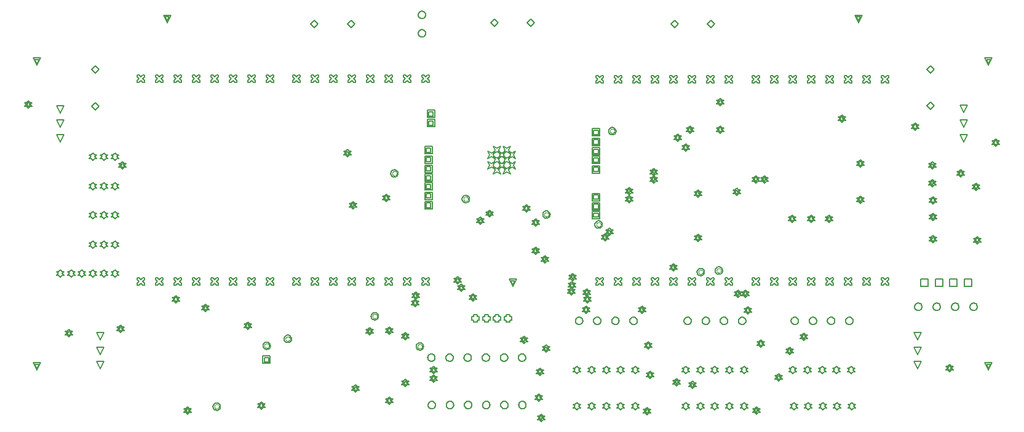
<source format=gbr>
%FSTAX23Y23*%
%MOIN*%
%SFA1B1*%

%IPPOS*%
%ADD15C,0.005000*%
%ADD122C,0.006665*%
%ADD123C,0.004000*%
%LNbrushed_pcb_drawing_1-1*%
%LPD*%
G54D15*
X-00118Y01042D02*
X-00098Y01062D01*
X-00078Y01042*
X-00098Y01022*
X-00118Y01042*
X00078D02*
X00098Y01062D01*
X00118Y01042*
X00098Y01022*
X00078Y01042*
X-01736Y00718D02*
X-01726D01*
X-01716Y00728*
X-01706Y00718*
X-01696*
Y00728*
X-01706Y00738*
X-01696Y00748*
Y00758*
X-01706*
X-01716Y00748*
X-01726Y00758*
X-01736*
Y00748*
X-01726Y00738*
X-01736Y00728*
Y00718*
X-01836Y00718D02*
X-01826D01*
X-01816Y00728*
X-01806Y00718*
X-01796*
Y00728*
X-01806Y00738*
X-01796Y00748*
Y00758*
X-01806*
X-01816Y00748*
X-01826Y00758*
X-01836*
Y00748*
X-01826Y00738*
X-01836Y00728*
Y00718*
X-02283Y00589D02*
X-02263Y00609D01*
X-02243Y00589*
X-02263Y00569*
X-02283Y00589*
X-01936Y00718D02*
X-01926D01*
X-01916Y00728*
X-01906Y00718*
X-01896*
Y00728*
X-01906Y00738*
X-01896Y00748*
Y00758*
X-01906*
X-01916Y00748*
X-01926Y00758*
X-01936*
Y00748*
X-01926Y00738*
X-01936Y00728*
Y00718*
X-02036D02*
X-02026D01*
X-02016Y00728*
X-02006Y00718*
X-01996*
Y00728*
X-02006Y00738*
X-01996Y00748*
Y00758*
X-02006*
X-02016Y00748*
X-02026Y00758*
X-02036*
Y00748*
X-02026Y00738*
X-02036Y00728*
Y00718*
X-02283Y00786D02*
X-02263Y00806D01*
X-02243Y00786*
X-02263Y00766*
X-02283Y00786*
X-01091Y00717D02*
X-01081D01*
X-01071Y00727*
X-01061Y00717*
X-01051*
Y00727*
X-01061Y00737*
X-01051Y00747*
Y00757*
X-01061*
X-01071Y00747*
X-01081Y00757*
X-01091*
Y00747*
X-01081Y00737*
X-01091Y00727*
Y00717*
X-01191D02*
X-01181D01*
X-01171Y00727*
X-01161Y00717*
X-01151*
Y00727*
X-01161Y00737*
X-01151Y00747*
Y00757*
X-01161*
X-01171Y00747*
X-01181Y00757*
X-01191*
Y00747*
X-01181Y00737*
X-01191Y00727*
Y00717*
X-01094Y01034D02*
X-01074Y01054D01*
X-01054Y01034*
X-01074Y01014*
X-01094Y01034*
X-00891Y00717D02*
X-00881D01*
X-00871Y00727*
X-00861Y00717*
X-00851*
Y00727*
X-00861Y00737*
X-00851Y00747*
Y00757*
X-00861*
X-00871Y00747*
X-00881Y00757*
X-00891*
Y00747*
X-00881Y00737*
X-00891Y00727*
Y00717*
X-00991Y00716D02*
X-00981D01*
X-00971Y00726*
X-00961Y00716*
X-00951*
Y00726*
X-00961Y00736*
X-00951Y00746*
Y00756*
X-00961*
X-00971Y00746*
X-00981Y00756*
X-00991*
Y00746*
X-00981Y00736*
X-00991Y00726*
Y00716*
X-00897Y01034D02*
X-00877Y01054D01*
X-00857Y01034*
X-00877Y01014*
X-00897Y01034*
X01054Y01033D02*
X01074Y01053D01*
X01094Y01033*
X01074Y01013*
X01054Y01033*
X00751Y00715D02*
X00761D01*
X00771Y00725*
X00781Y00715*
X00791*
Y00725*
X00781Y00735*
X00791Y00745*
Y00755*
X00781*
X00771Y00745*
X00761Y00755*
X00751*
Y00745*
X00761Y00735*
X00751Y00725*
Y00715*
X00651Y00714D02*
X00661D01*
X00671Y00724*
X00681Y00714*
X00691*
Y00724*
X00681Y00734*
X00691Y00744*
Y00754*
X00681*
X00671Y00744*
X00661Y00754*
X00651*
Y00744*
X00661Y00734*
X00651Y00724*
Y00714*
X00857Y01033D02*
X00877Y01053D01*
X00897Y01033*
X00877Y01013*
X00857Y01033*
X00551Y00715D02*
X00561D01*
X00571Y00725*
X00581Y00715*
X00591*
Y00725*
X00581Y00735*
X00591Y00745*
Y00755*
X00581*
X00571Y00745*
X00561Y00755*
X00551*
Y00745*
X00561Y00735*
X00551Y00725*
Y00715*
X00451D02*
X00461D01*
X00471Y00725*
X00481Y00715*
X00491*
Y00725*
X00481Y00735*
X00491Y00745*
Y00755*
X00481*
X00471Y00745*
X00461Y00755*
X00451*
Y00745*
X00461Y00735*
X00451Y00725*
Y00715*
X02243Y00787D02*
X02263Y00807D01*
X02283Y00787*
X02263Y00767*
X02243Y00787*
X01598Y00715D02*
X01608D01*
X01618Y00725*
X01628Y00715*
X01638*
Y00725*
X01628Y00735*
X01638Y00745*
Y00755*
X01628*
X01618Y00745*
X01608Y00755*
X01598*
Y00745*
X01608Y00735*
X01598Y00725*
Y00715*
X01498Y00714D02*
X01508D01*
X01518Y00724*
X01528Y00714*
X01538*
Y00724*
X01528Y00734*
X01538Y00744*
Y00754*
X01528*
X01518Y00744*
X01508Y00754*
X01498*
Y00744*
X01508Y00734*
X01498Y00724*
Y00714*
X02243Y0059D02*
X02263Y0061D01*
X02283Y0059*
X02263Y0057*
X02243Y0059*
X01398Y00715D02*
X01408D01*
X01418Y00725*
X01428Y00715*
X01438*
Y00725*
X01428Y00735*
X01438Y00745*
Y00755*
X01428*
X01418Y00745*
X01408Y00755*
X01398*
Y00745*
X01408Y00735*
X01398Y00725*
Y00715*
X01298D02*
X01308D01*
X01318Y00725*
X01328Y00715*
X01338*
Y00725*
X01328Y00735*
X01338Y00745*
Y00755*
X01328*
X01318Y00745*
X01308Y00755*
X01298*
Y00745*
X01308Y00735*
X01298Y00725*
Y00715*
X00349Y-01058D02*
X00359Y-01048D01*
X00369*
X00359Y-01038*
X00369Y-01028*
X00359*
X00349Y-01018*
X00339Y-01028*
X00329*
X00339Y-01038*
X00329Y-01048*
X00339*
X00349Y-01058*
X00428D02*
X00438Y-01048D01*
X00448*
X00438Y-01038*
X00448Y-01028*
X00438*
X00428Y-01018*
X00418Y-01028*
X00408*
X00418Y-01038*
X00408Y-01048*
X00418*
X00428Y-01058*
X00507D02*
X00517Y-01048D01*
X00527*
X00517Y-01038*
X00527Y-01028*
X00517*
X00507Y-01018*
X00497Y-01028*
X00487*
X00497Y-01038*
X00487Y-01048*
X00497*
X00507Y-01058*
X00585D02*
X00595Y-01048D01*
X00605*
X00595Y-01038*
X00605Y-01028*
X00595*
X00585Y-01018*
X00575Y-01028*
X00565*
X00575Y-01038*
X00565Y-01048*
X00575*
X00585Y-01058*
X00664D02*
X00674Y-01048D01*
X00684*
X00674Y-01038*
X00684Y-01028*
X00674*
X00664Y-01018*
X00654Y-01028*
X00644*
X00654Y-01038*
X00644Y-01048*
X00654*
X00664Y-01058*
X0Y-0039D02*
X-0002Y-0035D01*
X0002*
X0Y-0039*
Y-00382D02*
X-00012Y-00358D01*
X00012*
X0Y-00382*
X02211Y-00389D02*
Y-00349D01*
X02251*
Y-00389*
X02211*
X02447D02*
Y-00349D01*
X02487*
Y-00389*
X02447*
X02368D02*
Y-00349D01*
X02408*
Y-00389*
X02368*
X0229D02*
Y-00349D01*
X0233*
Y-00389*
X0229*
X-02452Y-00338D02*
X-02442Y-00328D01*
X-02432*
X-02442Y-00318*
X-02432Y-00308*
X-02442*
X-02452Y-00298*
X-02462Y-00308*
X-02472*
X-02462Y-00318*
X-02472Y-00328*
X-02462*
X-02452Y-00338*
X-02393D02*
X-02383Y-00328D01*
X-02373*
X-02383Y-00318*
X-02373Y-00308*
X-02383*
X-02393Y-00298*
X-02403Y-00308*
X-02413*
X-02403Y-00318*
X-02413Y-00328*
X-02403*
X-02393Y-00338*
X-02334D02*
X-02324Y-00328D01*
X-02314*
X-02324Y-00318*
X-02314Y-00308*
X-02324*
X-02334Y-00298*
X-02344Y-00308*
X-02354*
X-02344Y-00318*
X-02354Y-00328*
X-02344*
X-02334Y-00338*
X-02275D02*
X-02265Y-00328D01*
X-02255*
X-02265Y-00318*
X-02255Y-00308*
X-02265*
X-02275Y-00298*
X-02285Y-00308*
X-02295*
X-02285Y-00318*
X-02295Y-00328*
X-02285*
X-02275Y-00338*
X-02216D02*
X-02206Y-00328D01*
X-02196*
X-02206Y-00318*
X-02196Y-00308*
X-02206*
X-02216Y-00298*
X-02226Y-00308*
X-02236*
X-02226Y-00318*
X-02236Y-00328*
X-02226*
X-02216Y-00338*
X-02157D02*
X-02147Y-00328D01*
X-02137*
X-02147Y-00318*
X-02137Y-00308*
X-02147*
X-02157Y-00298*
X-02167Y-00308*
X-02177*
X-02167Y-00318*
X-02177Y-00328*
X-02167*
X-02157Y-00338*
X01873Y01042D02*
X01853Y01082D01*
X01893*
X01873Y01042*
Y0105D02*
X01861Y01074D01*
X01885*
X01873Y0105*
X02446Y00553D02*
X02426Y00593D01*
X02466*
X02446Y00553*
Y00474D02*
X02426Y00514D01*
X02466*
X02446Y00474*
Y00395D02*
X02426Y00435D01*
X02466*
X02446Y00395*
X-01336Y-00381D02*
X-01326D01*
X-01316Y-00371*
X-01306Y-00381*
X-01296*
Y-00371*
X-01306Y-00361*
X-01296Y-00351*
Y-00341*
X-01306*
X-01316Y-00351*
X-01326Y-00341*
X-01336*
Y-00351*
X-01326Y-00361*
X-01336Y-00371*
Y-00381*
X-01436D02*
X-01426D01*
X-01416Y-00371*
X-01406Y-00381*
X-01396*
Y-00371*
X-01406Y-00361*
X-01396Y-00351*
Y-00341*
X-01406*
X-01416Y-00351*
X-01426Y-00341*
X-01436*
Y-00351*
X-01426Y-00361*
X-01436Y-00371*
Y-00381*
X-01536D02*
X-01526D01*
X-01516Y-00371*
X-01506Y-00381*
X-01496*
Y-00371*
X-01506Y-00361*
X-01496Y-00351*
Y-00341*
X-01506*
X-01516Y-00351*
X-01526Y-00341*
X-01536*
Y-00351*
X-01526Y-00361*
X-01536Y-00371*
Y-00381*
X-01636D02*
X-01626D01*
X-01616Y-00371*
X-01606Y-00381*
X-01596*
Y-00371*
X-01606Y-00361*
X-01596Y-00351*
Y-00341*
X-01606*
X-01616Y-00351*
X-01626Y-00341*
X-01636*
Y-00351*
X-01626Y-00361*
X-01636Y-00371*
Y-00381*
X-01736D02*
X-01726D01*
X-01716Y-00371*
X-01706Y-00381*
X-01696*
Y-00371*
X-01706Y-00361*
X-01696Y-00351*
Y-00341*
X-01706*
X-01716Y-00351*
X-01726Y-00341*
X-01736*
Y-00351*
X-01726Y-00361*
X-01736Y-00371*
Y-00381*
X-01836D02*
X-01826D01*
X-01816Y-00371*
X-01806Y-00381*
X-01796*
Y-00371*
X-01806Y-00361*
X-01796Y-00351*
Y-00341*
X-01806*
X-01816Y-00351*
X-01826Y-00341*
X-01836*
Y-00351*
X-01826Y-00361*
X-01836Y-00371*
Y-00381*
X-01936D02*
X-01926D01*
X-01916Y-00371*
X-01906Y-00381*
X-01896*
Y-00371*
X-01906Y-00361*
X-01896Y-00351*
Y-00341*
X-01906*
X-01916Y-00351*
X-01926Y-00341*
X-01936*
Y-00351*
X-01926Y-00361*
X-01936Y-00371*
Y-00381*
X-02036D02*
X-02026D01*
X-02016Y-00371*
X-02006Y-00381*
X-01996*
Y-00371*
X-02006Y-00361*
X-01996Y-00351*
Y-00341*
X-02006*
X-02016Y-00351*
X-02026Y-00341*
X-02036*
Y-00351*
X-02026Y-00361*
X-02036Y-00371*
Y-00381*
X-01636Y00718D02*
X-01626D01*
X-01616Y00728*
X-01606Y00718*
X-01596*
Y00728*
X-01606Y00738*
X-01596Y00748*
Y00758*
X-01606*
X-01616Y00748*
X-01626Y00758*
X-01636*
Y00748*
X-01626Y00738*
X-01636Y00728*
Y00718*
X-01436D02*
X-01426D01*
X-01416Y00728*
X-01406Y00718*
X-01396*
Y00728*
X-01406Y00738*
X-01396Y00748*
Y00758*
X-01406*
X-01416Y00748*
X-01426Y00758*
X-01436*
Y00748*
X-01426Y00738*
X-01436Y00728*
Y00718*
X-01336D02*
X-01326D01*
X-01316Y00728*
X-01306Y00718*
X-01296*
Y00728*
X-01306Y00738*
X-01296Y00748*
Y00758*
X-01306*
X-01316Y00748*
X-01326Y00758*
X-01336*
Y00748*
X-01326Y00738*
X-01336Y00728*
Y00718*
X-01536D02*
X-01526D01*
X-01516Y00728*
X-01506Y00718*
X-01496*
Y00728*
X-01506Y00738*
X-01496Y00748*
Y00758*
X-01506*
X-01516Y00748*
X-01526Y00758*
X-01536*
Y00748*
X-01526Y00738*
X-01536Y00728*
Y00718*
X-00491Y-00382D02*
X-00481D01*
X-00471Y-00372*
X-00461Y-00382*
X-00451*
Y-00372*
X-00461Y-00362*
X-00451Y-00352*
Y-00342*
X-00461*
X-00471Y-00352*
X-00481Y-00342*
X-00491*
Y-00352*
X-00481Y-00362*
X-00491Y-00372*
Y-00382*
X-00591D02*
X-00581D01*
X-00571Y-00372*
X-00561Y-00382*
X-00551*
Y-00372*
X-00561Y-00362*
X-00551Y-00352*
Y-00342*
X-00561*
X-00571Y-00352*
X-00581Y-00342*
X-00591*
Y-00352*
X-00581Y-00362*
X-00591Y-00372*
Y-00382*
X-00691D02*
X-00681D01*
X-00671Y-00372*
X-00661Y-00382*
X-00651*
Y-00372*
X-00661Y-00362*
X-00651Y-00352*
Y-00342*
X-00661*
X-00671Y-00352*
X-00681Y-00342*
X-00691*
Y-00352*
X-00681Y-00362*
X-00691Y-00372*
Y-00382*
X-00791D02*
X-00781D01*
X-00771Y-00372*
X-00761Y-00382*
X-00751*
Y-00372*
X-00761Y-00362*
X-00751Y-00352*
Y-00342*
X-00761*
X-00771Y-00352*
X-00781Y-00342*
X-00791*
Y-00352*
X-00781Y-00362*
X-00791Y-00372*
Y-00382*
X-00891D02*
X-00881D01*
X-00871Y-00372*
X-00861Y-00382*
X-00851*
Y-00372*
X-00861Y-00362*
X-00851Y-00352*
Y-00342*
X-00861*
X-00871Y-00352*
X-00881Y-00342*
X-00891*
Y-00352*
X-00881Y-00362*
X-00891Y-00372*
Y-00382*
X-00991D02*
X-00981D01*
X-00971Y-00372*
X-00961Y-00382*
X-00951*
Y-00372*
X-00961Y-00362*
X-00951Y-00352*
Y-00342*
X-00961*
X-00971Y-00352*
X-00981Y-00342*
X-00991*
Y-00352*
X-00981Y-00362*
X-00991Y-00372*
Y-00382*
X-01091D02*
X-01081D01*
X-01071Y-00372*
X-01061Y-00382*
X-01051*
Y-00372*
X-01061Y-00362*
X-01051Y-00352*
Y-00342*
X-01061*
X-01071Y-00352*
X-01081Y-00342*
X-01091*
Y-00352*
X-01081Y-00362*
X-01091Y-00372*
Y-00382*
X-01191D02*
X-01181D01*
X-01171Y-00372*
X-01161Y-00382*
X-01151*
Y-00372*
X-01161Y-00362*
X-01151Y-00352*
Y-00342*
X-01161*
X-01171Y-00352*
X-01181Y-00342*
X-01191*
Y-00352*
X-01181Y-00362*
X-01191Y-00372*
Y-00382*
X-00791Y00717D02*
X-00781D01*
X-00771Y00727*
X-00761Y00717*
X-00751*
Y00727*
X-00761Y00737*
X-00751Y00747*
Y00757*
X-00761*
X-00771Y00747*
X-00781Y00757*
X-00791*
Y00747*
X-00781Y00737*
X-00791Y00727*
Y00717*
X-00591D02*
X-00581D01*
X-00571Y00727*
X-00561Y00717*
X-00551*
Y00727*
X-00561Y00737*
X-00551Y00747*
Y00757*
X-00561*
X-00571Y00747*
X-00581Y00757*
X-00591*
Y00747*
X-00581Y00737*
X-00591Y00727*
Y00717*
X-00491D02*
X-00481D01*
X-00471Y00727*
X-00461Y00717*
X-00451*
Y00727*
X-00461Y00737*
X-00451Y00747*
Y00757*
X-00461*
X-00471Y00747*
X-00481Y00757*
X-00491*
Y00747*
X-00481Y00737*
X-00491Y00727*
Y00717*
X-00691D02*
X-00681D01*
X-00671Y00727*
X-00661Y00717*
X-00651*
Y00727*
X-00661Y00737*
X-00651Y00747*
Y00757*
X-00661*
X-00671Y00747*
X-00681Y00757*
X-00691*
Y00747*
X-00681Y00737*
X-00691Y00727*
Y00717*
X01151Y-00384D02*
X01161D01*
X01171Y-00374*
X01181Y-00384*
X01191*
Y-00374*
X01181Y-00364*
X01191Y-00354*
Y-00344*
X01181*
X01171Y-00354*
X01161Y-00344*
X01151*
Y-00354*
X01161Y-00364*
X01151Y-00374*
Y-00384*
X01051D02*
X01061D01*
X01071Y-00374*
X01081Y-00384*
X01091*
Y-00374*
X01081Y-00364*
X01091Y-00354*
Y-00344*
X01081*
X01071Y-00354*
X01061Y-00344*
X01051*
Y-00354*
X01061Y-00364*
X01051Y-00374*
Y-00384*
X00951D02*
X00961D01*
X00971Y-00374*
X00981Y-00384*
X00991*
Y-00374*
X00981Y-00364*
X00991Y-00354*
Y-00344*
X00981*
X00971Y-00354*
X00961Y-00344*
X00951*
Y-00354*
X00961Y-00364*
X00951Y-00374*
Y-00384*
X00851D02*
X00861D01*
X00871Y-00374*
X00881Y-00384*
X00891*
Y-00374*
X00881Y-00364*
X00891Y-00354*
Y-00344*
X00881*
X00871Y-00354*
X00861Y-00344*
X00851*
Y-00354*
X00861Y-00364*
X00851Y-00374*
Y-00384*
X00751D02*
X00761D01*
X00771Y-00374*
X00781Y-00384*
X00791*
Y-00374*
X00781Y-00364*
X00791Y-00354*
Y-00344*
X00781*
X00771Y-00354*
X00761Y-00344*
X00751*
Y-00354*
X00761Y-00364*
X00751Y-00374*
Y-00384*
X00651D02*
X00661D01*
X00671Y-00374*
X00681Y-00384*
X00691*
Y-00374*
X00681Y-00364*
X00691Y-00354*
Y-00344*
X00681*
X00671Y-00354*
X00661Y-00344*
X00651*
Y-00354*
X00661Y-00364*
X00651Y-00374*
Y-00384*
X00551D02*
X00561D01*
X00571Y-00374*
X00581Y-00384*
X00591*
Y-00374*
X00581Y-00364*
X00591Y-00354*
Y-00344*
X00581*
X00571Y-00354*
X00561Y-00344*
X00551*
Y-00354*
X00561Y-00364*
X00551Y-00374*
Y-00384*
X00451D02*
X00461D01*
X00471Y-00374*
X00481Y-00384*
X00491*
Y-00374*
X00481Y-00364*
X00491Y-00354*
Y-00344*
X00481*
X00471Y-00354*
X00461Y-00344*
X00451*
Y-00354*
X00461Y-00364*
X00451Y-00374*
Y-00384*
X00851Y00715D02*
X00861D01*
X00871Y00725*
X00881Y00715*
X00891*
Y00725*
X00881Y00735*
X00891Y00745*
Y00755*
X00881*
X00871Y00745*
X00861Y00755*
X00851*
Y00745*
X00861Y00735*
X00851Y00725*
Y00715*
X01051D02*
X01061D01*
X01071Y00725*
X01081Y00715*
X01091*
Y00725*
X01081Y00735*
X01091Y00745*
Y00755*
X01081*
X01071Y00745*
X01061Y00755*
X01051*
Y00745*
X01061Y00735*
X01051Y00725*
Y00715*
X01151D02*
X01161D01*
X01171Y00725*
X01181Y00715*
X01191*
Y00725*
X01181Y00735*
X01191Y00745*
Y00755*
X01181*
X01171Y00745*
X01161Y00755*
X01151*
Y00745*
X01161Y00735*
X01151Y00725*
Y00715*
X00951D02*
X00961D01*
X00971Y00725*
X00981Y00715*
X00991*
Y00725*
X00981Y00735*
X00991Y00745*
Y00755*
X00981*
X00971Y00745*
X00961Y00755*
X00951*
Y00745*
X00961Y00735*
X00951Y00725*
Y00715*
X01998Y-00384D02*
X02008D01*
X02018Y-00374*
X02028Y-00384*
X02038*
Y-00374*
X02028Y-00364*
X02038Y-00354*
Y-00344*
X02028*
X02018Y-00354*
X02008Y-00344*
X01998*
Y-00354*
X02008Y-00364*
X01998Y-00374*
Y-00384*
X01898D02*
X01908D01*
X01918Y-00374*
X01928Y-00384*
X01938*
Y-00374*
X01928Y-00364*
X01938Y-00354*
Y-00344*
X01928*
X01918Y-00354*
X01908Y-00344*
X01898*
Y-00354*
X01908Y-00364*
X01898Y-00374*
Y-00384*
X01798D02*
X01808D01*
X01818Y-00374*
X01828Y-00384*
X01838*
Y-00374*
X01828Y-00364*
X01838Y-00354*
Y-00344*
X01828*
X01818Y-00354*
X01808Y-00344*
X01798*
Y-00354*
X01808Y-00364*
X01798Y-00374*
Y-00384*
X01698D02*
X01708D01*
X01718Y-00374*
X01728Y-00384*
X01738*
Y-00374*
X01728Y-00364*
X01738Y-00354*
Y-00344*
X01728*
X01718Y-00354*
X01708Y-00344*
X01698*
Y-00354*
X01708Y-00364*
X01698Y-00374*
Y-00384*
X01598D02*
X01608D01*
X01618Y-00374*
X01628Y-00384*
X01638*
Y-00374*
X01628Y-00364*
X01638Y-00354*
Y-00344*
X01628*
X01618Y-00354*
X01608Y-00344*
X01598*
Y-00354*
X01608Y-00364*
X01598Y-00374*
Y-00384*
X01498D02*
X01508D01*
X01518Y-00374*
X01528Y-00384*
X01538*
Y-00374*
X01528Y-00364*
X01538Y-00354*
Y-00344*
X01528*
X01518Y-00354*
X01508Y-00344*
X01498*
Y-00354*
X01508Y-00364*
X01498Y-00374*
Y-00384*
X01398D02*
X01408D01*
X01418Y-00374*
X01428Y-00384*
X01438*
Y-00374*
X01428Y-00364*
X01438Y-00354*
Y-00344*
X01428*
X01418Y-00354*
X01408Y-00344*
X01398*
Y-00354*
X01408Y-00364*
X01398Y-00374*
Y-00384*
X01298D02*
X01308D01*
X01318Y-00374*
X01328Y-00384*
X01338*
Y-00374*
X01328Y-00364*
X01338Y-00354*
Y-00344*
X01328*
X01318Y-00354*
X01308Y-00344*
X01298*
Y-00354*
X01308Y-00364*
X01298Y-00374*
Y-00384*
X01698Y00715D02*
X01708D01*
X01718Y00725*
X01728Y00715*
X01738*
Y00725*
X01728Y00735*
X01738Y00745*
Y00755*
X01728*
X01718Y00745*
X01708Y00755*
X01698*
Y00745*
X01708Y00735*
X01698Y00725*
Y00715*
X01898D02*
X01908D01*
X01918Y00725*
X01928Y00715*
X01938*
Y00725*
X01928Y00735*
X01938Y00745*
Y00755*
X01928*
X01918Y00745*
X01908Y00755*
X01898*
Y00745*
X01908Y00735*
X01898Y00725*
Y00715*
X01998D02*
X02008D01*
X02018Y00725*
X02028Y00715*
X02038*
Y00725*
X02028Y00735*
X02038Y00745*
Y00755*
X02028*
X02018Y00745*
X02008Y00755*
X01998*
Y00745*
X02008Y00735*
X01998Y00725*
Y00715*
X01798D02*
X01808D01*
X01818Y00725*
X01828Y00715*
X01838*
Y00725*
X01828Y00735*
X01838Y00745*
Y00755*
X01828*
X01818Y00745*
X01808Y00755*
X01798*
Y00745*
X01808Y00735*
X01798Y00725*
Y00715*
X-02234Y-00836D02*
X-02254Y-00796D01*
X-02214*
X-02234Y-00836*
Y-00758D02*
X-02254Y-00718D01*
X-02214*
X-02234Y-00758*
Y-00679D02*
X-02254Y-00639D01*
X-02214*
X-02234Y-00679*
X-02452Y00394D02*
X-02472Y00434D01*
X-02432*
X-02452Y00394*
Y00473D02*
X-02472Y00513D01*
X-02432*
X-02452Y00473*
Y00552D02*
X-02472Y00592D01*
X-02432*
X-02452Y00552*
X01253Y-00861D02*
X01263Y-00851D01*
X01273*
X01263Y-00841*
X01273Y-00831*
X01263*
X01253Y-00821*
X01243Y-00831*
X01233*
X01243Y-00841*
X01233Y-00851*
X01243*
X01253Y-00861*
X00664D02*
X00674Y-00851D01*
X00684*
X00674Y-00841*
X00684Y-00831*
X00674*
X00664Y-00821*
X00654Y-00831*
X00644*
X00654Y-00841*
X00644Y-00851*
X00654*
X00664Y-00861*
X01253Y-01058D02*
X01263Y-01048D01*
X01273*
X01263Y-01038*
X01273Y-01028*
X01263*
X01253Y-01018*
X01243Y-01028*
X01233*
X01243Y-01038*
X01233Y-01048*
X01243*
X01253Y-01058*
X01837D02*
X01847Y-01048D01*
X01857*
X01847Y-01038*
X01857Y-01028*
X01847*
X01837Y-01018*
X01827Y-01028*
X01817*
X01827Y-01038*
X01817Y-01048*
X01827*
X01837Y-01058*
X01834Y-00861D02*
X01844Y-00851D01*
X01854*
X01844Y-00841*
X01854Y-00831*
X01844*
X01834Y-00821*
X01824Y-00831*
X01814*
X01824Y-00841*
X01814Y-00851*
X01824*
X01834Y-00861*
X-02274Y-00182D02*
X-02264Y-00172D01*
X-02254*
X-02264Y-00162*
X-02254Y-00152*
X-02264*
X-02274Y-00142*
X-02284Y-00152*
X-02294*
X-02284Y-00162*
X-02294Y-00172*
X-02284*
X-02274Y-00182*
Y00135D02*
X-02264Y00145D01*
X-02254*
X-02264Y00155*
X-02254Y00165*
X-02264*
X-02274Y00175*
X-02284Y00165*
X-02294*
X-02284Y00155*
X-02294Y00145*
X-02284*
X-02274Y00135*
Y00294D02*
X-02264Y00304D01*
X-02254*
X-02264Y00314*
X-02254Y00324*
X-02264*
X-02274Y00334*
X-02284Y00324*
X-02294*
X-02284Y00314*
X-02294Y00304*
X-02284*
X-02274Y00294*
Y-00022D02*
X-02264Y-00012D01*
X-02254*
X-02264Y-00002*
X-02254Y00007*
X-02264*
X-02274Y00017*
X-02284Y00007*
X-02294*
X-02284Y-00002*
X-02294Y-00012*
X-02284*
X-02274Y-00022*
X-02156Y00294D02*
X-02146Y00304D01*
X-02136*
X-02146Y00314*
X-02136Y00324*
X-02146*
X-02156Y00334*
X-02166Y00324*
X-02176*
X-02166Y00314*
X-02176Y00304*
X-02166*
X-02156Y00294*
X-02215D02*
X-02205Y00304D01*
X-02195*
X-02205Y00314*
X-02195Y00324*
X-02205*
X-02215Y00334*
X-02225Y00324*
X-02235*
X-02225Y00314*
X-02235Y00304*
X-02225*
X-02215Y00294*
Y00135D02*
X-02205Y00145D01*
X-02195*
X-02205Y00155*
X-02195Y00165*
X-02205*
X-02215Y00175*
X-02225Y00165*
X-02235*
X-02225Y00155*
X-02235Y00145*
X-02225*
X-02215Y00135*
X-02156D02*
X-02146Y00145D01*
X-02136*
X-02146Y00155*
X-02136Y00165*
X-02146*
X-02156Y00175*
X-02166Y00165*
X-02176*
X-02166Y00155*
X-02176Y00145*
X-02166*
X-02156Y00135*
X-02215Y-00022D02*
X-02205Y-00012D01*
X-02195*
X-02205Y-00002*
X-02195Y00007*
X-02205*
X-02215Y00017*
X-02225Y00007*
X-02235*
X-02225Y-00002*
X-02235Y-00012*
X-02225*
X-02215Y-00022*
X-02156D02*
X-02146Y-00012D01*
X-02136*
X-02146Y-00002*
X-02136Y00007*
X-02146*
X-02156Y00017*
X-02166Y00007*
X-02176*
X-02166Y-00002*
X-02176Y-00012*
X-02166*
X-02156Y-00022*
X-02215Y-00182D02*
X-02205Y-00172D01*
X-02195*
X-02205Y-00162*
X-02195Y-00152*
X-02205*
X-02215Y-00142*
X-02225Y-00152*
X-02235*
X-02225Y-00162*
X-02235Y-00172*
X-02225*
X-02215Y-00182*
X-02156D02*
X-02146Y-00172D01*
X-02136*
X-02146Y-00162*
X-02136Y-00152*
X-02146*
X-02156Y-00142*
X-02166Y-00152*
X-02176*
X-02166Y-00162*
X-02176Y-00172*
X-02166*
X-02156Y-00182*
X-00051Y00221D02*
X-00041Y00241D01*
X-00051Y00261*
X-00031Y00251*
X-00011Y00261*
X-00021Y00241*
X-00011Y00221*
X-00031Y00231*
X-00051Y00221*
X-00106D02*
X-00096Y00241D01*
X-00106Y00261*
X-00086Y00251*
X-00066Y00261*
X-00076Y00241*
X-00066Y00221*
X-00086Y00231*
X-00106Y00221*
X-00051Y00276D02*
X-00041Y00296D01*
X-00051Y00316*
X-00031Y00306*
X-00011Y00316*
X-00021Y00296*
X-00011Y00276*
X-00031Y00286*
X-00051Y00276*
X-00106D02*
X-00096Y00296D01*
X-00106Y00316*
X-00086Y00306*
X-00066Y00316*
X-00076Y00296*
X-00066Y00276*
X-00086Y00286*
X-00106Y00276*
X-00051Y00331D02*
X-00041Y00351D01*
X-00051Y00371*
X-00031Y00361*
X-00011Y00371*
X-00021Y00351*
X-00011Y00331*
X-00031Y00341*
X-00051Y00331*
X-00106D02*
X-00096Y00351D01*
X-00106Y00371*
X-00086Y00361*
X-00066Y00371*
X-00076Y00351*
X-00066Y00331*
X-00086Y00341*
X-00106Y00331*
X-00023Y00249D02*
X-00013Y00269D01*
X-00023Y00289*
X-00003Y00279*
X00016Y00289*
X00006Y00269*
X00016Y00249*
X-00003Y00259*
X-00023Y00249*
X-00079D02*
X-00069Y00269D01*
X-00079Y00289*
X-00059Y00279*
X-00039Y00289*
X-00049Y00269*
X-00039Y00249*
X-00059Y00259*
X-00079Y00249*
X-00134D02*
X-00124Y00269D01*
X-00134Y00289*
X-00114Y00279*
X-00094Y00289*
X-00104Y00269*
X-00094Y00249*
X-00114Y00259*
X-00134Y00249*
X-00023Y00304D02*
X-00013Y00324D01*
X-00023Y00344*
X-00003Y00334*
X00016Y00344*
X00006Y00324*
X00016Y00304*
X-00003Y00314*
X-00023Y00304*
X-00134D02*
X-00124Y00324D01*
X-00134Y00344*
X-00114Y00334*
X-00094Y00344*
X-00104Y00324*
X-00094Y00304*
X-00114Y00314*
X-00134Y00304*
X-00079D02*
X-00069Y00324D01*
X-00079Y00344*
X-00059Y00334*
X-00039Y00344*
X-00049Y00324*
X-00039Y00304*
X-00059Y00314*
X-00079Y00304*
X00938Y-00861D02*
X00948Y-00851D01*
X00958*
X00948Y-00841*
X00958Y-00831*
X00948*
X00938Y-00821*
X00928Y-00831*
X00918*
X00928Y-00841*
X00918Y-00851*
X00928*
X00938Y-00861*
X01017D02*
X01027Y-00851D01*
X01037*
X01027Y-00841*
X01037Y-00831*
X01027*
X01017Y-00821*
X01007Y-00831*
X00997*
X01007Y-00841*
X00997Y-00851*
X01007*
X01017Y-00861*
X01096D02*
X01106Y-00851D01*
X01116*
X01106Y-00841*
X01116Y-00831*
X01106*
X01096Y-00821*
X01086Y-00831*
X01076*
X01086Y-00841*
X01076Y-00851*
X01086*
X01096Y-00861*
X01175D02*
X01185Y-00851D01*
X01195*
X01185Y-00841*
X01195Y-00831*
X01185*
X01175Y-00821*
X01165Y-00831*
X01155*
X01165Y-00841*
X01155Y-00851*
X01165*
X01175Y-00861*
X-02579Y-00844D02*
X-02599Y-00804D01*
X-02559*
X-02579Y-00844*
Y-00836D02*
X-02591Y-00812D01*
X-02567*
X-02579Y-00836*
X02579Y-00844D02*
X02559Y-00804D01*
X02599*
X02579Y-00844*
Y-00836D02*
X02567Y-00812D01*
X02591*
X02579Y-00836*
Y0081D02*
X02559Y0085D01*
X02599*
X02579Y0081*
Y00818D02*
X02567Y00842D01*
X02591*
X02579Y00818*
X-01873Y01042D02*
X-01893Y01082D01*
X-01853*
X-01873Y01042*
Y0105D02*
X-01885Y01074D01*
X-01861*
X-01873Y0105*
X-02579Y0081D02*
X-02599Y0085D01*
X-02559*
X-02579Y0081*
Y00818D02*
X-02591Y00842D01*
X-02567*
X-02579Y00818*
X-00212Y-00574D02*
Y-00584D01*
X-00192*
Y-00574*
X-00182*
Y-00554*
X-00192*
Y-00544*
X-00212*
Y-00554*
X-00222*
Y-00574*
X-00212*
X-00153D02*
Y-00584D01*
X-00133*
Y-00574*
X-00123*
Y-00554*
X-00133*
Y-00544*
X-00153*
Y-00554*
X-00163*
Y-00574*
X-00153*
X-00094D02*
Y-00584D01*
X-00074*
Y-00574*
X-00064*
Y-00554*
X-00074*
Y-00544*
X-00094*
Y-00554*
X-00104*
Y-00574*
X-00094*
X-00035D02*
Y-00584D01*
X-00015*
Y-00574*
X-00005*
Y-00554*
X-00015*
Y-00544*
X-00035*
Y-00554*
X-00045*
Y-00574*
X-00035*
X00585Y-00861D02*
X00595Y-00851D01*
X00605*
X00595Y-00841*
X00605Y-00831*
X00595*
X00585Y-00821*
X00575Y-00831*
X00565*
X00575Y-00841*
X00565Y-00851*
X00575*
X00585Y-00861*
X00507D02*
X00517Y-00851D01*
X00527*
X00517Y-00841*
X00527Y-00831*
X00517*
X00507Y-00821*
X00497Y-00831*
X00487*
X00497Y-00841*
X00487Y-00851*
X00497*
X00507Y-00861*
X00428D02*
X00438Y-00851D01*
X00448*
X00438Y-00841*
X00448Y-00831*
X00438*
X00428Y-00821*
X00418Y-00831*
X00408*
X00418Y-00841*
X00408Y-00851*
X00418*
X00428Y-00861*
X00349D02*
X00359Y-00851D01*
X00369*
X00359Y-00841*
X00369Y-00831*
X00359*
X00349Y-00821*
X00339Y-00831*
X00329*
X00339Y-00841*
X00329Y-00851*
X00339*
X00349Y-00861*
X01175Y-01058D02*
X01185Y-01048D01*
X01195*
X01185Y-01038*
X01195Y-01028*
X01185*
X01175Y-01018*
X01165Y-01028*
X01155*
X01165Y-01038*
X01155Y-01048*
X01165*
X01175Y-01058*
X01096D02*
X01106Y-01048D01*
X01116*
X01106Y-01038*
X01116Y-01028*
X01106*
X01096Y-01018*
X01086Y-01028*
X01076*
X01086Y-01038*
X01076Y-01048*
X01086*
X01096Y-01058*
X01017D02*
X01027Y-01048D01*
X01037*
X01027Y-01038*
X01037Y-01028*
X01027*
X01017Y-01018*
X01007Y-01028*
X00997*
X01007Y-01038*
X00997Y-01048*
X01007*
X01017Y-01058*
X00938D02*
X00948Y-01048D01*
X00958*
X00948Y-01038*
X00958Y-01028*
X00948*
X00938Y-01018*
X00928Y-01028*
X00918*
X00928Y-01038*
X00918Y-01048*
X00928*
X00938Y-01058*
X01759D02*
X01769Y-01048D01*
X01779*
X01769Y-01038*
X01779Y-01028*
X01769*
X01759Y-01018*
X01749Y-01028*
X01739*
X01749Y-01038*
X01739Y-01048*
X01749*
X01759Y-01058*
X0168D02*
X0169Y-01048D01*
X017*
X0169Y-01038*
X017Y-01028*
X0169*
X0168Y-01018*
X0167Y-01028*
X0166*
X0167Y-01038*
X0166Y-01048*
X0167*
X0168Y-01058*
X01601D02*
X01611Y-01048D01*
X01621*
X01611Y-01038*
X01621Y-01028*
X01611*
X01601Y-01018*
X01591Y-01028*
X01581*
X01591Y-01038*
X01581Y-01048*
X01591*
X01601Y-01058*
X01523D02*
X01533Y-01048D01*
X01543*
X01533Y-01038*
X01543Y-01028*
X01533*
X01523Y-01018*
X01513Y-01028*
X01503*
X01513Y-01038*
X01503Y-01048*
X01513*
X01523Y-01058*
X01755Y-00861D02*
X01765Y-00851D01*
X01775*
X01765Y-00841*
X01775Y-00831*
X01765*
X01755Y-00821*
X01745Y-00831*
X01735*
X01745Y-00841*
X01735Y-00851*
X01745*
X01755Y-00861*
X01677D02*
X01687Y-00851D01*
X01697*
X01687Y-00841*
X01697Y-00831*
X01687*
X01677Y-00821*
X01667Y-00831*
X01657*
X01667Y-00841*
X01657Y-00851*
X01667*
X01677Y-00861*
X01598D02*
X01608Y-00851D01*
X01618*
X01608Y-00841*
X01618Y-00831*
X01608*
X01598Y-00821*
X01588Y-00831*
X01578*
X01588Y-00841*
X01578Y-00851*
X01588*
X01598Y-00861*
X01519D02*
X01529Y-00851D01*
X01539*
X01529Y-00841*
X01539Y-00831*
X01529*
X01519Y-00821*
X01509Y-00831*
X01499*
X01509Y-00841*
X01499Y-00851*
X01509*
X01519Y-00861*
X02195Y-00679D02*
X02175Y-00639D01*
X02215*
X02195Y-00679*
Y-00758D02*
X02175Y-00718D01*
X02215*
X02195Y-00758*
Y-00836D02*
X02175Y-00796D01*
X02215*
X02195Y-00836*
X01885Y00258D02*
X01895Y00268D01*
X01905*
X01895Y00278*
X01905Y00288*
X01895*
X01885Y00298*
X01875Y00288*
X01865*
X01875Y00278*
X01865Y00268*
X01875*
X01885Y00258*
Y00266D02*
X01891Y00272D01*
X01897*
X01891Y00278*
X01897Y00284*
X01891*
X01885Y0029*
X01879Y00284*
X01873*
X01879Y00278*
X01873Y00272*
X01879*
X01885Y00266*
X01003Y-00145D02*
X01013Y-00135D01*
X01023*
X01013Y-00125*
X01023Y-00115*
X01013*
X01003Y-00105*
X00993Y-00115*
X00983*
X00993Y-00125*
X00983Y-00135*
X00993*
X01003Y-00145*
Y-00137D02*
X01009Y-00131D01*
X01015*
X01009Y-00125*
X01015Y-00119*
X01009*
X01003Y-00113*
X00997Y-00119*
X00991*
X00997Y-00125*
X00991Y-00131*
X00997*
X01003Y-00137*
X02181Y00457D02*
X02191Y00467D01*
X02201*
X02191Y00477*
X02201Y00487*
X02191*
X02181Y00497*
X02171Y00487*
X02161*
X02171Y00477*
X02161Y00467*
X02171*
X02181Y00457*
Y00465D02*
X02187Y00471D01*
X02193*
X02187Y00477*
X02193Y00483*
X02187*
X02181Y00489*
X02175Y00483*
X02169*
X02175Y00477*
X02169Y00471*
X02175*
X02181Y00465*
X01783Y005D02*
X01793Y0051D01*
X01803*
X01793Y0052*
X01803Y0053*
X01793*
X01783Y0054*
X01773Y0053*
X01763*
X01773Y0052*
X01763Y0051*
X01773*
X01783Y005*
Y00508D02*
X01789Y00514D01*
X01795*
X01789Y0052*
X01795Y00526*
X01789*
X01783Y00532*
X01777Y00526*
X01771*
X01777Y0052*
X01771Y00514*
X01777*
X01783Y00508*
X00894Y00398D02*
X00904Y00408D01*
X00914*
X00904Y00418*
X00914Y00428*
X00904*
X00894Y00438*
X00884Y00428*
X00874*
X00884Y00418*
X00874Y00408*
X00884*
X00894Y00398*
Y00406D02*
X009Y00412D01*
X00906*
X009Y00418*
X00906Y00424*
X009*
X00894Y0043*
X00888Y00424*
X00882*
X00888Y00418*
X00882Y00412*
X00888*
X00894Y00406*
X00938Y00344D02*
X00948Y00354D01*
X00958*
X00948Y00364*
X00958Y00374*
X00948*
X00938Y00384*
X00928Y00374*
X00918*
X00928Y00364*
X00918Y00354*
X00928*
X00938Y00344*
Y00352D02*
X00944Y00358D01*
X0095*
X00944Y00364*
X0095Y0037*
X00944*
X00938Y00376*
X00932Y0037*
X00926*
X00932Y00364*
X00926Y00358*
X00932*
X00938Y00352*
X-00298Y-00377D02*
X-00288Y-00367D01*
X-00278*
X-00288Y-00357*
X-00278Y-00347*
X-00288*
X-00298Y-00337*
X-00308Y-00347*
X-00318*
X-00308Y-00357*
X-00318Y-00367*
X-00308*
X-00298Y-00377*
Y-00369D02*
X-00292Y-00363D01*
X-00286*
X-00292Y-00357*
X-00286Y-00351*
X-00292*
X-00298Y-00345*
X-00304Y-00351*
X-0031*
X-00304Y-00357*
X-0031Y-00363*
X-00304*
X-00298Y-00369*
X-00279Y-00417D02*
X-00269Y-00407D01*
X-00259*
X-00269Y-00397*
X-00259Y-00387*
X-00269*
X-00279Y-00377*
X-00289Y-00387*
X-00299*
X-00289Y-00397*
X-00299Y-00407*
X-00289*
X-00279Y-00417*
Y-00409D02*
X-00273Y-00403D01*
X-00267*
X-00273Y-00397*
X-00267Y-00391*
X-00273*
X-00279Y-00385*
X-00285Y-00391*
X-00291*
X-00285Y-00397*
X-00291Y-00403*
X-00285*
X-00279Y-00409*
X-00851Y-00964D02*
X-00841Y-00954D01*
X-00831*
X-00841Y-00944*
X-00831Y-00934*
X-00841*
X-00851Y-00924*
X-00861Y-00934*
X-00871*
X-00861Y-00944*
X-00871Y-00954*
X-00861*
X-00851Y-00964*
Y-00956D02*
X-00845Y-0095D01*
X-00839*
X-00845Y-00944*
X-00839Y-00938*
X-00845*
X-00851Y-00932*
X-00857Y-00938*
X-00863*
X-00857Y-00944*
X-00863Y-0095*
X-00857*
X-00851Y-00956*
X-00528Y-005D02*
X-00518Y-0049D01*
X-00508*
X-00518Y-0048*
X-00508Y-0047*
X-00518*
X-00528Y-0046*
X-00538Y-0047*
X-00548*
X-00538Y-0048*
X-00548Y-0049*
X-00538*
X-00528Y-005*
Y-00492D02*
X-00522Y-00486D01*
X-00516*
X-00522Y-0048*
X-00516Y-00474*
X-00522*
X-00528Y-00468*
X-00534Y-00474*
X-0054*
X-00534Y-0048*
X-0054Y-00486*
X-00534*
X-00528Y-00492*
X-00897Y00313D02*
X-00887Y00323D01*
X-00877*
X-00887Y00333*
X-00877Y00343*
X-00887*
X-00897Y00353*
X-00907Y00343*
X-00917*
X-00907Y00333*
X-00917Y00323*
X-00907*
X-00897Y00313*
Y00321D02*
X-00891Y00327D01*
X-00885*
X-00891Y00333*
X-00885Y00339*
X-00891*
X-00897Y00345*
X-00903Y00339*
X-00909*
X-00903Y00333*
X-00909Y00327*
X-00903*
X-00897Y00321*
X00431Y-00022D02*
Y00017D01*
X00471*
Y-00022*
X00431*
X00439Y-00014D02*
Y00009D01*
X00463*
Y-00014*
X00439*
X00431Y00276D02*
Y00316D01*
X00471*
Y00276*
X00431*
X00439Y00284D02*
Y00308D01*
X00463*
Y00284*
X00439*
X0006Y-00698D02*
X0007Y-00688D01*
X0008*
X0007Y-00678*
X0008Y-00668*
X0007*
X0006Y-00658*
X0005Y-00668*
X0004*
X0005Y-00678*
X0004Y-00688*
X0005*
X0006Y-00698*
Y-0069D02*
X00066Y-00684D01*
X00072*
X00066Y-00678*
X00072Y-00672*
X00066*
X0006Y-00666*
X00054Y-00672*
X00048*
X00054Y-00678*
X00048Y-00684*
X00054*
X0006Y-0069*
X-01761Y-01082D02*
X-01751Y-01072D01*
X-01741*
X-01751Y-01062*
X-01741Y-01052*
X-01751*
X-01761Y-01042*
X-01771Y-01052*
X-01781*
X-01771Y-01062*
X-01781Y-01072*
X-01771*
X-01761Y-01082*
Y-01074D02*
X-01755Y-01068D01*
X-01749*
X-01755Y-01062*
X-01749Y-01056*
X-01755*
X-01761Y-0105*
X-01767Y-01056*
X-01773*
X-01767Y-01062*
X-01773Y-01068*
X-01767*
X-01761Y-01074*
X00404Y-00479D02*
X00414Y-00469D01*
X00424*
X00414Y-00459*
X00424Y-00449*
X00414*
X00404Y-00439*
X00394Y-00449*
X00384*
X00394Y-00459*
X00384Y-00469*
X00394*
X00404Y-00479*
Y-00471D02*
X0041Y-00465D01*
X00416*
X0041Y-00459*
X00416Y-00453*
X0041*
X00404Y-00447*
X00398Y-00453*
X00392*
X00398Y-00459*
X00392Y-00465*
X00398*
X00404Y-00471*
X00631Y00063D02*
X00641Y00073D01*
X00651*
X00641Y00083*
X00651Y00093*
X00641*
X00631Y00103*
X00621Y00093*
X00611*
X00621Y00083*
X00611Y00073*
X00621*
X00631Y00063*
Y00071D02*
X00637Y00077D01*
X00643*
X00637Y00083*
X00643Y00089*
X00637*
X00631Y00095*
X00625Y00089*
X00619*
X00625Y00083*
X00619Y00077*
X00625*
X00631Y00071*
X0063Y00109D02*
X0064Y00119D01*
X0065*
X0064Y00129*
X0065Y00139*
X0064*
X0063Y00149*
X0062Y00139*
X0061*
X0062Y00129*
X0061Y00119*
X0062*
X0063Y00109*
Y00117D02*
X00636Y00123D01*
X00642*
X00636Y00129*
X00642Y00135*
X00636*
X0063Y00141*
X00624Y00135*
X00618*
X00624Y00129*
X00618Y00123*
X00624*
X0063Y00117*
X-01664Y-00526D02*
X-01654Y-00516D01*
X-01644*
X-01654Y-00506*
X-01644Y-00496*
X-01654*
X-01664Y-00486*
X-01674Y-00496*
X-01684*
X-01674Y-00506*
X-01684Y-00516*
X-01674*
X-01664Y-00526*
Y-00518D02*
X-01658Y-00512D01*
X-01652*
X-01658Y-00506*
X-01652Y-005*
X-01658*
X-01664Y-00494*
X-0167Y-005*
X-01676*
X-0167Y-00506*
X-01676Y-00512*
X-0167*
X-01664Y-00518*
X-02124Y-00639D02*
X-02114Y-00629D01*
X-02104*
X-02114Y-00619*
X-02104Y-00609*
X-02114*
X-02124Y-00599*
X-02134Y-00609*
X-02144*
X-02134Y-00619*
X-02144Y-00629*
X-02134*
X-02124Y-00639*
Y-00631D02*
X-02118Y-00625D01*
X-02112*
X-02118Y-00619*
X-02112Y-00613*
X-02118*
X-02124Y-00607*
X-0213Y-00613*
X-02136*
X-0213Y-00619*
X-02136Y-00625*
X-0213*
X-02124Y-00631*
X00153Y-01121D02*
X00163Y-01111D01*
X00173*
X00163Y-01101*
X00173Y-01091*
X00163*
X00153Y-01081*
X00143Y-01091*
X00133*
X00143Y-01101*
X00133Y-01111*
X00143*
X00153Y-01121*
Y-01113D02*
X00159Y-01107D01*
X00165*
X00159Y-01101*
X00165Y-01095*
X00159*
X00153Y-01089*
X00147Y-01095*
X00141*
X00147Y-01101*
X00141Y-01107*
X00147*
X00153Y-01113*
X01363Y00172D02*
X01373Y00182D01*
X01383*
X01373Y00192*
X01383Y00202*
X01373*
X01363Y00212*
X01353Y00202*
X01343*
X01353Y00192*
X01343Y00182*
X01353*
X01363Y00172*
Y0018D02*
X01369Y00186D01*
X01375*
X01369Y00192*
X01375Y00198*
X01369*
X01363Y00204*
X01357Y00198*
X01351*
X01357Y00192*
X01351Y00186*
X01357*
X01363Y0018*
X00766Y00212D02*
X00776Y00222D01*
X00786*
X00776Y00232*
X00786Y00242*
X00776*
X00766Y00252*
X00756Y00242*
X00746*
X00756Y00232*
X00746Y00222*
X00756*
X00766Y00212*
Y0022D02*
X00772Y00226D01*
X00778*
X00772Y00232*
X00778Y00238*
X00772*
X00766Y00244*
X0076Y00238*
X00754*
X0076Y00232*
X00754Y00226*
X0076*
X00766Y0022*
X01318Y00172D02*
X01328Y00182D01*
X01338*
X01328Y00192*
X01338Y00202*
X01328*
X01318Y00212*
X01308Y00202*
X01298*
X01308Y00192*
X01298Y00182*
X01308*
X01318Y00172*
Y0018D02*
X01324Y00186D01*
X0133*
X01324Y00192*
X0133Y00198*
X01324*
X01318Y00204*
X01312Y00198*
X01306*
X01312Y00192*
X01306Y00186*
X01312*
X01318Y0018*
X00763Y00172D02*
X00773Y00182D01*
X00783*
X00773Y00192*
X00783Y00202*
X00773*
X00763Y00212*
X00753Y00202*
X00743*
X00753Y00192*
X00743Y00182*
X00753*
X00763Y00172*
Y0018D02*
X00769Y00186D01*
X00775*
X00769Y00192*
X00775Y00198*
X00769*
X00763Y00204*
X00757Y00198*
X00751*
X00757Y00192*
X00751Y00186*
X00757*
X00763Y0018*
X02511Y00132D02*
X02521Y00142D01*
X02531*
X02521Y00152*
X02531Y00162*
X02521*
X02511Y00172*
X02501Y00162*
X02491*
X02501Y00152*
X02491Y00142*
X02501*
X02511Y00132*
Y0014D02*
X02517Y00146D01*
X02523*
X02517Y00152*
X02523Y00158*
X02517*
X02511Y00164*
X02505Y00158*
X02499*
X02505Y00152*
X02499Y00146*
X02505*
X02511Y0014*
X02429Y00204D02*
X02439Y00214D01*
X02449*
X02439Y00224*
X02449Y00234*
X02439*
X02429Y00244*
X02419Y00234*
X02409*
X02419Y00224*
X02409Y00214*
X02419*
X02429Y00204*
Y00212D02*
X02435Y00218D01*
X02441*
X02435Y00224*
X02441Y0023*
X02435*
X02429Y00236*
X02423Y0023*
X02417*
X02423Y00224*
X02417Y00218*
X02423*
X02429Y00212*
X02518Y-00158D02*
X02528Y-00148D01*
X02538*
X02528Y-00138*
X02538Y-00128*
X02528*
X02518Y-00118*
X02508Y-00128*
X02498*
X02508Y-00138*
X02498Y-00148*
X02508*
X02518Y-00158*
Y-0015D02*
X02524Y-00144D01*
X0253*
X02524Y-00138*
X0253Y-00132*
X02524*
X02518Y-00126*
X02512Y-00132*
X02506*
X02512Y-00138*
X02506Y-00144*
X02512*
X02518Y-0015*
X02279Y-00153D02*
X02289Y-00143D01*
X02299*
X02289Y-00133*
X02299Y-00123*
X02289*
X02279Y-00113*
X02269Y-00123*
X02259*
X02269Y-00133*
X02259Y-00143*
X02269*
X02279Y-00153*
Y-00145D02*
X02285Y-00139D01*
X02291*
X02285Y-00133*
X02291Y-00127*
X02285*
X02279Y-00121*
X02273Y-00127*
X02267*
X02273Y-00133*
X02267Y-00139*
X02273*
X02279Y-00145*
X01716Y-00043D02*
X01726Y-00033D01*
X01736*
X01726Y-00023*
X01736Y-00013*
X01726*
X01716Y-00003*
X01706Y-00013*
X01696*
X01706Y-00023*
X01696Y-00033*
X01706*
X01716Y-00043*
Y-00035D02*
X01722Y-00029D01*
X01728*
X01722Y-00023*
X01728Y-00017*
X01722*
X01716Y-00011*
X0171Y-00017*
X01704*
X0171Y-00023*
X01704Y-00029*
X0171*
X01716Y-00035*
X01213Y00103D02*
X01223Y00113D01*
X01233*
X01223Y00123*
X01233Y00133*
X01223*
X01213Y00143*
X01203Y00133*
X01193*
X01203Y00123*
X01193Y00113*
X01203*
X01213Y00103*
Y00111D02*
X01219Y00117D01*
X01225*
X01219Y00123*
X01225Y00129*
X01219*
X01213Y00135*
X01207Y00129*
X01201*
X01207Y00123*
X01201Y00117*
X01207*
X01213Y00111*
X01885Y00062D02*
X01895Y00072D01*
X01905*
X01895Y00082*
X01905Y00092*
X01895*
X01885Y00102*
X01875Y00092*
X01865*
X01875Y00082*
X01865Y00072*
X01875*
X01885Y00062*
Y0007D02*
X01891Y00076D01*
X01897*
X01891Y00082*
X01897Y00088*
X01891*
X01885Y00094*
X01879Y00088*
X01873*
X01879Y00082*
X01873Y00076*
X01879*
X01885Y0007*
X01003Y00095D02*
X01013Y00105D01*
X01023*
X01013Y00115*
X01023Y00125*
X01013*
X01003Y00135*
X00993Y00125*
X00983*
X00993Y00115*
X00983Y00105*
X00993*
X01003Y00095*
Y00103D02*
X01009Y00109D01*
X01015*
X01009Y00115*
X01015Y00121*
X01009*
X01003Y00127*
X00997Y00121*
X00991*
X00997Y00115*
X00991Y00109*
X00997*
X01003Y00103*
X0087Y-00305D02*
X0088Y-00295D01*
X0089*
X0088Y-00285*
X0089Y-00275*
X0088*
X0087Y-00265*
X0086Y-00275*
X0085*
X0086Y-00285*
X0085Y-00295*
X0086*
X0087Y-00305*
Y-00297D02*
X00876Y-00291D01*
X00882*
X00876Y-00285*
X00882Y-00279*
X00876*
X0087Y-00273*
X00864Y-00279*
X00858*
X00864Y-00285*
X00858Y-00291*
X00864*
X0087Y-00297*
X01578Y-00681D02*
X01588Y-00671D01*
X01598*
X01588Y-00661*
X01598Y-00651*
X01588*
X01578Y-00641*
X01568Y-00651*
X01558*
X01568Y-00661*
X01558Y-00671*
X01568*
X01578Y-00681*
Y-00673D02*
X01584Y-00667D01*
X0159*
X01584Y-00661*
X0159Y-00655*
X01584*
X01578Y-00649*
X01572Y-00655*
X01566*
X01572Y-00661*
X01566Y-00667*
X01572*
X01578Y-00673*
X015Y-0076D02*
X0151Y-0075D01*
X0152*
X0151Y-0074*
X0152Y-0073*
X0151*
X015Y-0072*
X0149Y-0073*
X0148*
X0149Y-0074*
X0148Y-0075*
X0149*
X015Y-0076*
Y-00752D02*
X01506Y-00746D01*
X01512*
X01506Y-0074*
X01512Y-00734*
X01506*
X015Y-00728*
X01494Y-00734*
X01488*
X01494Y-0074*
X01488Y-00746*
X01494*
X015Y-00752*
X01345Y-00719D02*
X01355Y-00709D01*
X01365*
X01355Y-00699*
X01365Y-00689*
X01355*
X01345Y-00679*
X01335Y-00689*
X01325*
X01335Y-00699*
X01325Y-00709*
X01335*
X01345Y-00719*
Y-00711D02*
X01351Y-00705D01*
X01357*
X01351Y-00699*
X01357Y-00693*
X01351*
X01345Y-00687*
X01339Y-00693*
X01333*
X01339Y-00699*
X01333Y-00705*
X01339*
X01345Y-00711*
X01442Y-00904D02*
X01452Y-00894D01*
X01462*
X01452Y-00884*
X01462Y-00874*
X01452*
X01442Y-00864*
X01432Y-00874*
X01422*
X01432Y-00884*
X01422Y-00894*
X01432*
X01442Y-00904*
Y-00896D02*
X01448Y-0089D01*
X01454*
X01448Y-00884*
X01454Y-00878*
X01448*
X01442Y-00872*
X01436Y-00878*
X0143*
X01436Y-00884*
X0143Y-0089*
X01436*
X01442Y-00896*
X00431Y00426D02*
Y00466D01*
X00471*
Y00426*
X00431*
X00439Y00434D02*
Y00458D01*
X00463*
Y00434*
X00439*
X01126Y0059D02*
X01136Y006D01*
X01146*
X01136Y0061*
X01146Y0062*
X01136*
X01126Y0063*
X01116Y0062*
X01106*
X01116Y0061*
X01106Y006*
X01116*
X01126Y0059*
Y00598D02*
X01132Y00604D01*
X01138*
X01132Y0061*
X01138Y00616*
X01132*
X01126Y00622*
X0112Y00616*
X01114*
X0112Y0061*
X01114Y00604*
X0112*
X01126Y00598*
X01125Y0044D02*
X01135Y0045D01*
X01145*
X01135Y0046*
X01145Y0047*
X01135*
X01125Y0048*
X01115Y0047*
X01105*
X01115Y0046*
X01105Y0045*
X01115*
X01125Y0044*
Y00448D02*
X01131Y00454D01*
X01137*
X01131Y0046*
X01137Y00466*
X01131*
X01125Y00472*
X01119Y00466*
X01113*
X01119Y0046*
X01113Y00454*
X01119*
X01125Y00448*
X0096Y00441D02*
X0097Y00451D01*
X0098*
X0097Y00461*
X0098Y00471*
X0097*
X0096Y00481*
X0095Y00471*
X0094*
X0095Y00461*
X0094Y00451*
X0095*
X0096Y00441*
Y00449D02*
X00966Y00455D01*
X00972*
X00966Y00461*
X00972Y00467*
X00966*
X0096Y00473*
X00954Y00467*
X00948*
X00954Y00461*
X00948Y00455*
X00954*
X0096Y00449*
X-00668Y-00648D02*
X-00658Y-00638D01*
X-00648*
X-00658Y-00628*
X-00648Y-00618*
X-00658*
X-00668Y-00608*
X-00678Y-00618*
X-00688*
X-00678Y-00628*
X-00688Y-00638*
X-00678*
X-00668Y-00648*
Y-0064D02*
X-00662Y-00634D01*
X-00656*
X-00662Y-00628*
X-00656Y-00622*
X-00662*
X-00668Y-00616*
X-00674Y-00622*
X-0068*
X-00674Y-00628*
X-0068Y-00634*
X-00674*
X-00668Y-0064*
X-00581Y-00679D02*
X-00571Y-00669D01*
X-00561*
X-00571Y-00659*
X-00561Y-00649*
X-00571*
X-00581Y-00639*
X-00591Y-00649*
X-00601*
X-00591Y-00659*
X-00601Y-00669*
X-00591*
X-00581Y-00679*
Y-00671D02*
X-00575Y-00665D01*
X-00569*
X-00575Y-00659*
X-00569Y-00653*
X-00575*
X-00581Y-00647*
X-00587Y-00653*
X-00593*
X-00587Y-00659*
X-00593Y-00665*
X-00587*
X-00581Y-00671*
X01275Y-00539D02*
X01285Y-00529D01*
X01295*
X01285Y-00519*
X01295Y-00509*
X01285*
X01275Y-00499*
X01265Y-00509*
X01255*
X01265Y-00519*
X01255Y-00529*
X01265*
X01275Y-00539*
Y-00531D02*
X01281Y-00525D01*
X01287*
X01281Y-00519*
X01287Y-00513*
X01281*
X01275Y-00507*
X01269Y-00513*
X01263*
X01269Y-00519*
X01263Y-00525*
X01269*
X01275Y-00531*
X00973Y-00944D02*
X00983Y-00934D01*
X00993*
X00983Y-00924*
X00993Y-00914*
X00983*
X00973Y-00904*
X00963Y-00914*
X00953*
X00963Y-00924*
X00953Y-00934*
X00963*
X00973Y-00944*
Y-00936D02*
X00979Y-0093D01*
X00985*
X00979Y-00924*
X00985Y-00918*
X00979*
X00973Y-00912*
X00967Y-00918*
X00961*
X00967Y-00924*
X00961Y-0093*
X00967*
X00973Y-00936*
X00889Y-00928D02*
X00899Y-00918D01*
X00909*
X00899Y-00908*
X00909Y-00898*
X00899*
X00889Y-00888*
X00879Y-00898*
X00869*
X00879Y-00908*
X00869Y-00918*
X00879*
X00889Y-00928*
Y-0092D02*
X00895Y-00914D01*
X00901*
X00895Y-00908*
X00901Y-00902*
X00895*
X00889Y-00896*
X00883Y-00902*
X00877*
X00883Y-00908*
X00877Y-00914*
X00883*
X00889Y-0092*
X00745Y-0089D02*
X00755Y-0088D01*
X00765*
X00755Y-0087*
X00765Y-0086*
X00755*
X00745Y-0085*
X00735Y-0086*
X00725*
X00735Y-0087*
X00725Y-0088*
X00735*
X00745Y-0089*
Y-00882D02*
X00751Y-00876D01*
X00757*
X00751Y-0087*
X00757Y-00864*
X00751*
X00745Y-00858*
X00739Y-00864*
X00733*
X00739Y-0087*
X00733Y-00876*
X00739*
X00745Y-00882*
X00734Y-00729D02*
X00744Y-00719D01*
X00754*
X00744Y-00709*
X00754Y-00699*
X00744*
X00734Y-00689*
X00724Y-00699*
X00714*
X00724Y-00709*
X00714Y-00719*
X00724*
X00734Y-00729*
Y-00721D02*
X0074Y-00715D01*
X00746*
X0074Y-00709*
X00746Y-00703*
X0074*
X00734Y-00697*
X00728Y-00703*
X00722*
X00728Y-00709*
X00722Y-00715*
X00728*
X00734Y-00721*
X00322Y-00404D02*
X00332Y-00394D01*
X00342*
X00332Y-00384*
X00342Y-00374*
X00332*
X00322Y-00364*
X00312Y-00374*
X00302*
X00312Y-00384*
X00302Y-00394*
X00312*
X00322Y-00404*
Y-00396D02*
X00328Y-0039D01*
X00334*
X00328Y-00384*
X00334Y-00378*
X00328*
X00322Y-00372*
X00316Y-00378*
X0031*
X00316Y-00384*
X0031Y-0039*
X00316*
X00322Y-00396*
X00318Y-00437D02*
X00328Y-00427D01*
X00338*
X00328Y-00417*
X00338Y-00407*
X00328*
X00318Y-00397*
X00308Y-00407*
X00298*
X00308Y-00417*
X00298Y-00427*
X00308*
X00318Y-00437*
Y-00429D02*
X00324Y-00423D01*
X0033*
X00324Y-00417*
X0033Y-00411*
X00324*
X00318Y-00405*
X00312Y-00411*
X00306*
X00312Y-00417*
X00306Y-00423*
X00312*
X00318Y-00429*
X007Y-00535D02*
X0071Y-00525D01*
X0072*
X0071Y-00515*
X0072Y-00505*
X0071*
X007Y-00495*
X0069Y-00505*
X0068*
X0069Y-00515*
X0068Y-00525*
X0069*
X007Y-00535*
Y-00527D02*
X00706Y-00521D01*
X00712*
X00706Y-00515*
X00712Y-00509*
X00706*
X007Y-00503*
X00694Y-00509*
X00688*
X00694Y-00515*
X00688Y-00521*
X00694*
X007Y-00527*
X00397Y-00535D02*
X00407Y-00525D01*
X00417*
X00407Y-00515*
X00417Y-00505*
X00407*
X00397Y-00495*
X00387Y-00505*
X00377*
X00387Y-00515*
X00377Y-00525*
X00387*
X00397Y-00535*
Y-00527D02*
X00403Y-00521D01*
X00409*
X00403Y-00515*
X00409Y-00509*
X00403*
X00397Y-00503*
X00391Y-00509*
X00385*
X00391Y-00515*
X00385Y-00521*
X00391*
X00397Y-00527*
X01262Y-00448D02*
X01272Y-00438D01*
X01282*
X01272Y-00428*
X01282Y-00418*
X01272*
X01262Y-00408*
X01252Y-00418*
X01242*
X01252Y-00428*
X01242Y-00438*
X01252*
X01262Y-00448*
Y-0044D02*
X01268Y-00434D01*
X01274*
X01268Y-00428*
X01274Y-00422*
X01268*
X01262Y-00416*
X01256Y-00422*
X0125*
X01256Y-00428*
X0125Y-00434*
X01256*
X01262Y-0044*
X0122Y-00448D02*
X0123Y-00438D01*
X0124*
X0123Y-00428*
X0124Y-00418*
X0123*
X0122Y-00408*
X0121Y-00418*
X012*
X0121Y-00428*
X012Y-00438*
X0121*
X0122Y-00448*
Y-0044D02*
X01226Y-00434D01*
X01232*
X01226Y-00428*
X01232Y-00422*
X01226*
X0122Y-00416*
X01214Y-00422*
X01208*
X01214Y-00428*
X01208Y-00434*
X01214*
X0122Y-0044*
X-00124Y-00014D02*
X-00114Y-00004D01*
X-00104*
X-00114Y00005*
X-00104Y00015*
X-00114*
X-00124Y00025*
X-00134Y00015*
X-00144*
X-00134Y00005*
X-00144Y-00004*
X-00134*
X-00124Y-00014*
Y-00006D02*
X-00118Y0D01*
X-00112*
X-00118Y00005*
X-00112Y00011*
X-00118*
X-00124Y00017*
X-0013Y00011*
X-00136*
X-0013Y00005*
X-00136Y0*
X-0013*
X-00124Y-00006*
X005Y-00142D02*
X0051Y-00132D01*
X0052*
X0051Y-00122*
X0052Y-00112*
X0051*
X005Y-00102*
X0049Y-00112*
X0048*
X0049Y-00122*
X0048Y-00132*
X0049*
X005Y-00142*
Y-00134D02*
X00506Y-00128D01*
X00512*
X00506Y-00122*
X00512Y-00116*
X00506*
X005Y-0011*
X00494Y-00116*
X00488*
X00494Y-00122*
X00488Y-00128*
X00494*
X005Y-00134*
X00523Y-00114D02*
X00533Y-00104D01*
X00543*
X00533Y-00094*
X00543Y-00084*
X00533*
X00523Y-00074*
X00513Y-00084*
X00503*
X00513Y-00094*
X00503Y-00104*
X00513*
X00523Y-00114*
Y-00106D02*
X00529Y-001D01*
X00535*
X00529Y-00094*
X00535Y-00088*
X00529*
X00523Y-00082*
X00517Y-00088*
X00511*
X00517Y-00094*
X00511Y-001*
X00517*
X00523Y-00106*
X00401Y-00441D02*
X00411Y-00431D01*
X00421*
X00411Y-00421*
X00421Y-00411*
X00411*
X00401Y-00401*
X00391Y-00411*
X00381*
X00391Y-00421*
X00381Y-00431*
X00391*
X00401Y-00441*
Y-00433D02*
X00407Y-00427D01*
X00413*
X00407Y-00421*
X00413Y-00415*
X00407*
X00401Y-00409*
X00395Y-00415*
X00389*
X00395Y-00421*
X00389Y-00427*
X00395*
X00401Y-00433*
X00326Y-00358D02*
X00336Y-00348D01*
X00346*
X00336Y-00338*
X00346Y-00328*
X00336*
X00326Y-00318*
X00316Y-00328*
X00306*
X00316Y-00338*
X00306Y-00348*
X00316*
X00326Y-00358*
Y-0035D02*
X00332Y-00344D01*
X00338*
X00332Y-00338*
X00338Y-00332*
X00332*
X00326Y-00326*
X0032Y-00332*
X00314*
X0032Y-00338*
X00314Y-00344*
X0032*
X00326Y-0035*
X-00477Y00082D02*
Y00122D01*
X-00437*
Y00082*
X-00477*
X-00469Y0009D02*
Y00114D01*
X-00445*
Y0009*
X-00469*
X-00477Y00133D02*
Y00173D01*
X-00437*
Y00133*
X-00477*
X-00469Y00141D02*
Y00165D01*
X-00445*
Y00141*
X-00469*
X-00174Y-00054D02*
X-00164Y-00044D01*
X-00154*
X-00164Y-00034*
X-00154Y-00024*
X-00164*
X-00174Y-00014*
X-00184Y-00024*
X-00194*
X-00184Y-00034*
X-00194Y-00044*
X-00184*
X-00174Y-00054*
Y-00046D02*
X-00168Y-0004D01*
X-00162*
X-00168Y-00034*
X-00162Y-00028*
X-00168*
X-00174Y-00022*
X-0018Y-00028*
X-00186*
X-0018Y-00034*
X-00186Y-0004*
X-0018*
X-00174Y-00046*
X-00477Y00031D02*
Y00071D01*
X-00437*
Y00031*
X-00477*
X-00469Y00039D02*
Y00063D01*
X-00445*
Y00039*
X-00469*
X-00867Y00032D02*
X-00857Y00042D01*
X-00847*
X-00857Y00052*
X-00847Y00062*
X-00857*
X-00867Y00072*
X-00877Y00062*
X-00887*
X-00877Y00052*
X-00887Y00042*
X-00877*
X-00867Y00032*
Y0004D02*
X-00861Y00046D01*
X-00855*
X-00861Y00052*
X-00855Y00058*
X-00861*
X-00867Y00064*
X-00873Y00058*
X-00879*
X-00873Y00052*
X-00879Y00046*
X-00873*
X-00867Y0004*
X00125Y-00063D02*
X00135Y-00053D01*
X00145*
X00135Y-00043*
X00145Y-00033*
X00135*
X00125Y-00023*
X00115Y-00033*
X00105*
X00115Y-00043*
X00105Y-00053*
X00115*
X00125Y-00063*
Y-00055D02*
X00131Y-00049D01*
X00137*
X00131Y-00043*
X00137Y-00037*
X00131*
X00125Y-00031*
X00119Y-00037*
X00113*
X00119Y-00043*
X00113Y-00049*
X00119*
X00125Y-00055*
X-00216Y-00468D02*
X-00206Y-00458D01*
X-00196*
X-00206Y-00448*
X-00196Y-00438*
X-00206*
X-00216Y-00428*
X-00226Y-00438*
X-00236*
X-00226Y-00448*
X-00236Y-00458*
X-00226*
X-00216Y-00468*
Y-0046D02*
X-0021Y-00454D01*
X-00204*
X-0021Y-00448*
X-00204Y-00442*
X-0021*
X-00216Y-00436*
X-00222Y-00442*
X-00228*
X-00222Y-00448*
X-00228Y-00454*
X-00222*
X-00216Y-0046*
X00074Y00015D02*
X00084Y00025D01*
X00094*
X00084Y00035*
X00094Y00045*
X00084*
X00074Y00055*
X00064Y00045*
X00054*
X00064Y00035*
X00054Y00025*
X00064*
X00074Y00015*
Y00023D02*
X0008Y00029D01*
X00086*
X0008Y00035*
X00086Y00041*
X0008*
X00074Y00047*
X00068Y00041*
X00062*
X00068Y00035*
X00062Y00029*
X00068*
X00074Y00023*
X00147Y-00871D02*
X00157Y-00861D01*
X00167*
X00157Y-00851*
X00167Y-00841*
X00157*
X00147Y-00831*
X00137Y-00841*
X00127*
X00137Y-00851*
X00127Y-00861*
X00137*
X00147Y-00871*
Y-00863D02*
X00153Y-00857D01*
X00159*
X00153Y-00851*
X00159Y-00845*
X00153*
X00147Y-00839*
X00141Y-00845*
X00135*
X00141Y-00851*
X00135Y-00857*
X00141*
X00147Y-00863*
X00141Y-01013D02*
X00151Y-01003D01*
X00161*
X00151Y-00993*
X00161Y-00983*
X00151*
X00141Y-00973*
X00131Y-00983*
X00121*
X00131Y-00993*
X00121Y-01003*
X00131*
X00141Y-01013*
Y-01005D02*
X00147Y-00999D01*
X00153*
X00147Y-00993*
X00153Y-00987*
X00147*
X00141Y-00981*
X00135Y-00987*
X00129*
X00135Y-00993*
X00129Y-00999*
X00135*
X00141Y-01005*
X-00581Y-00934D02*
X-00571Y-00924D01*
X-00561*
X-00571Y-00914*
X-00561Y-00904*
X-00571*
X-00581Y-00894*
X-00591Y-00904*
X-00601*
X-00591Y-00914*
X-00601Y-00924*
X-00591*
X-00581Y-00934*
Y-00926D02*
X-00575Y-0092D01*
X-00569*
X-00575Y-00914*
X-00569Y-00908*
X-00575*
X-00581Y-00902*
X-00587Y-00908*
X-00593*
X-00587Y-00914*
X-00593Y-0092*
X-00587*
X-00581Y-00926*
X00173Y-00261D02*
X00183Y-00251D01*
X00193*
X00183Y-00241*
X00193Y-00231*
X00183*
X00173Y-00221*
X00163Y-00231*
X00153*
X00163Y-00241*
X00153Y-00251*
X00163*
X00173Y-00261*
Y-00253D02*
X00179Y-00247D01*
X00185*
X00179Y-00241*
X00185Y-00235*
X00179*
X00173Y-00229*
X00167Y-00235*
X00161*
X00167Y-00241*
X00161Y-00247*
X00167*
X00173Y-00253*
X00123Y-00215D02*
X00133Y-00205D01*
X00143*
X00133Y-00195*
X00143Y-00185*
X00133*
X00123Y-00175*
X00113Y-00185*
X00103*
X00113Y-00195*
X00103Y-00205*
X00113*
X00123Y-00215*
Y-00207D02*
X00129Y-00201D01*
X00135*
X00129Y-00195*
X00135Y-00189*
X00129*
X00123Y-00183*
X00117Y-00189*
X00111*
X00117Y-00195*
X00111Y-00201*
X00117*
X00123Y-00207*
X-02114Y00247D02*
X-02104Y00257D01*
X-02094*
X-02104Y00267*
X-02094Y00277*
X-02104*
X-02114Y00287*
X-02124Y00277*
X-02134*
X-02124Y00267*
X-02134Y00257*
X-02124*
X-02114Y00247*
Y00255D02*
X-02108Y00261D01*
X-02102*
X-02108Y00267*
X-02102Y00273*
X-02108*
X-02114Y00279*
X-0212Y00273*
X-02126*
X-0212Y00267*
X-02126Y00261*
X-0212*
X-02114Y00255*
X0132Y-01081D02*
X0133Y-01071D01*
X0134*
X0133Y-01061*
X0134Y-01051*
X0133*
X0132Y-01041*
X0131Y-01051*
X013*
X0131Y-01061*
X013Y-01071*
X0131*
X0132Y-01081*
Y-01073D02*
X01326Y-01067D01*
X01332*
X01326Y-01061*
X01332Y-01055*
X01326*
X0132Y-01049*
X01314Y-01055*
X01308*
X01314Y-01061*
X01308Y-01067*
X01314*
X0132Y-01073*
X-00527Y-0046D02*
X-00517Y-0045D01*
X-00507*
X-00517Y-0044*
X-00507Y-0043*
X-00517*
X-00527Y-0042*
X-00537Y-0043*
X-00547*
X-00537Y-0044*
X-00547Y-0045*
X-00537*
X-00527Y-0046*
Y-00452D02*
X-00521Y-00446D01*
X-00515*
X-00521Y-0044*
X-00515Y-00434*
X-00521*
X-00527Y-00428*
X-00533Y-00434*
X-00539*
X-00533Y-0044*
X-00539Y-00446*
X-00533*
X-00527Y-00452*
X00431Y00024D02*
Y00064D01*
X00471*
Y00024*
X00431*
X00439Y00032D02*
Y00056D01*
X00463*
Y00032*
X00439*
X00431Y00075D02*
Y00115D01*
X00471*
Y00075*
X00431*
X00439Y00083D02*
Y00107D01*
X00463*
Y00083*
X00439*
X00431Y00225D02*
Y00265D01*
X00471*
Y00225*
X00431*
X00439Y00233D02*
Y00257D01*
X00463*
Y00233*
X00439*
X00431Y00323D02*
Y00363D01*
X00471*
Y00323*
X00431*
X00439Y00331D02*
Y00355D01*
X00463*
Y00331*
X00439*
X-01362Y-01055D02*
X-01352Y-01045D01*
X-01342*
X-01352Y-01035*
X-01342Y-01025*
X-01352*
X-01362Y-01015*
X-01372Y-01025*
X-01382*
X-01372Y-01035*
X-01382Y-01045*
X-01372*
X-01362Y-01055*
Y-01047D02*
X-01356Y-01041D01*
X-0135*
X-01356Y-01035*
X-0135Y-01029*
X-01356*
X-01362Y-01023*
X-01368Y-01029*
X-01374*
X-01368Y-01035*
X-01374Y-01041*
X-01368*
X-01362Y-01047*
X-02404Y-00663D02*
X-02394Y-00653D01*
X-02384*
X-02394Y-00643*
X-02384Y-00633*
X-02394*
X-02404Y-00623*
X-02414Y-00633*
X-02424*
X-02414Y-00643*
X-02424Y-00653*
X-02414*
X-02404Y-00663*
Y-00655D02*
X-02398Y-00649D01*
X-02392*
X-02398Y-00643*
X-02392Y-00637*
X-02398*
X-02404Y-00631*
X-0241Y-00637*
X-02416*
X-0241Y-00643*
X-02416Y-00649*
X-0241*
X-02404Y-00655*
X-00685Y0007D02*
X-00675Y0008D01*
X-00665*
X-00675Y0009*
X-00665Y001*
X-00675*
X-00685Y0011*
X-00695Y001*
X-00705*
X-00695Y0009*
X-00705Y0008*
X-00695*
X-00685Y0007*
Y00078D02*
X-00679Y00084D01*
X-00673*
X-00679Y0009*
X-00673Y00096*
X-00679*
X-00685Y00102*
X-00691Y00096*
X-00697*
X-00691Y0009*
X-00697Y00084*
X-00691*
X-00685Y00078*
X-01354Y-00807D02*
Y-00767D01*
X-01314*
Y-00807*
X-01354*
X-01346Y-00799D02*
Y-00775D01*
X-01322*
Y-00799*
X-01346*
X-01826Y-0048D02*
X-01816Y-0047D01*
X-01806*
X-01816Y-0046*
X-01806Y-0045*
X-01816*
X-01826Y-0044*
X-01836Y-0045*
X-01846*
X-01836Y-0046*
X-01846Y-0047*
X-01836*
X-01826Y-0048*
Y-00472D02*
X-0182Y-00466D01*
X-01814*
X-0182Y-0046*
X-01814Y-00454*
X-0182*
X-01826Y-00448*
X-01832Y-00454*
X-01838*
X-01832Y-0046*
X-01838Y-00466*
X-01832*
X-01826Y-00472*
X-00774Y-00652D02*
X-00764Y-00642D01*
X-00754*
X-00764Y-00632*
X-00754Y-00622*
X-00764*
X-00774Y-00612*
X-00784Y-00622*
X-00794*
X-00784Y-00632*
X-00794Y-00642*
X-00784*
X-00774Y-00652*
Y-00644D02*
X-00768Y-00638D01*
X-00762*
X-00768Y-00632*
X-00762Y-00626*
X-00768*
X-00774Y-0062*
X-0078Y-00626*
X-00786*
X-0078Y-00632*
X-00786Y-00638*
X-0078*
X-00774Y-00644*
X00729Y-01085D02*
X00739Y-01075D01*
X00749*
X00739Y-01065*
X00749Y-01055*
X00739*
X00729Y-01045*
X00719Y-01055*
X00709*
X00719Y-01065*
X00709Y-01075*
X00719*
X00729Y-01085*
Y-01077D02*
X00735Y-01071D01*
X00741*
X00735Y-01065*
X00741Y-01059*
X00735*
X00729Y-01053*
X00723Y-01059*
X00717*
X00723Y-01065*
X00717Y-01071*
X00723*
X00729Y-01077*
X-00668Y-01029D02*
X-00658Y-01019D01*
X-00648*
X-00658Y-01009*
X-00648Y-00999*
X-00658*
X-00668Y-00989*
X-00678Y-00999*
X-00688*
X-00678Y-01009*
X-00688Y-01019*
X-00678*
X-00668Y-01029*
Y-01021D02*
X-00662Y-01015D01*
X-00656*
X-00662Y-01009*
X-00656Y-01003*
X-00662*
X-00668Y-00997*
X-00674Y-01003*
X-0068*
X-00674Y-01009*
X-0068Y-01015*
X-00674*
X-00668Y-01021*
X-01437Y-00623D02*
X-01427Y-00613D01*
X-01417*
X-01427Y-00603*
X-01417Y-00593*
X-01427*
X-01437Y-00583*
X-01447Y-00593*
X-01457*
X-01447Y-00603*
X-01457Y-00613*
X-01447*
X-01437Y-00623*
Y-00615D02*
X-01431Y-00609D01*
X-01425*
X-01431Y-00603*
X-01425Y-00597*
X-01431*
X-01437Y-00591*
X-01443Y-00597*
X-01449*
X-01443Y-00603*
X-01449Y-00609*
X-01443*
X-01437Y-00615*
X-00428Y-00864D02*
X-00418Y-00854D01*
X-00408*
X-00418Y-00844*
X-00408Y-00834*
X-00418*
X-00428Y-00824*
X-00438Y-00834*
X-00448*
X-00438Y-00844*
X-00448Y-00854*
X-00438*
X-00428Y-00864*
Y-00856D02*
X-00422Y-0085D01*
X-00416*
X-00422Y-00844*
X-00416Y-00838*
X-00422*
X-00428Y-00832*
X-00434Y-00838*
X-0044*
X-00434Y-00844*
X-0044Y-0085*
X-00434*
X-00428Y-00856*
Y-00908D02*
X-00418Y-00898D01*
X-00408*
X-00418Y-00888*
X-00408Y-00878*
X-00418*
X-00428Y-00868*
X-00438Y-00878*
X-00448*
X-00438Y-00888*
X-00448Y-00898*
X-00438*
X-00428Y-00908*
Y-009D02*
X-00422Y-00894D01*
X-00416*
X-00422Y-00888*
X-00416Y-00882*
X-00422*
X-00428Y-00876*
X-00434Y-00882*
X-0044*
X-00434Y-00888*
X-0044Y-00894*
X-00434*
X-00428Y-009*
X02273Y00246D02*
X02283Y00256D01*
X02293*
X02283Y00266*
X02293Y00276*
X02283*
X02273Y00286*
X02263Y00276*
X02253*
X02263Y00266*
X02253Y00256*
X02263*
X02273Y00246*
Y00254D02*
X02279Y0026D01*
X02285*
X02279Y00266*
X02285Y00272*
X02279*
X02273Y00278*
X02267Y00272*
X02261*
X02267Y00266*
X02261Y0026*
X02267*
X02273Y00254*
X02279Y-00032D02*
X02289Y-00022D01*
X02299*
X02289Y-00012*
X02299Y-00002*
X02289*
X02279Y00007*
X02269Y-00002*
X02259*
X02269Y-00012*
X02259Y-00022*
X02269*
X02279Y-00032*
Y-00024D02*
X02285Y-00018D01*
X02291*
X02285Y-00012*
X02291Y-00006*
X02285*
X02279Y0*
X02273Y-00006*
X02267*
X02273Y-00012*
X02267Y-00018*
X02273*
X02279Y-00024*
X02277Y00057D02*
X02287Y00067D01*
X02297*
X02287Y00077*
X02297Y00087*
X02287*
X02277Y00097*
X02267Y00087*
X02257*
X02267Y00077*
X02257Y00067*
X02267*
X02277Y00057*
Y00065D02*
X02283Y00071D01*
X02289*
X02283Y00077*
X02289Y00083*
X02283*
X02277Y00089*
X02271Y00083*
X02265*
X02271Y00077*
X02265Y00071*
X02271*
X02277Y00065*
X02273Y00152D02*
X02283Y00162D01*
X02293*
X02283Y00172*
X02293Y00182*
X02283*
X02273Y00192*
X02263Y00182*
X02253*
X02263Y00172*
X02253Y00162*
X02263*
X02273Y00152*
Y0016D02*
X02279Y00166D01*
X02285*
X02279Y00172*
X02285Y00178*
X02279*
X02273Y00184*
X02267Y00178*
X02261*
X02267Y00172*
X02261Y00166*
X02267*
X02273Y0016*
X01618Y-00043D02*
X01628Y-00033D01*
X01638*
X01628Y-00023*
X01638Y-00013*
X01628*
X01618Y-00003*
X01608Y-00013*
X01598*
X01608Y-00023*
X01598Y-00033*
X01608*
X01618Y-00043*
Y-00035D02*
X01624Y-00029D01*
X0163*
X01624Y-00023*
X0163Y-00017*
X01624*
X01618Y-00011*
X01612Y-00017*
X01606*
X01612Y-00023*
X01606Y-00029*
X01612*
X01618Y-00035*
X01515Y-00043D02*
X01525Y-00033D01*
X01535*
X01525Y-00023*
X01535Y-00013*
X01525*
X01515Y-00003*
X01505Y-00013*
X01495*
X01505Y-00023*
X01495Y-00033*
X01505*
X01515Y-00043*
Y-00035D02*
X01521Y-00029D01*
X01527*
X01521Y-00023*
X01527Y-00017*
X01521*
X01515Y-00011*
X01509Y-00017*
X01503*
X01509Y-00023*
X01503Y-00029*
X01509*
X01515Y-00035*
X-00477Y0033D02*
Y0037D01*
X-00437*
Y0033*
X-00477*
X-00469Y00338D02*
Y00362D01*
X-00445*
Y00338*
X-00469*
X-02624Y00578D02*
X-02614Y00588D01*
X-02604*
X-02614Y00598*
X-02604Y00608*
X-02614*
X-02624Y00618*
X-02634Y00608*
X-02644*
X-02634Y00598*
X-02644Y00588*
X-02634*
X-02624Y00578*
Y00586D02*
X-02618Y00592D01*
X-02612*
X-02618Y00598*
X-02612Y00604*
X-02618*
X-02624Y0061*
X-0263Y00604*
X-02636*
X-0263Y00598*
X-02636Y00592*
X-0263*
X-02624Y00586*
X02618Y0037D02*
X02628Y0038D01*
X02638*
X02628Y0039*
X02638Y004*
X02628*
X02618Y0041*
X02608Y004*
X02598*
X02608Y0039*
X02598Y0038*
X02608*
X02618Y0037*
Y00378D02*
X02624Y00384D01*
X0263*
X02624Y0039*
X0263Y00396*
X02624*
X02618Y00402*
X02612Y00396*
X02606*
X02612Y0039*
X02606Y00384*
X02612*
X02618Y00378*
X02367Y-00852D02*
X02377Y-00842D01*
X02387*
X02377Y-00832*
X02387Y-00822*
X02377*
X02367Y-00812*
X02357Y-00822*
X02347*
X02357Y-00832*
X02347Y-00842*
X02357*
X02367Y-00852*
Y-00844D02*
X02373Y-00838D01*
X02379*
X02373Y-00832*
X02379Y-00826*
X02373*
X02367Y-0082*
X02361Y-00826*
X02355*
X02361Y-00832*
X02355Y-00838*
X02361*
X02367Y-00844*
X00431Y00374D02*
Y00414D01*
X00471*
Y00374*
X00431*
X00439Y00382D02*
Y00406D01*
X00463*
Y00382*
X00439*
X0018Y-00747D02*
X0019Y-00737D01*
X002*
X0019Y-00727*
X002Y-00717*
X0019*
X0018Y-00707*
X0017Y-00717*
X0016*
X0017Y-00727*
X0016Y-00737*
X0017*
X0018Y-00747*
Y-00739D02*
X00186Y-00733D01*
X00192*
X00186Y-00727*
X00192Y-00721*
X00186*
X0018Y-00715*
X00174Y-00721*
X00168*
X00174Y-00727*
X00168Y-00733*
X00174*
X0018Y-00739*
X-00463Y00476D02*
Y00516D01*
X-00423*
Y00476*
X-00463*
X-00455Y00484D02*
Y00508D01*
X-00431*
Y00484*
X-00455*
X-00463Y00527D02*
Y00567D01*
X-00423*
Y00527*
X-00463*
X-00455Y00535D02*
Y00559D01*
X-00431*
Y00535*
X-00455*
X-00477Y0018D02*
Y0022D01*
X-00437*
Y0018*
X-00477*
X-00469Y00188D02*
Y00212D01*
X-00445*
Y00188*
X-00469*
X-00477Y00228D02*
Y00268D01*
X-00437*
Y00228*
X-00477*
X-00469Y00236D02*
Y0026D01*
X-00445*
Y00236*
X-00469*
X-00477Y00279D02*
Y00319D01*
X-00437*
Y00279*
X-00477*
X-00469Y00287D02*
Y00311D01*
X-00445*
Y00287*
X-00469*
G54D122*
X-00421Y-00775D02*
D01*
X-00421Y-00774*
X-00421Y-00772*
X-00421Y-00771*
X-00421Y-0077*
X-00422Y-00768*
X-00422Y-00767*
X-00423Y-00766*
X-00424Y-00765*
X-00424Y-00763*
X-00425Y-00762*
X-00426Y-00761*
X-00427Y-0076*
X-00428Y-00759*
X-00429Y-00759*
X-00431Y-00758*
X-00432Y-00757*
X-00433Y-00757*
X-00434Y-00756*
X-00436Y-00756*
X-00437Y-00755*
X-00439Y-00755*
X-0044Y-00755*
X-00441*
X-00443Y-00755*
X-00444Y-00755*
X-00445Y-00756*
X-00447Y-00756*
X-00448Y-00757*
X-00449Y-00757*
X-00451Y-00758*
X-00452Y-00759*
X-00453Y-00759*
X-00454Y-0076*
X-00455Y-00761*
X-00456Y-00762*
X-00457Y-00763*
X-00458Y-00765*
X-00458Y-00766*
X-00459Y-00767*
X-00459Y-00768*
X-0046Y-0077*
X-0046Y-00771*
X-0046Y-00772*
X-00461Y-00774*
X-00461Y-00775*
X-00461Y-00777*
X-0046Y-00778*
X-0046Y-00779*
X-0046Y-00781*
X-00459Y-00782*
X-00459Y-00783*
X-00458Y-00785*
X-00458Y-00786*
X-00457Y-00787*
X-00456Y-00788*
X-00455Y-00789*
X-00454Y-0079*
X-00453Y-00791*
X-00452Y-00792*
X-00451Y-00792*
X-00449Y-00793*
X-00448Y-00794*
X-00447Y-00794*
X-00445Y-00795*
X-00444Y-00795*
X-00443Y-00795*
X-00441Y-00795*
X-0044*
X-00439Y-00795*
X-00437Y-00795*
X-00436Y-00795*
X-00434Y-00794*
X-00433Y-00794*
X-00432Y-00793*
X-00431Y-00792*
X-00429Y-00792*
X-00428Y-00791*
X-00427Y-0079*
X-00426Y-00789*
X-00425Y-00788*
X-00424Y-00787*
X-00424Y-00786*
X-00423Y-00785*
X-00422Y-00783*
X-00422Y-00782*
X-00421Y-00781*
X-00421Y-00779*
X-00421Y-00778*
X-00421Y-00777*
X-00421Y-00775*
X-00322D02*
D01*
X-00322Y-00774*
X-00322Y-00772*
X-00323Y-00771*
X-00323Y-0077*
X-00323Y-00768*
X-00324Y-00767*
X-00325Y-00766*
X-00325Y-00765*
X-00326Y-00763*
X-00327Y-00762*
X-00328Y-00761*
X-00329Y-0076*
X-0033Y-00759*
X-00331Y-00759*
X-00332Y-00758*
X-00333Y-00757*
X-00335Y-00757*
X-00336Y-00756*
X-00337Y-00756*
X-00339Y-00755*
X-0034Y-00755*
X-00342Y-00755*
X-00343*
X-00344Y-00755*
X-00346Y-00755*
X-00347Y-00756*
X-00348Y-00756*
X-0035Y-00757*
X-00351Y-00757*
X-00352Y-00758*
X-00353Y-00759*
X-00355Y-00759*
X-00356Y-0076*
X-00357Y-00761*
X-00358Y-00762*
X-00358Y-00763*
X-00359Y-00765*
X-0036Y-00766*
X-0036Y-00767*
X-00361Y-00768*
X-00361Y-0077*
X-00362Y-00771*
X-00362Y-00772*
X-00362Y-00774*
X-00362Y-00775*
X-00362Y-00777*
X-00362Y-00778*
X-00362Y-00779*
X-00361Y-00781*
X-00361Y-00782*
X-0036Y-00783*
X-0036Y-00785*
X-00359Y-00786*
X-00358Y-00787*
X-00358Y-00788*
X-00357Y-00789*
X-00356Y-0079*
X-00355Y-00791*
X-00353Y-00792*
X-00352Y-00792*
X-00351Y-00793*
X-0035Y-00794*
X-00348Y-00794*
X-00347Y-00795*
X-00346Y-00795*
X-00344Y-00795*
X-00343Y-00795*
X-00342*
X-0034Y-00795*
X-00339Y-00795*
X-00337Y-00795*
X-00336Y-00794*
X-00335Y-00794*
X-00333Y-00793*
X-00332Y-00792*
X-00331Y-00792*
X-0033Y-00791*
X-00329Y-0079*
X-00328Y-00789*
X-00327Y-00788*
X-00326Y-00787*
X-00325Y-00786*
X-00325Y-00785*
X-00324Y-00783*
X-00323Y-00782*
X-00323Y-00781*
X-00323Y-00779*
X-00322Y-00778*
X-00322Y-00777*
X-00322Y-00775*
X-00224D02*
D01*
X-00224Y-00774*
X-00224Y-00772*
X-00224Y-00771*
X-00225Y-0077*
X-00225Y-00768*
X-00226Y-00767*
X-00226Y-00766*
X-00227Y-00765*
X-00228Y-00763*
X-00228Y-00762*
X-00229Y-00761*
X-0023Y-0076*
X-00231Y-00759*
X-00233Y-00759*
X-00234Y-00758*
X-00235Y-00757*
X-00236Y-00757*
X-00238Y-00756*
X-00239Y-00756*
X-0024Y-00755*
X-00242Y-00755*
X-00243Y-00755*
X-00244*
X-00246Y-00755*
X-00247Y-00755*
X-00249Y-00756*
X-0025Y-00756*
X-00251Y-00757*
X-00253Y-00757*
X-00254Y-00758*
X-00255Y-00759*
X-00256Y-00759*
X-00257Y-0076*
X-00258Y-00761*
X-00259Y-00762*
X-0026Y-00763*
X-00261Y-00765*
X-00261Y-00766*
X-00262Y-00767*
X-00263Y-00768*
X-00263Y-0077*
X-00263Y-00771*
X-00264Y-00772*
X-00264Y-00774*
X-00264Y-00775*
X-00264Y-00777*
X-00264Y-00778*
X-00263Y-00779*
X-00263Y-00781*
X-00263Y-00782*
X-00262Y-00783*
X-00261Y-00785*
X-00261Y-00786*
X-0026Y-00787*
X-00259Y-00788*
X-00258Y-00789*
X-00257Y-0079*
X-00256Y-00791*
X-00255Y-00792*
X-00254Y-00792*
X-00253Y-00793*
X-00251Y-00794*
X-0025Y-00794*
X-00249Y-00795*
X-00247Y-00795*
X-00246Y-00795*
X-00244Y-00795*
X-00243*
X-00242Y-00795*
X-0024Y-00795*
X-00239Y-00795*
X-00238Y-00794*
X-00236Y-00794*
X-00235Y-00793*
X-00234Y-00792*
X-00233Y-00792*
X-00231Y-00791*
X-0023Y-0079*
X-00229Y-00789*
X-00228Y-00788*
X-00228Y-00787*
X-00227Y-00786*
X-00226Y-00785*
X-00226Y-00783*
X-00225Y-00782*
X-00225Y-00781*
X-00224Y-00779*
X-00224Y-00778*
X-00224Y-00777*
X-00224Y-00775*
X-00125D02*
D01*
X-00125Y-00774*
X-00126Y-00772*
X-00126Y-00771*
X-00126Y-0077*
X-00127Y-00768*
X-00127Y-00767*
X-00128Y-00766*
X-00128Y-00765*
X-00129Y-00763*
X-0013Y-00762*
X-00131Y-00761*
X-00132Y-0076*
X-00133Y-00759*
X-00134Y-00759*
X-00135Y-00758*
X-00137Y-00757*
X-00138Y-00757*
X-00139Y-00756*
X-00141Y-00756*
X-00142Y-00755*
X-00143Y-00755*
X-00145Y-00755*
X-00146*
X-00147Y-00755*
X-00149Y-00755*
X-0015Y-00756*
X-00152Y-00756*
X-00153Y-00757*
X-00154Y-00757*
X-00155Y-00758*
X-00157Y-00759*
X-00158Y-00759*
X-00159Y-0076*
X-0016Y-00761*
X-00161Y-00762*
X-00162Y-00763*
X-00162Y-00765*
X-00163Y-00766*
X-00164Y-00767*
X-00164Y-00768*
X-00165Y-0077*
X-00165Y-00771*
X-00165Y-00772*
X-00165Y-00774*
X-00165Y-00775*
X-00165Y-00777*
X-00165Y-00778*
X-00165Y-00779*
X-00165Y-00781*
X-00164Y-00782*
X-00164Y-00783*
X-00163Y-00785*
X-00162Y-00786*
X-00162Y-00787*
X-00161Y-00788*
X-0016Y-00789*
X-00159Y-0079*
X-00158Y-00791*
X-00157Y-00792*
X-00155Y-00792*
X-00154Y-00793*
X-00153Y-00794*
X-00152Y-00794*
X-0015Y-00795*
X-00149Y-00795*
X-00147Y-00795*
X-00146Y-00795*
X-00145*
X-00143Y-00795*
X-00142Y-00795*
X-00141Y-00795*
X-00139Y-00794*
X-00138Y-00794*
X-00137Y-00793*
X-00135Y-00792*
X-00134Y-00792*
X-00133Y-00791*
X-00132Y-0079*
X-00131Y-00789*
X-0013Y-00788*
X-00129Y-00787*
X-00128Y-00786*
X-00128Y-00785*
X-00127Y-00783*
X-00127Y-00782*
X-00126Y-00781*
X-00126Y-00779*
X-00126Y-00778*
X-00125Y-00777*
X-00125Y-00775*
X-00027D02*
D01*
X-00027Y-00774*
X-00027Y-00772*
X-00027Y-00771*
X-00028Y-0077*
X-00028Y-00768*
X-00029Y-00767*
X-00029Y-00766*
X-0003Y-00765*
X-00031Y-00763*
X-00032Y-00762*
X-00033Y-00761*
X-00034Y-0076*
X-00035Y-00759*
X-00036Y-00759*
X-00037Y-00758*
X-00038Y-00757*
X-00039Y-00757*
X-00041Y-00756*
X-00042Y-00756*
X-00043Y-00755*
X-00045Y-00755*
X-00046Y-00755*
X-00048*
X-00049Y-00755*
X-0005Y-00755*
X-00052Y-00756*
X-00053Y-00756*
X-00054Y-00757*
X-00056Y-00757*
X-00057Y-00758*
X-00058Y-00759*
X-00059Y-00759*
X-0006Y-0076*
X-00061Y-00761*
X-00062Y-00762*
X-00063Y-00763*
X-00064Y-00765*
X-00065Y-00766*
X-00065Y-00767*
X-00066Y-00768*
X-00066Y-0077*
X-00067Y-00771*
X-00067Y-00772*
X-00067Y-00774*
X-00067Y-00775*
X-00067Y-00777*
X-00067Y-00778*
X-00067Y-00779*
X-00066Y-00781*
X-00066Y-00782*
X-00065Y-00783*
X-00065Y-00785*
X-00064Y-00786*
X-00063Y-00787*
X-00062Y-00788*
X-00061Y-00789*
X-0006Y-0079*
X-00059Y-00791*
X-00058Y-00792*
X-00057Y-00792*
X-00056Y-00793*
X-00054Y-00794*
X-00053Y-00794*
X-00052Y-00795*
X-0005Y-00795*
X-00049Y-00795*
X-00048Y-00795*
X-00046*
X-00045Y-00795*
X-00043Y-00795*
X-00042Y-00795*
X-00041Y-00794*
X-00039Y-00794*
X-00038Y-00793*
X-00037Y-00792*
X-00036Y-00792*
X-00035Y-00791*
X-00034Y-0079*
X-00033Y-00789*
X-00032Y-00788*
X-00031Y-00787*
X-0003Y-00786*
X-00029Y-00785*
X-00029Y-00783*
X-00028Y-00782*
X-00028Y-00781*
X-00027Y-00779*
X-00027Y-00778*
X-00027Y-00777*
X-00027Y-00775*
X0007D02*
D01*
X0007Y-00774*
X0007Y-00772*
X0007Y-00771*
X0007Y-0077*
X00069Y-00768*
X00069Y-00767*
X00068Y-00766*
X00067Y-00765*
X00067Y-00763*
X00066Y-00762*
X00065Y-00761*
X00064Y-0076*
X00063Y-00759*
X00062Y-00759*
X0006Y-00758*
X00059Y-00757*
X00058Y-00757*
X00057Y-00756*
X00055Y-00756*
X00054Y-00755*
X00053Y-00755*
X00051Y-00755*
X0005*
X00048Y-00755*
X00047Y-00755*
X00046Y-00756*
X00044Y-00756*
X00043Y-00757*
X00042Y-00757*
X0004Y-00758*
X00039Y-00759*
X00038Y-00759*
X00037Y-0076*
X00036Y-00761*
X00035Y-00762*
X00034Y-00763*
X00034Y-00765*
X00033Y-00766*
X00032Y-00767*
X00032Y-00768*
X00031Y-0077*
X00031Y-00771*
X00031Y-00772*
X00031Y-00774*
X0003Y-00775*
X00031Y-00777*
X00031Y-00778*
X00031Y-00779*
X00031Y-00781*
X00032Y-00782*
X00032Y-00783*
X00033Y-00785*
X00034Y-00786*
X00034Y-00787*
X00035Y-00788*
X00036Y-00789*
X00037Y-0079*
X00038Y-00791*
X00039Y-00792*
X0004Y-00792*
X00042Y-00793*
X00043Y-00794*
X00044Y-00794*
X00046Y-00795*
X00047Y-00795*
X00048Y-00795*
X0005Y-00795*
X00051*
X00053Y-00795*
X00054Y-00795*
X00055Y-00795*
X00057Y-00794*
X00058Y-00794*
X00059Y-00793*
X0006Y-00792*
X00062Y-00792*
X00063Y-00791*
X00064Y-0079*
X00065Y-00789*
X00066Y-00788*
X00067Y-00787*
X00067Y-00786*
X00068Y-00785*
X00069Y-00783*
X00069Y-00782*
X0007Y-00781*
X0007Y-00779*
X0007Y-00778*
X0007Y-00777*
X0007Y-00775*
X00968Y-00576D02*
D01*
X00968Y-00574*
X00968Y-00573*
X00968Y-00571*
X00968Y-0057*
X00967Y-00569*
X00967Y-00567*
X00966Y-00566*
X00965Y-00565*
X00964Y-00564*
X00964Y-00563*
X00963Y-00562*
X00962Y-00561*
X00961Y-0056*
X0096Y-00559*
X00958Y-00558*
X00957Y-00558*
X00956Y-00557*
X00954Y-00557*
X00953Y-00556*
X00952Y-00556*
X0095Y-00556*
X00949Y-00556*
X00948*
X00946Y-00556*
X00945Y-00556*
X00943Y-00556*
X00942Y-00557*
X00941Y-00557*
X0094Y-00558*
X00938Y-00558*
X00937Y-00559*
X00936Y-0056*
X00935Y-00561*
X00934Y-00562*
X00933Y-00563*
X00932Y-00564*
X00931Y-00565*
X00931Y-00566*
X0093Y-00567*
X0093Y-00569*
X00929Y-0057*
X00929Y-00571*
X00929Y-00573*
X00928Y-00574*
X00928Y-00576*
X00928Y-00577*
X00929Y-00578*
X00929Y-0058*
X00929Y-00581*
X0093Y-00582*
X0093Y-00584*
X00931Y-00585*
X00931Y-00586*
X00932Y-00587*
X00933Y-00588*
X00934Y-00589*
X00935Y-0059*
X00936Y-00591*
X00937Y-00592*
X00938Y-00593*
X0094Y-00594*
X00941Y-00594*
X00942Y-00595*
X00943Y-00595*
X00945Y-00595*
X00946Y-00595*
X00948Y-00596*
X00949*
X0095Y-00595*
X00952Y-00595*
X00953Y-00595*
X00954Y-00595*
X00956Y-00594*
X00957Y-00594*
X00958Y-00593*
X0096Y-00592*
X00961Y-00591*
X00962Y-0059*
X00963Y-00589*
X00964Y-00588*
X00964Y-00587*
X00965Y-00586*
X00966Y-00585*
X00967Y-00584*
X00967Y-00582*
X00968Y-00581*
X00968Y-0058*
X00968Y-00578*
X00968Y-00577*
X00968Y-00576*
X01067D02*
D01*
X01067Y-00574*
X01067Y-00573*
X01066Y-00571*
X01066Y-0057*
X01066Y-00569*
X01065Y-00567*
X01064Y-00566*
X01064Y-00565*
X01063Y-00564*
X01062Y-00563*
X01061Y-00562*
X0106Y-00561*
X01059Y-0056*
X01058Y-00559*
X01057Y-00558*
X01056Y-00558*
X01054Y-00557*
X01053Y-00557*
X01052Y-00556*
X0105Y-00556*
X01049Y-00556*
X01047Y-00556*
X01046*
X01045Y-00556*
X01043Y-00556*
X01042Y-00556*
X01041Y-00557*
X01039Y-00557*
X01038Y-00558*
X01037Y-00558*
X01036Y-00559*
X01034Y-0056*
X01033Y-00561*
X01032Y-00562*
X01031Y-00563*
X01031Y-00564*
X0103Y-00565*
X01029Y-00566*
X01028Y-00567*
X01028Y-00569*
X01028Y-0057*
X01027Y-00571*
X01027Y-00573*
X01027Y-00574*
X01027Y-00576*
X01027Y-00577*
X01027Y-00578*
X01027Y-0058*
X01028Y-00581*
X01028Y-00582*
X01028Y-00584*
X01029Y-00585*
X0103Y-00586*
X01031Y-00587*
X01031Y-00588*
X01032Y-00589*
X01033Y-0059*
X01034Y-00591*
X01036Y-00592*
X01037Y-00593*
X01038Y-00594*
X01039Y-00594*
X01041Y-00595*
X01042Y-00595*
X01043Y-00595*
X01045Y-00595*
X01046Y-00596*
X01047*
X01049Y-00595*
X0105Y-00595*
X01052Y-00595*
X01053Y-00595*
X01054Y-00594*
X01056Y-00594*
X01057Y-00593*
X01058Y-00592*
X01059Y-00591*
X0106Y-0059*
X01061Y-00589*
X01062Y-00588*
X01063Y-00587*
X01064Y-00586*
X01064Y-00585*
X01065Y-00584*
X01066Y-00582*
X01066Y-00581*
X01066Y-0058*
X01067Y-00578*
X01067Y-00577*
X01067Y-00576*
X01165D02*
D01*
X01165Y-00574*
X01165Y-00573*
X01165Y-00571*
X01164Y-0057*
X01164Y-00569*
X01163Y-00567*
X01163Y-00566*
X01162Y-00565*
X01161Y-00564*
X0116Y-00563*
X0116Y-00562*
X01159Y-00561*
X01157Y-0056*
X01156Y-00559*
X01155Y-00558*
X01154Y-00558*
X01153Y-00557*
X01151Y-00557*
X0115Y-00556*
X01149Y-00556*
X01147Y-00556*
X01146Y-00556*
X01144*
X01143Y-00556*
X01142Y-00556*
X0114Y-00556*
X01139Y-00557*
X01138Y-00557*
X01136Y-00558*
X01135Y-00558*
X01134Y-00559*
X01133Y-0056*
X01132Y-00561*
X01131Y-00562*
X0113Y-00563*
X01129Y-00564*
X01128Y-00565*
X01128Y-00566*
X01127Y-00567*
X01126Y-00569*
X01126Y-0057*
X01126Y-00571*
X01125Y-00573*
X01125Y-00574*
X01125Y-00576*
X01125Y-00577*
X01125Y-00578*
X01126Y-0058*
X01126Y-00581*
X01126Y-00582*
X01127Y-00584*
X01128Y-00585*
X01128Y-00586*
X01129Y-00587*
X0113Y-00588*
X01131Y-00589*
X01132Y-0059*
X01133Y-00591*
X01134Y-00592*
X01135Y-00593*
X01136Y-00594*
X01138Y-00594*
X01139Y-00595*
X0114Y-00595*
X01142Y-00595*
X01143Y-00595*
X01144Y-00596*
X01146*
X01147Y-00595*
X01149Y-00595*
X0115Y-00595*
X01151Y-00595*
X01153Y-00594*
X01154Y-00594*
X01155Y-00593*
X01156Y-00592*
X01157Y-00591*
X01159Y-0059*
X0116Y-00589*
X0116Y-00588*
X01161Y-00587*
X01162Y-00586*
X01163Y-00585*
X01163Y-00584*
X01164Y-00582*
X01164Y-00581*
X01165Y-0058*
X01165Y-00578*
X01165Y-00577*
X01165Y-00576*
X01264D02*
D01*
X01264Y-00574*
X01263Y-00573*
X01263Y-00571*
X01263Y-0057*
X01262Y-00569*
X01262Y-00567*
X01261Y-00566*
X01261Y-00565*
X0126Y-00564*
X01259Y-00563*
X01258Y-00562*
X01257Y-00561*
X01256Y-0056*
X01255Y-00559*
X01254Y-00558*
X01252Y-00558*
X01251Y-00557*
X0125Y-00557*
X01248Y-00556*
X01247Y-00556*
X01246Y-00556*
X01244Y-00556*
X01243*
X01242Y-00556*
X0124Y-00556*
X01239Y-00556*
X01237Y-00557*
X01236Y-00557*
X01235Y-00558*
X01234Y-00558*
X01232Y-00559*
X01231Y-0056*
X0123Y-00561*
X01229Y-00562*
X01228Y-00563*
X01227Y-00564*
X01227Y-00565*
X01226Y-00566*
X01225Y-00567*
X01225Y-00569*
X01224Y-0057*
X01224Y-00571*
X01224Y-00573*
X01224Y-00574*
X01224Y-00576*
X01224Y-00577*
X01224Y-00578*
X01224Y-0058*
X01224Y-00581*
X01225Y-00582*
X01225Y-00584*
X01226Y-00585*
X01227Y-00586*
X01227Y-00587*
X01228Y-00588*
X01229Y-00589*
X0123Y-0059*
X01231Y-00591*
X01232Y-00592*
X01234Y-00593*
X01235Y-00594*
X01236Y-00594*
X01237Y-00595*
X01239Y-00595*
X0124Y-00595*
X01242Y-00595*
X01243Y-00596*
X01244*
X01246Y-00595*
X01247Y-00595*
X01248Y-00595*
X0125Y-00595*
X01251Y-00594*
X01252Y-00594*
X01254Y-00593*
X01255Y-00592*
X01256Y-00591*
X01257Y-0059*
X01258Y-00589*
X01259Y-00588*
X0126Y-00587*
X01261Y-00586*
X01261Y-00585*
X01262Y-00584*
X01262Y-00582*
X01263Y-00581*
X01263Y-0058*
X01263Y-00578*
X01264Y-00577*
X01264Y-00576*
X02218Y-00499D02*
D01*
X02218Y-00498*
X02218Y-00496*
X02218Y-00495*
X02217Y-00494*
X02217Y-00492*
X02216Y-00491*
X02216Y-0049*
X02215Y-00489*
X02214Y-00487*
X02213Y-00486*
X02213Y-00485*
X02212Y-00484*
X0221Y-00483*
X02209Y-00483*
X02208Y-00482*
X02207Y-00481*
X02206Y-00481*
X02204Y-0048*
X02203Y-0048*
X02202Y-00479*
X022Y-00479*
X02199Y-00479*
X02197*
X02196Y-00479*
X02195Y-00479*
X02193Y-0048*
X02192Y-0048*
X02191Y-00481*
X02189Y-00481*
X02188Y-00482*
X02187Y-00483*
X02186Y-00483*
X02185Y-00484*
X02184Y-00485*
X02183Y-00486*
X02182Y-00487*
X02181Y-00489*
X02181Y-0049*
X0218Y-00491*
X02179Y-00492*
X02179Y-00494*
X02179Y-00495*
X02178Y-00496*
X02178Y-00498*
X02178Y-00499*
X02178Y-00501*
X02178Y-00502*
X02179Y-00503*
X02179Y-00505*
X02179Y-00506*
X0218Y-00507*
X02181Y-00509*
X02181Y-0051*
X02182Y-00511*
X02183Y-00512*
X02184Y-00513*
X02185Y-00514*
X02186Y-00515*
X02187Y-00516*
X02188Y-00516*
X02189Y-00517*
X02191Y-00518*
X02192Y-00518*
X02193Y-00519*
X02195Y-00519*
X02196Y-00519*
X02197Y-00519*
X02199*
X022Y-00519*
X02202Y-00519*
X02203Y-00519*
X02204Y-00518*
X02206Y-00518*
X02207Y-00517*
X02208Y-00516*
X02209Y-00516*
X0221Y-00515*
X02212Y-00514*
X02213Y-00513*
X02213Y-00512*
X02214Y-00511*
X02215Y-0051*
X02216Y-00509*
X02216Y-00507*
X02217Y-00506*
X02217Y-00505*
X02218Y-00503*
X02218Y-00502*
X02218Y-00501*
X02218Y-00499*
X02318D02*
D01*
X02318Y-00498*
X02318Y-00496*
X02318Y-00495*
X02317Y-00494*
X02317Y-00492*
X02316Y-00491*
X02316Y-0049*
X02315Y-00489*
X02314Y-00487*
X02313Y-00486*
X02313Y-00485*
X02312Y-00484*
X0231Y-00483*
X02309Y-00483*
X02308Y-00482*
X02307Y-00481*
X02306Y-00481*
X02304Y-0048*
X02303Y-0048*
X02302Y-00479*
X023Y-00479*
X02299Y-00479*
X02297*
X02296Y-00479*
X02295Y-00479*
X02293Y-0048*
X02292Y-0048*
X02291Y-00481*
X02289Y-00481*
X02288Y-00482*
X02287Y-00483*
X02286Y-00483*
X02285Y-00484*
X02284Y-00485*
X02283Y-00486*
X02282Y-00487*
X02281Y-00489*
X02281Y-0049*
X0228Y-00491*
X02279Y-00492*
X02279Y-00494*
X02279Y-00495*
X02278Y-00496*
X02278Y-00498*
X02278Y-00499*
X02278Y-00501*
X02278Y-00502*
X02279Y-00503*
X02279Y-00505*
X02279Y-00506*
X0228Y-00507*
X02281Y-00509*
X02281Y-0051*
X02282Y-00511*
X02283Y-00512*
X02284Y-00513*
X02285Y-00514*
X02286Y-00515*
X02287Y-00516*
X02288Y-00516*
X02289Y-00517*
X02291Y-00518*
X02292Y-00518*
X02293Y-00519*
X02295Y-00519*
X02296Y-00519*
X02297Y-00519*
X02299*
X023Y-00519*
X02302Y-00519*
X02303Y-00519*
X02304Y-00518*
X02306Y-00518*
X02307Y-00517*
X02308Y-00516*
X02309Y-00516*
X0231Y-00515*
X02312Y-00514*
X02313Y-00513*
X02313Y-00512*
X02314Y-00511*
X02315Y-0051*
X02316Y-00509*
X02316Y-00507*
X02317Y-00506*
X02317Y-00505*
X02318Y-00503*
X02318Y-00502*
X02318Y-00501*
X02318Y-00499*
X02418D02*
D01*
X02418Y-00498*
X02418Y-00496*
X02418Y-00495*
X02417Y-00494*
X02417Y-00492*
X02416Y-00491*
X02416Y-0049*
X02415Y-00489*
X02414Y-00487*
X02413Y-00486*
X02413Y-00485*
X02412Y-00484*
X0241Y-00483*
X02409Y-00483*
X02408Y-00482*
X02407Y-00481*
X02406Y-00481*
X02404Y-0048*
X02403Y-0048*
X02402Y-00479*
X024Y-00479*
X02399Y-00479*
X02397*
X02396Y-00479*
X02395Y-00479*
X02393Y-0048*
X02392Y-0048*
X02391Y-00481*
X02389Y-00481*
X02388Y-00482*
X02387Y-00483*
X02386Y-00483*
X02385Y-00484*
X02384Y-00485*
X02383Y-00486*
X02382Y-00487*
X02381Y-00489*
X02381Y-0049*
X0238Y-00491*
X02379Y-00492*
X02379Y-00494*
X02379Y-00495*
X02378Y-00496*
X02378Y-00498*
X02378Y-00499*
X02378Y-00501*
X02378Y-00502*
X02379Y-00503*
X02379Y-00505*
X02379Y-00506*
X0238Y-00507*
X02381Y-00509*
X02381Y-0051*
X02382Y-00511*
X02383Y-00512*
X02384Y-00513*
X02385Y-00514*
X02386Y-00515*
X02387Y-00516*
X02388Y-00516*
X02389Y-00517*
X02391Y-00518*
X02392Y-00518*
X02393Y-00519*
X02395Y-00519*
X02396Y-00519*
X02397Y-00519*
X02399*
X024Y-00519*
X02402Y-00519*
X02403Y-00519*
X02404Y-00518*
X02406Y-00518*
X02407Y-00517*
X02408Y-00516*
X02409Y-00516*
X0241Y-00515*
X02412Y-00514*
X02413Y-00513*
X02413Y-00512*
X02414Y-00511*
X02415Y-0051*
X02416Y-00509*
X02416Y-00507*
X02417Y-00506*
X02417Y-00505*
X02418Y-00503*
X02418Y-00502*
X02418Y-00501*
X02418Y-00499*
X02518D02*
D01*
X02518Y-00498*
X02518Y-00496*
X02518Y-00495*
X02517Y-00494*
X02517Y-00492*
X02516Y-00491*
X02516Y-0049*
X02515Y-00489*
X02514Y-00487*
X02513Y-00486*
X02513Y-00485*
X02512Y-00484*
X0251Y-00483*
X02509Y-00483*
X02508Y-00482*
X02507Y-00481*
X02506Y-00481*
X02504Y-0048*
X02503Y-0048*
X02502Y-00479*
X025Y-00479*
X02499Y-00479*
X02497*
X02496Y-00479*
X02495Y-00479*
X02493Y-0048*
X02492Y-0048*
X02491Y-00481*
X02489Y-00481*
X02488Y-00482*
X02487Y-00483*
X02486Y-00483*
X02485Y-00484*
X02484Y-00485*
X02483Y-00486*
X02482Y-00487*
X02481Y-00489*
X02481Y-0049*
X0248Y-00491*
X02479Y-00492*
X02479Y-00494*
X02479Y-00495*
X02478Y-00496*
X02478Y-00498*
X02478Y-00499*
X02478Y-00501*
X02478Y-00502*
X02479Y-00503*
X02479Y-00505*
X02479Y-00506*
X0248Y-00507*
X02481Y-00509*
X02481Y-0051*
X02482Y-00511*
X02483Y-00512*
X02484Y-00513*
X02485Y-00514*
X02486Y-00515*
X02487Y-00516*
X02488Y-00516*
X02489Y-00517*
X02491Y-00518*
X02492Y-00518*
X02493Y-00519*
X02495Y-00519*
X02496Y-00519*
X02497Y-00519*
X02499*
X025Y-00519*
X02502Y-00519*
X02503Y-00519*
X02504Y-00518*
X02506Y-00518*
X02507Y-00517*
X02508Y-00516*
X02509Y-00516*
X0251Y-00515*
X02512Y-00514*
X02513Y-00513*
X02513Y-00512*
X02514Y-00511*
X02515Y-0051*
X02516Y-00509*
X02516Y-00507*
X02517Y-00506*
X02517Y-00505*
X02518Y-00503*
X02518Y-00502*
X02518Y-00501*
X02518Y-00499*
X-00472Y01084D02*
D01*
X-00472Y01085*
X-00472Y01087*
X-00472Y01088*
X-00472Y01089*
X-00473Y01091*
X-00473Y01092*
X-00474Y01093*
X-00475Y01094*
X-00475Y01096*
X-00476Y01097*
X-00477Y01098*
X-00478Y01099*
X-00479Y011*
X-0048Y011*
X-00482Y01101*
X-00483Y01102*
X-00484Y01102*
X-00485Y01103*
X-00487Y01103*
X-00488Y01103*
X-0049Y01104*
X-00491Y01104*
X-00492*
X-00494Y01104*
X-00495Y01103*
X-00496Y01103*
X-00498Y01103*
X-00499Y01102*
X-005Y01102*
X-00502Y01101*
X-00503Y011*
X-00504Y011*
X-00505Y01099*
X-00506Y01098*
X-00507Y01097*
X-00508Y01096*
X-00509Y01094*
X-00509Y01093*
X-0051Y01092*
X-0051Y01091*
X-00511Y01089*
X-00511Y01088*
X-00511Y01087*
X-00512Y01085*
X-00512Y01084*
X-00512Y01082*
X-00511Y01081*
X-00511Y0108*
X-00511Y01078*
X-0051Y01077*
X-0051Y01076*
X-00509Y01074*
X-00509Y01073*
X-00508Y01072*
X-00507Y01071*
X-00506Y0107*
X-00505Y01069*
X-00504Y01068*
X-00503Y01067*
X-00502Y01066*
X-005Y01066*
X-00499Y01065*
X-00498Y01065*
X-00496Y01064*
X-00495Y01064*
X-00494Y01064*
X-00492Y01064*
X-00491*
X-0049Y01064*
X-00488Y01064*
X-00487Y01064*
X-00485Y01065*
X-00484Y01065*
X-00483Y01066*
X-00482Y01066*
X-0048Y01067*
X-00479Y01068*
X-00478Y01069*
X-00477Y0107*
X-00476Y01071*
X-00475Y01072*
X-00475Y01073*
X-00474Y01074*
X-00473Y01076*
X-00473Y01077*
X-00472Y01078*
X-00472Y0108*
X-00472Y01081*
X-00472Y01082*
X-00472Y01084*
Y00984D02*
D01*
X-00472Y00985*
X-00472Y00987*
X-00472Y00988*
X-00472Y00989*
X-00473Y00991*
X-00473Y00992*
X-00474Y00993*
X-00475Y00994*
X-00475Y00996*
X-00476Y00997*
X-00477Y00998*
X-00478Y00999*
X-00479Y01*
X-0048Y01*
X-00482Y01001*
X-00483Y01002*
X-00484Y01002*
X-00485Y01003*
X-00487Y01003*
X-00488Y01003*
X-0049Y01004*
X-00491Y01004*
X-00492*
X-00494Y01004*
X-00495Y01003*
X-00496Y01003*
X-00498Y01003*
X-00499Y01002*
X-005Y01002*
X-00502Y01001*
X-00503Y01*
X-00504Y01*
X-00505Y00999*
X-00506Y00998*
X-00507Y00997*
X-00508Y00996*
X-00509Y00994*
X-00509Y00993*
X-0051Y00992*
X-0051Y00991*
X-00511Y00989*
X-00511Y00988*
X-00511Y00987*
X-00512Y00985*
X-00512Y00984*
X-00512Y00982*
X-00511Y00981*
X-00511Y0098*
X-00511Y00978*
X-0051Y00977*
X-0051Y00976*
X-00509Y00974*
X-00509Y00973*
X-00508Y00972*
X-00507Y00971*
X-00506Y0097*
X-00505Y00969*
X-00504Y00968*
X-00503Y00967*
X-00502Y00966*
X-005Y00966*
X-00499Y00965*
X-00498Y00965*
X-00496Y00964*
X-00495Y00964*
X-00494Y00964*
X-00492Y00964*
X-00491*
X-0049Y00964*
X-00488Y00964*
X-00487Y00964*
X-00485Y00965*
X-00484Y00965*
X-00483Y00966*
X-00482Y00966*
X-0048Y00967*
X-00479Y00968*
X-00478Y00969*
X-00477Y0097*
X-00476Y00971*
X-00475Y00972*
X-00475Y00973*
X-00474Y00974*
X-00473Y00976*
X-00473Y00977*
X-00472Y00978*
X-00472Y0098*
X-00472Y00981*
X-00472Y00982*
X-00472Y00984*
X-00419Y-01032D02*
D01*
X-00419Y-01031*
X-00419Y-01029*
X-00419Y-01028*
X-00419Y-01027*
X-0042Y-01025*
X-0042Y-01024*
X-00421Y-01023*
X-00422Y-01021*
X-00423Y-0102*
X-00423Y-01019*
X-00424Y-01018*
X-00425Y-01017*
X-00426Y-01016*
X-00427Y-01015*
X-00429Y-01015*
X-0043Y-01014*
X-00431Y-01013*
X-00433Y-01013*
X-00434Y-01013*
X-00435Y-01012*
X-00437Y-01012*
X-00438Y-01012*
X-00439*
X-00441Y-01012*
X-00442Y-01012*
X-00444Y-01013*
X-00445Y-01013*
X-00446Y-01013*
X-00447Y-01014*
X-00449Y-01015*
X-0045Y-01015*
X-00451Y-01016*
X-00452Y-01017*
X-00453Y-01018*
X-00454Y-01019*
X-00455Y-0102*
X-00456Y-01021*
X-00456Y-01023*
X-00457Y-01024*
X-00457Y-01025*
X-00458Y-01027*
X-00458Y-01028*
X-00458Y-01029*
X-00459Y-01031*
X-00459Y-01032*
X-00459Y-01033*
X-00458Y-01035*
X-00458Y-01036*
X-00458Y-01038*
X-00457Y-01039*
X-00457Y-0104*
X-00456Y-01041*
X-00456Y-01043*
X-00455Y-01044*
X-00454Y-01045*
X-00453Y-01046*
X-00452Y-01047*
X-00451Y-01048*
X-0045Y-01049*
X-00449Y-01049*
X-00447Y-0105*
X-00446Y-01051*
X-00445Y-01051*
X-00444Y-01051*
X-00442Y-01052*
X-00441Y-01052*
X-00439Y-01052*
X-00438*
X-00437Y-01052*
X-00435Y-01052*
X-00434Y-01051*
X-00433Y-01051*
X-00431Y-01051*
X-0043Y-0105*
X-00429Y-01049*
X-00427Y-01049*
X-00426Y-01048*
X-00425Y-01047*
X-00424Y-01046*
X-00423Y-01045*
X-00423Y-01044*
X-00422Y-01043*
X-00421Y-01041*
X-0042Y-0104*
X-0042Y-01039*
X-00419Y-01038*
X-00419Y-01036*
X-00419Y-01035*
X-00419Y-01033*
X-00419Y-01032*
X-0032D02*
D01*
X-0032Y-01031*
X-0032Y-01029*
X-00321Y-01028*
X-00321Y-01027*
X-00321Y-01025*
X-00322Y-01024*
X-00323Y-01023*
X-00323Y-01021*
X-00324Y-0102*
X-00325Y-01019*
X-00326Y-01018*
X-00327Y-01017*
X-00328Y-01016*
X-00329Y-01015*
X-0033Y-01015*
X-00331Y-01014*
X-00333Y-01013*
X-00334Y-01013*
X-00335Y-01013*
X-00337Y-01012*
X-00338Y-01012*
X-0034Y-01012*
X-00341*
X-00342Y-01012*
X-00344Y-01012*
X-00345Y-01013*
X-00346Y-01013*
X-00348Y-01013*
X-00349Y-01014*
X-0035Y-01015*
X-00351Y-01015*
X-00353Y-01016*
X-00354Y-01017*
X-00355Y-01018*
X-00356Y-01019*
X-00356Y-0102*
X-00357Y-01021*
X-00358Y-01023*
X-00359Y-01024*
X-00359Y-01025*
X-00359Y-01027*
X-0036Y-01028*
X-0036Y-01029*
X-0036Y-01031*
X-0036Y-01032*
X-0036Y-01033*
X-0036Y-01035*
X-0036Y-01036*
X-00359Y-01038*
X-00359Y-01039*
X-00359Y-0104*
X-00358Y-01041*
X-00357Y-01043*
X-00356Y-01044*
X-00356Y-01045*
X-00355Y-01046*
X-00354Y-01047*
X-00353Y-01048*
X-00351Y-01049*
X-0035Y-01049*
X-00349Y-0105*
X-00348Y-01051*
X-00346Y-01051*
X-00345Y-01051*
X-00344Y-01052*
X-00342Y-01052*
X-00341Y-01052*
X-0034*
X-00338Y-01052*
X-00337Y-01052*
X-00335Y-01051*
X-00334Y-01051*
X-00333Y-01051*
X-00331Y-0105*
X-0033Y-01049*
X-00329Y-01049*
X-00328Y-01048*
X-00327Y-01047*
X-00326Y-01046*
X-00325Y-01045*
X-00324Y-01044*
X-00323Y-01043*
X-00323Y-01041*
X-00322Y-0104*
X-00321Y-01039*
X-00321Y-01038*
X-00321Y-01036*
X-0032Y-01035*
X-0032Y-01033*
X-0032Y-01032*
X-00222D02*
D01*
X-00222Y-01031*
X-00222Y-01029*
X-00222Y-01028*
X-00223Y-01027*
X-00223Y-01025*
X-00224Y-01024*
X-00224Y-01023*
X-00225Y-01021*
X-00226Y-0102*
X-00227Y-01019*
X-00227Y-01018*
X-00228Y-01017*
X-0023Y-01016*
X-00231Y-01015*
X-00232Y-01015*
X-00233Y-01014*
X-00234Y-01013*
X-00236Y-01013*
X-00237Y-01013*
X-00238Y-01012*
X-0024Y-01012*
X-00241Y-01012*
X-00243*
X-00244Y-01012*
X-00245Y-01012*
X-00247Y-01013*
X-00248Y-01013*
X-00249Y-01013*
X-00251Y-01014*
X-00252Y-01015*
X-00253Y-01015*
X-00254Y-01016*
X-00255Y-01017*
X-00256Y-01018*
X-00257Y-01019*
X-00258Y-0102*
X-00259Y-01021*
X-00259Y-01023*
X-0026Y-01024*
X-00261Y-01025*
X-00261Y-01027*
X-00261Y-01028*
X-00262Y-01029*
X-00262Y-01031*
X-00262Y-01032*
X-00262Y-01033*
X-00262Y-01035*
X-00261Y-01036*
X-00261Y-01038*
X-00261Y-01039*
X-0026Y-0104*
X-00259Y-01041*
X-00259Y-01043*
X-00258Y-01044*
X-00257Y-01045*
X-00256Y-01046*
X-00255Y-01047*
X-00254Y-01048*
X-00253Y-01049*
X-00252Y-01049*
X-00251Y-0105*
X-00249Y-01051*
X-00248Y-01051*
X-00247Y-01051*
X-00245Y-01052*
X-00244Y-01052*
X-00243Y-01052*
X-00241*
X-0024Y-01052*
X-00238Y-01052*
X-00237Y-01051*
X-00236Y-01051*
X-00234Y-01051*
X-00233Y-0105*
X-00232Y-01049*
X-00231Y-01049*
X-0023Y-01048*
X-00228Y-01047*
X-00227Y-01046*
X-00227Y-01045*
X-00226Y-01044*
X-00225Y-01043*
X-00224Y-01041*
X-00224Y-0104*
X-00223Y-01039*
X-00223Y-01038*
X-00222Y-01036*
X-00222Y-01035*
X-00222Y-01033*
X-00222Y-01032*
X-00123D02*
D01*
X-00123Y-01031*
X-00124Y-01029*
X-00124Y-01028*
X-00124Y-01027*
X-00125Y-01025*
X-00125Y-01024*
X-00126Y-01023*
X-00126Y-01021*
X-00127Y-0102*
X-00128Y-01019*
X-00129Y-01018*
X-0013Y-01017*
X-00131Y-01016*
X-00132Y-01015*
X-00133Y-01015*
X-00135Y-01014*
X-00136Y-01013*
X-00137Y-01013*
X-00139Y-01013*
X-0014Y-01012*
X-00141Y-01012*
X-00143Y-01012*
X-00144*
X-00145Y-01012*
X-00147Y-01012*
X-00148Y-01013*
X-0015Y-01013*
X-00151Y-01013*
X-00152Y-01014*
X-00153Y-01015*
X-00155Y-01015*
X-00156Y-01016*
X-00157Y-01017*
X-00158Y-01018*
X-00159Y-01019*
X-0016Y-0102*
X-0016Y-01021*
X-00161Y-01023*
X-00162Y-01024*
X-00162Y-01025*
X-00163Y-01027*
X-00163Y-01028*
X-00163Y-01029*
X-00163Y-01031*
X-00163Y-01032*
X-00163Y-01033*
X-00163Y-01035*
X-00163Y-01036*
X-00163Y-01038*
X-00162Y-01039*
X-00162Y-0104*
X-00161Y-01041*
X-0016Y-01043*
X-0016Y-01044*
X-00159Y-01045*
X-00158Y-01046*
X-00157Y-01047*
X-00156Y-01048*
X-00155Y-01049*
X-00153Y-01049*
X-00152Y-0105*
X-00151Y-01051*
X-0015Y-01051*
X-00148Y-01051*
X-00147Y-01052*
X-00145Y-01052*
X-00144Y-01052*
X-00143*
X-00141Y-01052*
X-0014Y-01052*
X-00139Y-01051*
X-00137Y-01051*
X-00136Y-01051*
X-00135Y-0105*
X-00133Y-01049*
X-00132Y-01049*
X-00131Y-01048*
X-0013Y-01047*
X-00129Y-01046*
X-00128Y-01045*
X-00127Y-01044*
X-00126Y-01043*
X-00126Y-01041*
X-00125Y-0104*
X-00125Y-01039*
X-00124Y-01038*
X-00124Y-01036*
X-00124Y-01035*
X-00123Y-01033*
X-00123Y-01032*
X-00025D02*
D01*
X-00025Y-01031*
X-00025Y-01029*
X-00025Y-01028*
X-00026Y-01027*
X-00026Y-01025*
X-00027Y-01024*
X-00027Y-01023*
X-00028Y-01021*
X-00029Y-0102*
X-0003Y-01019*
X-00031Y-01018*
X-00032Y-01017*
X-00033Y-01016*
X-00034Y-01015*
X-00035Y-01015*
X-00036Y-01014*
X-00037Y-01013*
X-00039Y-01013*
X-0004Y-01013*
X-00042Y-01012*
X-00043Y-01012*
X-00044Y-01012*
X-00046*
X-00047Y-01012*
X-00048Y-01012*
X-0005Y-01013*
X-00051Y-01013*
X-00052Y-01013*
X-00054Y-01014*
X-00055Y-01015*
X-00056Y-01015*
X-00057Y-01016*
X-00058Y-01017*
X-00059Y-01018*
X-0006Y-01019*
X-00061Y-0102*
X-00062Y-01021*
X-00063Y-01023*
X-00063Y-01024*
X-00064Y-01025*
X-00064Y-01027*
X-00065Y-01028*
X-00065Y-01029*
X-00065Y-01031*
X-00065Y-01032*
X-00065Y-01033*
X-00065Y-01035*
X-00065Y-01036*
X-00064Y-01038*
X-00064Y-01039*
X-00063Y-0104*
X-00063Y-01041*
X-00062Y-01043*
X-00061Y-01044*
X-0006Y-01045*
X-00059Y-01046*
X-00058Y-01047*
X-00057Y-01048*
X-00056Y-01049*
X-00055Y-01049*
X-00054Y-0105*
X-00052Y-01051*
X-00051Y-01051*
X-0005Y-01051*
X-00048Y-01052*
X-00047Y-01052*
X-00046Y-01052*
X-00044*
X-00043Y-01052*
X-00042Y-01052*
X-0004Y-01051*
X-00039Y-01051*
X-00037Y-01051*
X-00036Y-0105*
X-00035Y-01049*
X-00034Y-01049*
X-00033Y-01048*
X-00032Y-01047*
X-00031Y-01046*
X-0003Y-01045*
X-00029Y-01044*
X-00028Y-01043*
X-00027Y-01041*
X-00027Y-0104*
X-00026Y-01039*
X-00026Y-01038*
X-00025Y-01036*
X-00025Y-01035*
X-00025Y-01033*
X-00025Y-01032*
X00072D02*
D01*
X00072Y-01031*
X00072Y-01029*
X00072Y-01028*
X00072Y-01027*
X00071Y-01025*
X00071Y-01024*
X0007Y-01023*
X00069Y-01021*
X00069Y-0102*
X00068Y-01019*
X00067Y-01018*
X00066Y-01017*
X00065Y-01016*
X00064Y-01015*
X00062Y-01015*
X00061Y-01014*
X0006Y-01013*
X00059Y-01013*
X00057Y-01013*
X00056Y-01012*
X00055Y-01012*
X00053Y-01012*
X00052*
X0005Y-01012*
X00049Y-01012*
X00048Y-01013*
X00046Y-01013*
X00045Y-01013*
X00044Y-01014*
X00042Y-01015*
X00041Y-01015*
X0004Y-01016*
X00039Y-01017*
X00038Y-01018*
X00037Y-01019*
X00036Y-0102*
X00035Y-01021*
X00035Y-01023*
X00034Y-01024*
X00034Y-01025*
X00033Y-01027*
X00033Y-01028*
X00033Y-01029*
X00032Y-01031*
X00032Y-01032*
X00032Y-01033*
X00033Y-01035*
X00033Y-01036*
X00033Y-01038*
X00034Y-01039*
X00034Y-0104*
X00035Y-01041*
X00035Y-01043*
X00036Y-01044*
X00037Y-01045*
X00038Y-01046*
X00039Y-01047*
X0004Y-01048*
X00041Y-01049*
X00042Y-01049*
X00044Y-0105*
X00045Y-01051*
X00046Y-01051*
X00048Y-01051*
X00049Y-01052*
X0005Y-01052*
X00052Y-01052*
X00053*
X00055Y-01052*
X00056Y-01052*
X00057Y-01051*
X00059Y-01051*
X0006Y-01051*
X00061Y-0105*
X00062Y-01049*
X00064Y-01049*
X00065Y-01048*
X00066Y-01047*
X00067Y-01046*
X00068Y-01045*
X00069Y-01044*
X00069Y-01043*
X0007Y-01041*
X00071Y-0104*
X00071Y-01039*
X00072Y-01038*
X00072Y-01036*
X00072Y-01035*
X00072Y-01033*
X00072Y-01032*
X00675Y-00576D02*
D01*
X00675Y-00574*
X00675Y-00573*
X00675Y-00571*
X00674Y-0057*
X00674Y-00569*
X00673Y-00567*
X00673Y-00566*
X00672Y-00565*
X00671Y-00564*
X0067Y-00563*
X00669Y-00562*
X00668Y-00561*
X00667Y-0056*
X00666Y-00559*
X00665Y-00558*
X00664Y-00558*
X00663Y-00557*
X00661Y-00557*
X0066Y-00556*
X00658Y-00556*
X00657Y-00556*
X00656Y-00556*
X00654*
X00653Y-00556*
X00652Y-00556*
X0065Y-00556*
X00649Y-00557*
X00648Y-00557*
X00646Y-00558*
X00645Y-00558*
X00644Y-00559*
X00643Y-0056*
X00642Y-00561*
X00641Y-00562*
X0064Y-00563*
X00639Y-00564*
X00638Y-00565*
X00637Y-00566*
X00637Y-00567*
X00636Y-00569*
X00636Y-0057*
X00635Y-00571*
X00635Y-00573*
X00635Y-00574*
X00635Y-00576*
X00635Y-00577*
X00635Y-00578*
X00635Y-0058*
X00636Y-00581*
X00636Y-00582*
X00637Y-00584*
X00637Y-00585*
X00638Y-00586*
X00639Y-00587*
X0064Y-00588*
X00641Y-00589*
X00642Y-0059*
X00643Y-00591*
X00644Y-00592*
X00645Y-00593*
X00646Y-00594*
X00648Y-00594*
X00649Y-00595*
X0065Y-00595*
X00652Y-00595*
X00653Y-00595*
X00654Y-00596*
X00656*
X00657Y-00595*
X00658Y-00595*
X0066Y-00595*
X00661Y-00595*
X00663Y-00594*
X00664Y-00594*
X00665Y-00593*
X00666Y-00592*
X00667Y-00591*
X00668Y-0059*
X00669Y-00589*
X0067Y-00588*
X00671Y-00587*
X00672Y-00586*
X00673Y-00585*
X00673Y-00584*
X00674Y-00582*
X00674Y-00581*
X00675Y-0058*
X00675Y-00578*
X00675Y-00577*
X00675Y-00576*
X00577D02*
D01*
X00577Y-00574*
X00576Y-00573*
X00576Y-00571*
X00576Y-0057*
X00575Y-00569*
X00575Y-00567*
X00574Y-00566*
X00574Y-00565*
X00573Y-00564*
X00572Y-00563*
X00571Y-00562*
X0057Y-00561*
X00569Y-0056*
X00568Y-00559*
X00567Y-00558*
X00565Y-00558*
X00564Y-00557*
X00563Y-00557*
X00561Y-00556*
X0056Y-00556*
X00559Y-00556*
X00557Y-00556*
X00556*
X00554Y-00556*
X00553Y-00556*
X00552Y-00556*
X0055Y-00557*
X00549Y-00557*
X00548Y-00558*
X00547Y-00558*
X00545Y-00559*
X00544Y-0056*
X00543Y-00561*
X00542Y-00562*
X00541Y-00563*
X0054Y-00564*
X0054Y-00565*
X00539Y-00566*
X00538Y-00567*
X00538Y-00569*
X00537Y-0057*
X00537Y-00571*
X00537Y-00573*
X00537Y-00574*
X00537Y-00576*
X00537Y-00577*
X00537Y-00578*
X00537Y-0058*
X00537Y-00581*
X00538Y-00582*
X00538Y-00584*
X00539Y-00585*
X0054Y-00586*
X0054Y-00587*
X00541Y-00588*
X00542Y-00589*
X00543Y-0059*
X00544Y-00591*
X00545Y-00592*
X00547Y-00593*
X00548Y-00594*
X00549Y-00594*
X0055Y-00595*
X00552Y-00595*
X00553Y-00595*
X00554Y-00595*
X00556Y-00596*
X00557*
X00559Y-00595*
X0056Y-00595*
X00561Y-00595*
X00563Y-00595*
X00564Y-00594*
X00565Y-00594*
X00567Y-00593*
X00568Y-00592*
X00569Y-00591*
X0057Y-0059*
X00571Y-00589*
X00572Y-00588*
X00573Y-00587*
X00574Y-00586*
X00574Y-00585*
X00575Y-00584*
X00575Y-00582*
X00576Y-00581*
X00576Y-0058*
X00576Y-00578*
X00577Y-00577*
X00577Y-00576*
X00478D02*
D01*
X00478Y-00574*
X00478Y-00573*
X00478Y-00571*
X00477Y-0057*
X00477Y-00569*
X00476Y-00567*
X00476Y-00566*
X00475Y-00565*
X00474Y-00564*
X00473Y-00563*
X00473Y-00562*
X00472Y-00561*
X0047Y-0056*
X00469Y-00559*
X00468Y-00558*
X00467Y-00558*
X00466Y-00557*
X00464Y-00557*
X00463Y-00556*
X00462Y-00556*
X0046Y-00556*
X00459Y-00556*
X00457*
X00456Y-00556*
X00455Y-00556*
X00453Y-00556*
X00452Y-00557*
X00451Y-00557*
X00449Y-00558*
X00448Y-00558*
X00447Y-00559*
X00446Y-0056*
X00445Y-00561*
X00444Y-00562*
X00443Y-00563*
X00442Y-00564*
X00441Y-00565*
X00441Y-00566*
X0044Y-00567*
X00439Y-00569*
X00439Y-0057*
X00439Y-00571*
X00438Y-00573*
X00438Y-00574*
X00438Y-00576*
X00438Y-00577*
X00438Y-00578*
X00439Y-0058*
X00439Y-00581*
X00439Y-00582*
X0044Y-00584*
X00441Y-00585*
X00441Y-00586*
X00442Y-00587*
X00443Y-00588*
X00444Y-00589*
X00445Y-0059*
X00446Y-00591*
X00447Y-00592*
X00448Y-00593*
X00449Y-00594*
X00451Y-00594*
X00452Y-00595*
X00453Y-00595*
X00455Y-00595*
X00456Y-00595*
X00457Y-00596*
X00459*
X0046Y-00595*
X00462Y-00595*
X00463Y-00595*
X00464Y-00595*
X00466Y-00594*
X00467Y-00594*
X00468Y-00593*
X00469Y-00592*
X0047Y-00591*
X00472Y-0059*
X00473Y-00589*
X00473Y-00588*
X00474Y-00587*
X00475Y-00586*
X00476Y-00585*
X00476Y-00584*
X00477Y-00582*
X00477Y-00581*
X00478Y-0058*
X00478Y-00578*
X00478Y-00577*
X00478Y-00576*
X0038D02*
D01*
X0038Y-00574*
X0038Y-00573*
X00379Y-00571*
X00379Y-0057*
X00379Y-00569*
X00378Y-00567*
X00377Y-00566*
X00377Y-00565*
X00376Y-00564*
X00375Y-00563*
X00374Y-00562*
X00373Y-00561*
X00372Y-0056*
X00371Y-00559*
X0037Y-00558*
X00369Y-00558*
X00367Y-00557*
X00366Y-00557*
X00365Y-00556*
X00363Y-00556*
X00362Y-00556*
X0036Y-00556*
X00359*
X00358Y-00556*
X00356Y-00556*
X00355Y-00556*
X00354Y-00557*
X00352Y-00557*
X00351Y-00558*
X0035Y-00558*
X00349Y-00559*
X00347Y-0056*
X00346Y-00561*
X00345Y-00562*
X00344Y-00563*
X00344Y-00564*
X00343Y-00565*
X00342Y-00566*
X00341Y-00567*
X00341Y-00569*
X00341Y-0057*
X0034Y-00571*
X0034Y-00573*
X0034Y-00574*
X0034Y-00576*
X0034Y-00577*
X0034Y-00578*
X0034Y-0058*
X00341Y-00581*
X00341Y-00582*
X00341Y-00584*
X00342Y-00585*
X00343Y-00586*
X00344Y-00587*
X00344Y-00588*
X00345Y-00589*
X00346Y-0059*
X00347Y-00591*
X00349Y-00592*
X0035Y-00593*
X00351Y-00594*
X00352Y-00594*
X00354Y-00595*
X00355Y-00595*
X00356Y-00595*
X00358Y-00595*
X00359Y-00596*
X0036*
X00362Y-00595*
X00363Y-00595*
X00365Y-00595*
X00366Y-00595*
X00367Y-00594*
X00369Y-00594*
X0037Y-00593*
X00371Y-00592*
X00372Y-00591*
X00373Y-0059*
X00374Y-00589*
X00375Y-00588*
X00376Y-00587*
X00377Y-00586*
X00377Y-00585*
X00378Y-00584*
X00379Y-00582*
X00379Y-00581*
X00379Y-0058*
X0038Y-00578*
X0038Y-00577*
X0038Y-00576*
X01844D02*
D01*
X01844Y-00574*
X01844Y-00573*
X01844Y-00571*
X01844Y-0057*
X01843Y-00569*
X01843Y-00567*
X01842Y-00566*
X01841Y-00565*
X0184Y-00564*
X0184Y-00563*
X01839Y-00562*
X01838Y-00561*
X01837Y-0056*
X01835Y-00559*
X01834Y-00558*
X01833Y-00558*
X01832Y-00557*
X0183Y-00557*
X01829Y-00556*
X01828Y-00556*
X01826Y-00556*
X01825Y-00556*
X01824*
X01822Y-00556*
X01821Y-00556*
X01819Y-00556*
X01818Y-00557*
X01817Y-00557*
X01816Y-00558*
X01814Y-00558*
X01813Y-00559*
X01812Y-0056*
X01811Y-00561*
X0181Y-00562*
X01809Y-00563*
X01808Y-00564*
X01807Y-00565*
X01807Y-00566*
X01806Y-00567*
X01806Y-00569*
X01805Y-0057*
X01805Y-00571*
X01804Y-00573*
X01804Y-00574*
X01804Y-00576*
X01804Y-00577*
X01804Y-00578*
X01805Y-0058*
X01805Y-00581*
X01806Y-00582*
X01806Y-00584*
X01807Y-00585*
X01807Y-00586*
X01808Y-00587*
X01809Y-00588*
X0181Y-00589*
X01811Y-0059*
X01812Y-00591*
X01813Y-00592*
X01814Y-00593*
X01816Y-00594*
X01817Y-00594*
X01818Y-00595*
X01819Y-00595*
X01821Y-00595*
X01822Y-00595*
X01824Y-00596*
X01825*
X01826Y-00595*
X01828Y-00595*
X01829Y-00595*
X0183Y-00595*
X01832Y-00594*
X01833Y-00594*
X01834Y-00593*
X01835Y-00592*
X01837Y-00591*
X01838Y-0059*
X01839Y-00589*
X0184Y-00588*
X0184Y-00587*
X01841Y-00586*
X01842Y-00585*
X01843Y-00584*
X01843Y-00582*
X01844Y-00581*
X01844Y-0058*
X01844Y-00578*
X01844Y-00577*
X01844Y-00576*
X01746D02*
D01*
X01746Y-00574*
X01746Y-00573*
X01745Y-00571*
X01745Y-0057*
X01745Y-00569*
X01744Y-00567*
X01744Y-00566*
X01743Y-00565*
X01742Y-00564*
X01741Y-00563*
X0174Y-00562*
X01739Y-00561*
X01738Y-0056*
X01737Y-00559*
X01736Y-00558*
X01735Y-00558*
X01733Y-00557*
X01732Y-00557*
X01731Y-00556*
X01729Y-00556*
X01728Y-00556*
X01727Y-00556*
X01725*
X01724Y-00556*
X01722Y-00556*
X01721Y-00556*
X0172Y-00557*
X01718Y-00557*
X01717Y-00558*
X01716Y-00558*
X01715Y-00559*
X01714Y-0056*
X01712Y-00561*
X01711Y-00562*
X01711Y-00563*
X0171Y-00564*
X01709Y-00565*
X01708Y-00566*
X01708Y-00567*
X01707Y-00569*
X01707Y-0057*
X01706Y-00571*
X01706Y-00573*
X01706Y-00574*
X01706Y-00576*
X01706Y-00577*
X01706Y-00578*
X01706Y-0058*
X01707Y-00581*
X01707Y-00582*
X01708Y-00584*
X01708Y-00585*
X01709Y-00586*
X0171Y-00587*
X01711Y-00588*
X01711Y-00589*
X01712Y-0059*
X01714Y-00591*
X01715Y-00592*
X01716Y-00593*
X01717Y-00594*
X01718Y-00594*
X0172Y-00595*
X01721Y-00595*
X01722Y-00595*
X01724Y-00595*
X01725Y-00596*
X01727*
X01728Y-00595*
X01729Y-00595*
X01731Y-00595*
X01732Y-00595*
X01733Y-00594*
X01735Y-00594*
X01736Y-00593*
X01737Y-00592*
X01738Y-00591*
X01739Y-0059*
X0174Y-00589*
X01741Y-00588*
X01742Y-00587*
X01743Y-00586*
X01744Y-00585*
X01744Y-00584*
X01745Y-00582*
X01745Y-00581*
X01745Y-0058*
X01746Y-00578*
X01746Y-00577*
X01746Y-00576*
X01647D02*
D01*
X01647Y-00574*
X01647Y-00573*
X01647Y-00571*
X01647Y-0057*
X01646Y-00569*
X01646Y-00567*
X01645Y-00566*
X01644Y-00565*
X01644Y-00564*
X01643Y-00563*
X01642Y-00562*
X01641Y-00561*
X0164Y-0056*
X01639Y-00559*
X01637Y-00558*
X01636Y-00558*
X01635Y-00557*
X01634Y-00557*
X01632Y-00556*
X01631Y-00556*
X0163Y-00556*
X01628Y-00556*
X01627*
X01625Y-00556*
X01624Y-00556*
X01623Y-00556*
X01621Y-00557*
X0162Y-00557*
X01619Y-00558*
X01617Y-00558*
X01616Y-00559*
X01615Y-0056*
X01614Y-00561*
X01613Y-00562*
X01612Y-00563*
X01611Y-00564*
X0161Y-00565*
X0161Y-00566*
X01609Y-00567*
X01609Y-00569*
X01608Y-0057*
X01608Y-00571*
X01608Y-00573*
X01608Y-00574*
X01607Y-00576*
X01608Y-00577*
X01608Y-00578*
X01608Y-0058*
X01608Y-00581*
X01609Y-00582*
X01609Y-00584*
X0161Y-00585*
X0161Y-00586*
X01611Y-00587*
X01612Y-00588*
X01613Y-00589*
X01614Y-0059*
X01615Y-00591*
X01616Y-00592*
X01617Y-00593*
X01619Y-00594*
X0162Y-00594*
X01621Y-00595*
X01623Y-00595*
X01624Y-00595*
X01625Y-00595*
X01627Y-00596*
X01628*
X0163Y-00595*
X01631Y-00595*
X01632Y-00595*
X01634Y-00595*
X01635Y-00594*
X01636Y-00594*
X01637Y-00593*
X01639Y-00592*
X0164Y-00591*
X01641Y-0059*
X01642Y-00589*
X01643Y-00588*
X01644Y-00587*
X01644Y-00586*
X01645Y-00585*
X01646Y-00584*
X01646Y-00582*
X01647Y-00581*
X01647Y-0058*
X01647Y-00578*
X01647Y-00577*
X01647Y-00576*
X01549D02*
D01*
X01549Y-00574*
X01549Y-00573*
X01549Y-00571*
X01548Y-0057*
X01548Y-00569*
X01547Y-00567*
X01547Y-00566*
X01546Y-00565*
X01545Y-00564*
X01544Y-00563*
X01543Y-00562*
X01542Y-00561*
X01541Y-0056*
X0154Y-00559*
X01539Y-00558*
X01538Y-00558*
X01537Y-00557*
X01535Y-00557*
X01534Y-00556*
X01533Y-00556*
X01531Y-00556*
X0153Y-00556*
X01528*
X01527Y-00556*
X01526Y-00556*
X01524Y-00556*
X01523Y-00557*
X01522Y-00557*
X0152Y-00558*
X01519Y-00558*
X01518Y-00559*
X01517Y-0056*
X01516Y-00561*
X01515Y-00562*
X01514Y-00563*
X01513Y-00564*
X01512Y-00565*
X01511Y-00566*
X01511Y-00567*
X0151Y-00569*
X0151Y-0057*
X01509Y-00571*
X01509Y-00573*
X01509Y-00574*
X01509Y-00576*
X01509Y-00577*
X01509Y-00578*
X01509Y-0058*
X0151Y-00581*
X0151Y-00582*
X01511Y-00584*
X01511Y-00585*
X01512Y-00586*
X01513Y-00587*
X01514Y-00588*
X01515Y-00589*
X01516Y-0059*
X01517Y-00591*
X01518Y-00592*
X01519Y-00593*
X0152Y-00594*
X01522Y-00594*
X01523Y-00595*
X01524Y-00595*
X01526Y-00595*
X01527Y-00595*
X01528Y-00596*
X0153*
X01531Y-00595*
X01533Y-00595*
X01534Y-00595*
X01535Y-00595*
X01537Y-00594*
X01538Y-00594*
X01539Y-00593*
X0154Y-00592*
X01541Y-00591*
X01542Y-0059*
X01543Y-00589*
X01544Y-00588*
X01545Y-00587*
X01546Y-00586*
X01547Y-00585*
X01547Y-00584*
X01548Y-00582*
X01548Y-00581*
X01549Y-0058*
X01549Y-00578*
X01549Y-00577*
X01549Y-00576*
X0056Y00453D02*
D01*
X0056Y00455*
X0056Y00456*
X00559Y00457*
X00559Y00459*
X00559Y0046*
X00558Y00461*
X00558Y00463*
X00557Y00464*
X00556Y00465*
X00555Y00466*
X00554Y00467*
X00553Y00468*
X00552Y00469*
X00551Y0047*
X0055Y00471*
X00549Y00471*
X00547Y00472*
X00546Y00472*
X00545Y00473*
X00543Y00473*
X00542Y00473*
X00541Y00473*
X00539*
X00538Y00473*
X00536Y00473*
X00535Y00473*
X00534Y00472*
X00532Y00472*
X00531Y00471*
X0053Y00471*
X00529Y0047*
X00528Y00469*
X00526Y00468*
X00525Y00467*
X00525Y00466*
X00524Y00465*
X00523Y00464*
X00522Y00463*
X00522Y00461*
X00521Y0046*
X00521Y00459*
X0052Y00457*
X0052Y00456*
X0052Y00455*
X0052Y00453*
X0052Y00452*
X0052Y0045*
X0052Y00449*
X00521Y00448*
X00521Y00446*
X00522Y00445*
X00522Y00444*
X00523Y00443*
X00524Y00441*
X00525Y0044*
X00525Y00439*
X00526Y00438*
X00528Y00437*
X00529Y00437*
X0053Y00436*
X00531Y00435*
X00532Y00435*
X00534Y00434*
X00535Y00434*
X00536Y00434*
X00538Y00433*
X00539Y00433*
X00541*
X00542Y00433*
X00543Y00434*
X00545Y00434*
X00546Y00434*
X00547Y00435*
X00549Y00435*
X0055Y00436*
X00551Y00437*
X00552Y00437*
X00553Y00438*
X00554Y00439*
X00555Y0044*
X00556Y00441*
X00557Y00443*
X00558Y00444*
X00558Y00445*
X00559Y00446*
X00559Y00448*
X00559Y00449*
X0056Y0045*
X0056Y00452*
X0056Y00453*
X-00483Y-00715D02*
D01*
X-00483Y-00714*
X-00484Y-00712*
X-00484Y-00711*
X-00484Y-0071*
X-00485Y-00708*
X-00485Y-00707*
X-00486Y-00706*
X-00486Y-00704*
X-00487Y-00703*
X-00488Y-00702*
X-00489Y-00701*
X-0049Y-007*
X-00491Y-00699*
X-00492Y-00698*
X-00493Y-00698*
X-00495Y-00697*
X-00496Y-00697*
X-00497Y-00696*
X-00499Y-00696*
X-005Y-00695*
X-00501Y-00695*
X-00503Y-00695*
X-00504*
X-00506Y-00695*
X-00507Y-00695*
X-00508Y-00696*
X-0051Y-00696*
X-00511Y-00697*
X-00512Y-00697*
X-00513Y-00698*
X-00515Y-00698*
X-00516Y-00699*
X-00517Y-007*
X-00518Y-00701*
X-00519Y-00702*
X-0052Y-00703*
X-0052Y-00704*
X-00521Y-00706*
X-00522Y-00707*
X-00522Y-00708*
X-00523Y-0071*
X-00523Y-00711*
X-00523Y-00712*
X-00523Y-00714*
X-00523Y-00715*
X-00523Y-00716*
X-00523Y-00718*
X-00523Y-00719*
X-00523Y-00721*
X-00522Y-00722*
X-00522Y-00723*
X-00521Y-00724*
X-0052Y-00726*
X-0052Y-00727*
X-00519Y-00728*
X-00518Y-00729*
X-00517Y-0073*
X-00516Y-00731*
X-00515Y-00732*
X-00513Y-00732*
X-00512Y-00733*
X-00511Y-00734*
X-0051Y-00734*
X-00508Y-00734*
X-00507Y-00735*
X-00506Y-00735*
X-00504Y-00735*
X-00503*
X-00501Y-00735*
X-005Y-00735*
X-00499Y-00734*
X-00497Y-00734*
X-00496Y-00734*
X-00495Y-00733*
X-00493Y-00732*
X-00492Y-00732*
X-00491Y-00731*
X-0049Y-0073*
X-00489Y-00729*
X-00488Y-00728*
X-00487Y-00727*
X-00486Y-00726*
X-00486Y-00724*
X-00485Y-00723*
X-00485Y-00722*
X-00484Y-00721*
X-00484Y-00719*
X-00484Y-00718*
X-00483Y-00716*
X-00483Y-00715*
X-00728Y-00551D02*
D01*
X-00728Y-00549*
X-00728Y-00548*
X-00728Y-00547*
X-00728Y-00545*
X-00729Y-00544*
X-00729Y-00543*
X-0073Y-00541*
X-00731Y-0054*
X-00731Y-00539*
X-00732Y-00538*
X-00733Y-00537*
X-00734Y-00536*
X-00735Y-00535*
X-00736Y-00534*
X-00738Y-00533*
X-00739Y-00533*
X-0074Y-00532*
X-00741Y-00532*
X-00743Y-00531*
X-00744Y-00531*
X-00745Y-00531*
X-00747Y-00531*
X-00748*
X-0075Y-00531*
X-00751Y-00531*
X-00752Y-00531*
X-00754Y-00532*
X-00755Y-00532*
X-00756Y-00533*
X-00758Y-00533*
X-00759Y-00534*
X-0076Y-00535*
X-00761Y-00536*
X-00762Y-00537*
X-00763Y-00538*
X-00764Y-00539*
X-00764Y-0054*
X-00765Y-00541*
X-00766Y-00543*
X-00766Y-00544*
X-00767Y-00545*
X-00767Y-00547*
X-00767Y-00548*
X-00767Y-00549*
X-00768Y-00551*
X-00767Y-00552*
X-00767Y-00553*
X-00767Y-00555*
X-00767Y-00556*
X-00766Y-00558*
X-00766Y-00559*
X-00765Y-0056*
X-00764Y-00561*
X-00764Y-00562*
X-00763Y-00564*
X-00762Y-00565*
X-00761Y-00566*
X-0076Y-00566*
X-00759Y-00567*
X-00758Y-00568*
X-00756Y-00569*
X-00755Y-00569*
X-00754Y-0057*
X-00752Y-0057*
X-00751Y-0057*
X-0075Y-00571*
X-00748Y-00571*
X-00747*
X-00745Y-00571*
X-00744Y-0057*
X-00743Y-0057*
X-00741Y-0057*
X-0074Y-00569*
X-00739Y-00569*
X-00738Y-00568*
X-00736Y-00567*
X-00735Y-00566*
X-00734Y-00566*
X-00733Y-00565*
X-00732Y-00564*
X-00731Y-00562*
X-00731Y-00561*
X-0073Y-0056*
X-00729Y-00559*
X-00729Y-00558*
X-00728Y-00556*
X-00728Y-00555*
X-00728Y-00553*
X-00728Y-00552*
X-00728Y-00551*
X-01199Y-00674D02*
D01*
X-01199Y-00672*
X-01199Y-00671*
X-01199Y-0067*
X-012Y-00668*
X-012Y-00667*
X-01201Y-00666*
X-01201Y-00664*
X-01202Y-00663*
X-01203Y-00662*
X-01204Y-00661*
X-01205Y-0066*
X-01206Y-00659*
X-01207Y-00658*
X-01208Y-00657*
X-01209Y-00656*
X-0121Y-00656*
X-01211Y-00655*
X-01213Y-00655*
X-01214Y-00654*
X-01216Y-00654*
X-01217Y-00654*
X-01218Y-00654*
X-0122*
X-01221Y-00654*
X-01222Y-00654*
X-01224Y-00654*
X-01225Y-00655*
X-01226Y-00655*
X-01228Y-00656*
X-01229Y-00656*
X-0123Y-00657*
X-01231Y-00658*
X-01232Y-00659*
X-01233Y-0066*
X-01234Y-00661*
X-01235Y-00662*
X-01236Y-00663*
X-01237Y-00664*
X-01237Y-00666*
X-01238Y-00667*
X-01238Y-00668*
X-01239Y-0067*
X-01239Y-00671*
X-01239Y-00672*
X-01239Y-00674*
X-01239Y-00675*
X-01239Y-00676*
X-01239Y-00678*
X-01238Y-00679*
X-01238Y-00681*
X-01237Y-00682*
X-01237Y-00683*
X-01236Y-00684*
X-01235Y-00685*
X-01234Y-00687*
X-01233Y-00688*
X-01232Y-00689*
X-01231Y-00689*
X-0123Y-0069*
X-01229Y-00691*
X-01228Y-00692*
X-01226Y-00692*
X-01225Y-00693*
X-01224Y-00693*
X-01222Y-00693*
X-01221Y-00694*
X-0122Y-00694*
X-01218*
X-01217Y-00694*
X-01216Y-00693*
X-01214Y-00693*
X-01213Y-00693*
X-01211Y-00692*
X-0121Y-00692*
X-01209Y-00691*
X-01208Y-0069*
X-01207Y-00689*
X-01206Y-00689*
X-01205Y-00688*
X-01204Y-00687*
X-01203Y-00685*
X-01202Y-00684*
X-01201Y-00683*
X-01201Y-00682*
X-012Y-00681*
X-012Y-00679*
X-01199Y-00678*
X-01199Y-00676*
X-01199Y-00675*
X-01199Y-00674*
X00485Y-00054D02*
D01*
X00485Y-00052*
X00485Y-00051*
X00485Y-00049*
X00484Y-00048*
X00484Y-00047*
X00483Y-00045*
X00483Y-00044*
X00482Y-00043*
X00481Y-00042*
X0048Y-00041*
X00479Y-0004*
X00478Y-00039*
X00477Y-00038*
X00476Y-00037*
X00475Y-00036*
X00474Y-00036*
X00473Y-00035*
X00471Y-00035*
X0047Y-00034*
X00469Y-00034*
X00467Y-00034*
X00466Y-00034*
X00464*
X00463Y-00034*
X00462Y-00034*
X0046Y-00034*
X00459Y-00035*
X00458Y-00035*
X00456Y-00036*
X00455Y-00036*
X00454Y-00037*
X00453Y-00038*
X00452Y-00039*
X00451Y-0004*
X0045Y-00041*
X00449Y-00042*
X00448Y-00043*
X00447Y-00044*
X00447Y-00045*
X00446Y-00047*
X00446Y-00048*
X00445Y-00049*
X00445Y-00051*
X00445Y-00052*
X00445Y-00054*
X00445Y-00055*
X00445Y-00056*
X00445Y-00058*
X00446Y-00059*
X00446Y-0006*
X00447Y-00062*
X00447Y-00063*
X00448Y-00064*
X00449Y-00065*
X0045Y-00066*
X00451Y-00068*
X00452Y-00068*
X00453Y-00069*
X00454Y-0007*
X00455Y-00071*
X00456Y-00072*
X00458Y-00072*
X00459Y-00073*
X0046Y-00073*
X00462Y-00073*
X00463Y-00074*
X00464Y-00074*
X00466*
X00467Y-00074*
X00469Y-00073*
X0047Y-00073*
X00471Y-00073*
X00473Y-00072*
X00474Y-00072*
X00475Y-00071*
X00476Y-0007*
X00477Y-00069*
X00478Y-00068*
X00479Y-00068*
X0048Y-00066*
X00481Y-00065*
X00482Y-00064*
X00483Y-00063*
X00483Y-00062*
X00484Y-0006*
X00484Y-00059*
X00485Y-00058*
X00485Y-00056*
X00485Y-00055*
X00485Y-00054*
X-01584Y-01041D02*
D01*
X-01584Y-01039*
X-01584Y-01038*
X-01584Y-01037*
X-01585Y-01035*
X-01585Y-01034*
X-01586Y-01033*
X-01586Y-01031*
X-01587Y-0103*
X-01588Y-01029*
X-01589Y-01028*
X-01589Y-01027*
X-0159Y-01026*
X-01592Y-01025*
X-01593Y-01024*
X-01594Y-01024*
X-01595Y-01023*
X-01596Y-01022*
X-01598Y-01022*
X-01599Y-01021*
X-016Y-01021*
X-01602Y-01021*
X-01603Y-01021*
X-01605*
X-01606Y-01021*
X-01607Y-01021*
X-01609Y-01021*
X-0161Y-01022*
X-01611Y-01022*
X-01613Y-01023*
X-01614Y-01024*
X-01615Y-01024*
X-01616Y-01025*
X-01617Y-01026*
X-01618Y-01027*
X-01619Y-01028*
X-0162Y-01029*
X-01621Y-0103*
X-01621Y-01031*
X-01622Y-01033*
X-01623Y-01034*
X-01623Y-01035*
X-01623Y-01037*
X-01624Y-01038*
X-01624Y-01039*
X-01624Y-01041*
X-01624Y-01042*
X-01624Y-01044*
X-01623Y-01045*
X-01623Y-01046*
X-01623Y-01048*
X-01622Y-01049*
X-01621Y-0105*
X-01621Y-01051*
X-0162Y-01053*
X-01619Y-01054*
X-01618Y-01055*
X-01617Y-01056*
X-01616Y-01057*
X-01615Y-01057*
X-01614Y-01058*
X-01613Y-01059*
X-01611Y-01059*
X-0161Y-0106*
X-01609Y-0106*
X-01607Y-01061*
X-01606Y-01061*
X-01605Y-01061*
X-01603*
X-01602Y-01061*
X-016Y-01061*
X-01599Y-0106*
X-01598Y-0106*
X-01596Y-01059*
X-01595Y-01059*
X-01594Y-01058*
X-01593Y-01057*
X-01592Y-01057*
X-0159Y-01056*
X-01589Y-01055*
X-01589Y-01054*
X-01588Y-01053*
X-01587Y-01051*
X-01586Y-0105*
X-01586Y-01049*
X-01585Y-01048*
X-01585Y-01046*
X-01584Y-01045*
X-01584Y-01044*
X-01584Y-01042*
X-01584Y-01041*
X-00234Y00085D02*
D01*
X-00234Y00087*
X-00235Y00088*
X-00235Y00089*
X-00235Y00091*
X-00236Y00092*
X-00236Y00093*
X-00237Y00095*
X-00237Y00096*
X-00238Y00097*
X-00239Y00098*
X-0024Y00099*
X-00241Y001*
X-00242Y00101*
X-00243Y00102*
X-00244Y00102*
X-00246Y00103*
X-00247Y00104*
X-00248Y00104*
X-0025Y00105*
X-00251Y00105*
X-00252Y00105*
X-00254Y00105*
X-00255*
X-00257Y00105*
X-00258Y00105*
X-00259Y00105*
X-00261Y00104*
X-00262Y00104*
X-00263Y00103*
X-00264Y00102*
X-00266Y00102*
X-00267Y00101*
X-00268Y001*
X-00269Y00099*
X-0027Y00098*
X-00271Y00097*
X-00271Y00096*
X-00272Y00095*
X-00273Y00093*
X-00273Y00092*
X-00274Y00091*
X-00274Y00089*
X-00274Y00088*
X-00274Y00087*
X-00274Y00085*
X-00274Y00084*
X-00274Y00082*
X-00274Y00081*
X-00274Y0008*
X-00273Y00078*
X-00273Y00077*
X-00272Y00076*
X-00271Y00075*
X-00271Y00073*
X-0027Y00072*
X-00269Y00071*
X-00268Y0007*
X-00267Y00069*
X-00266Y00069*
X-00264Y00068*
X-00263Y00067*
X-00262Y00067*
X-00261Y00066*
X-00259Y00066*
X-00258Y00065*
X-00257Y00065*
X-00255Y00065*
X-00254*
X-00252Y00065*
X-00251Y00065*
X-0025Y00066*
X-00248Y00066*
X-00247Y00067*
X-00246Y00067*
X-00244Y00068*
X-00243Y00069*
X-00242Y00069*
X-00241Y0007*
X-0024Y00071*
X-00239Y00072*
X-00238Y00073*
X-00237Y00075*
X-00237Y00076*
X-00236Y00077*
X-00236Y00078*
X-00235Y0008*
X-00235Y00081*
X-00235Y00082*
X-00234Y00084*
X-00234Y00085*
X00203Y0D02*
D01*
X00203Y00002*
X00202Y00003*
X00202Y00005*
X00202Y00006*
X00201Y00007*
X00201Y00009*
X002Y0001*
X002Y00011*
X00199Y00012*
X00198Y00013*
X00197Y00014*
X00196Y00015*
X00195Y00016*
X00194Y00017*
X00193Y00018*
X00191Y00018*
X0019Y00019*
X00189Y0002*
X00187Y0002*
X00186Y0002*
X00185Y0002*
X00183Y0002*
X00182*
X0018Y0002*
X00179Y0002*
X00178Y0002*
X00176Y0002*
X00175Y00019*
X00174Y00018*
X00173Y00018*
X00171Y00017*
X0017Y00016*
X00169Y00015*
X00168Y00014*
X00167Y00013*
X00166Y00012*
X00166Y00011*
X00165Y0001*
X00164Y00009*
X00164Y00007*
X00163Y00006*
X00163Y00005*
X00163Y00003*
X00163Y00002*
X00163Y0*
X00163Y0*
X00163Y-00001*
X00163Y-00003*
X00163Y-00004*
X00164Y-00005*
X00164Y-00007*
X00165Y-00008*
X00166Y-00009*
X00166Y-0001*
X00167Y-00011*
X00168Y-00012*
X00169Y-00013*
X0017Y-00014*
X00171Y-00015*
X00173Y-00016*
X00174Y-00016*
X00175Y-00017*
X00176Y-00018*
X00178Y-00018*
X00179Y-00018*
X0018Y-00018*
X00182Y-00019*
X00183*
X00185Y-00018*
X00186Y-00018*
X00187Y-00018*
X00189Y-00018*
X0019Y-00017*
X00191Y-00016*
X00193Y-00016*
X00194Y-00015*
X00195Y-00014*
X00196Y-00013*
X00197Y-00012*
X00198Y-00011*
X00199Y-0001*
X002Y-00009*
X002Y-00008*
X00201Y-00007*
X00201Y-00005*
X00202Y-00004*
X00202Y-00003*
X00202Y-00001*
X00203Y0*
X00203Y0*
X-00621Y00224D02*
D01*
X-00621Y00225*
X-00621Y00227*
X-00622Y00228*
X-00622Y00229*
X-00622Y00231*
X-00623Y00232*
X-00624Y00233*
X-00624Y00235*
X-00625Y00236*
X-00626Y00237*
X-00627Y00238*
X-00628Y00239*
X-00629Y0024*
X-0063Y0024*
X-00631Y00241*
X-00632Y00242*
X-00634Y00242*
X-00635Y00243*
X-00636Y00243*
X-00638Y00244*
X-00639Y00244*
X-00641Y00244*
X-00642*
X-00643Y00244*
X-00645Y00244*
X-00646Y00243*
X-00647Y00243*
X-00649Y00242*
X-0065Y00242*
X-00651Y00241*
X-00652Y0024*
X-00654Y0024*
X-00655Y00239*
X-00656Y00238*
X-00657Y00237*
X-00657Y00236*
X-00658Y00235*
X-00659Y00233*
X-0066Y00232*
X-0066Y00231*
X-0066Y00229*
X-00661Y00228*
X-00661Y00227*
X-00661Y00225*
X-00661Y00224*
X-00661Y00223*
X-00661Y00221*
X-00661Y0022*
X-0066Y00218*
X-0066Y00217*
X-0066Y00216*
X-00659Y00215*
X-00658Y00213*
X-00657Y00212*
X-00657Y00211*
X-00656Y0021*
X-00655Y00209*
X-00654Y00208*
X-00652Y00207*
X-00651Y00207*
X-0065Y00206*
X-00649Y00205*
X-00647Y00205*
X-00646Y00205*
X-00645Y00204*
X-00643Y00204*
X-00642Y00204*
X-00641*
X-00639Y00204*
X-00638Y00204*
X-00636Y00205*
X-00635Y00205*
X-00634Y00205*
X-00632Y00206*
X-00631Y00207*
X-0063Y00207*
X-00629Y00208*
X-00628Y00209*
X-00627Y0021*
X-00626Y00211*
X-00625Y00212*
X-00624Y00213*
X-00624Y00215*
X-00623Y00216*
X-00622Y00217*
X-00622Y00218*
X-00622Y0022*
X-00621Y00221*
X-00621Y00223*
X-00621Y00224*
X01039Y-00311D02*
D01*
X01039Y-00309*
X01039Y-00308*
X01039Y-00306*
X01038Y-00305*
X01038Y-00304*
X01037Y-00302*
X01037Y-00301*
X01036Y-003*
X01035Y-00299*
X01035Y-00298*
X01034Y-00297*
X01033Y-00296*
X01031Y-00295*
X0103Y-00294*
X01029Y-00293*
X01028Y-00293*
X01027Y-00292*
X01025Y-00292*
X01024Y-00291*
X01023Y-00291*
X01021Y-00291*
X0102Y-00291*
X01018*
X01017Y-00291*
X01016Y-00291*
X01014Y-00291*
X01013Y-00292*
X01012Y-00292*
X0101Y-00293*
X01009Y-00293*
X01008Y-00294*
X01007Y-00295*
X01006Y-00296*
X01005Y-00297*
X01004Y-00298*
X01003Y-00299*
X01002Y-003*
X01002Y-00301*
X01001Y-00302*
X01Y-00304*
X01Y-00305*
X01Y-00306*
X00999Y-00308*
X00999Y-00309*
X00999Y-00311*
X00999Y-00312*
X00999Y-00313*
X01Y-00315*
X01Y-00316*
X01Y-00317*
X01001Y-00319*
X01002Y-0032*
X01002Y-00321*
X01003Y-00322*
X01004Y-00323*
X01005Y-00324*
X01006Y-00325*
X01007Y-00326*
X01008Y-00327*
X01009Y-00328*
X0101Y-00328*
X01012Y-00329*
X01013Y-0033*
X01014Y-0033*
X01016Y-0033*
X01017Y-0033*
X01018Y-00331*
X0102*
X01021Y-0033*
X01023Y-0033*
X01024Y-0033*
X01025Y-0033*
X01027Y-00329*
X01028Y-00328*
X01029Y-00328*
X0103Y-00327*
X01031Y-00326*
X01033Y-00325*
X01034Y-00324*
X01035Y-00323*
X01035Y-00322*
X01036Y-00321*
X01037Y-0032*
X01037Y-00319*
X01038Y-00317*
X01038Y-00316*
X01039Y-00315*
X01039Y-00313*
X01039Y-00312*
X01039Y-00311*
X01138Y-00303D02*
D01*
X01138Y-00301*
X01137Y-003*
X01137Y-00298*
X01137Y-00297*
X01136Y-00296*
X01136Y-00295*
X01135Y-00293*
X01135Y-00292*
X01134Y-00291*
X01133Y-0029*
X01132Y-00289*
X01131Y-00288*
X0113Y-00287*
X01129Y-00286*
X01128Y-00285*
X01126Y-00285*
X01125Y-00284*
X01124Y-00284*
X01122Y-00283*
X01121Y-00283*
X0112Y-00283*
X01118Y-00283*
X01117*
X01116Y-00283*
X01114Y-00283*
X01113Y-00283*
X01111Y-00284*
X0111Y-00284*
X01109Y-00285*
X01108Y-00285*
X01106Y-00286*
X01105Y-00287*
X01104Y-00288*
X01103Y-00289*
X01102Y-0029*
X01101Y-00291*
X01101Y-00292*
X011Y-00293*
X01099Y-00295*
X01099Y-00296*
X01098Y-00297*
X01098Y-00298*
X01098Y-003*
X01098Y-00301*
X01098Y-00303*
X01098Y-00304*
X01098Y-00305*
X01098Y-00307*
X01098Y-00308*
X01099Y-00309*
X01099Y-00311*
X011Y-00312*
X01101Y-00313*
X01101Y-00314*
X01102Y-00316*
X01103Y-00317*
X01104Y-00318*
X01105Y-00318*
X01106Y-00319*
X01108Y-0032*
X01109Y-00321*
X0111Y-00321*
X01111Y-00322*
X01113Y-00322*
X01114Y-00322*
X01116Y-00323*
X01117Y-00323*
X01118*
X0112Y-00323*
X01121Y-00322*
X01122Y-00322*
X01124Y-00322*
X01125Y-00321*
X01126Y-00321*
X01128Y-0032*
X01129Y-00319*
X0113Y-00318*
X01131Y-00318*
X01132Y-00317*
X01133Y-00316*
X01134Y-00314*
X01135Y-00313*
X01135Y-00312*
X01136Y-00311*
X01136Y-00309*
X01137Y-00308*
X01137Y-00307*
X01137Y-00305*
X01138Y-00304*
X01138Y-00303*
X-01313Y-00711D02*
D01*
X-01313Y-00709*
X-01314Y-00708*
X-01314Y-00706*
X-01314Y-00705*
X-01315Y-00704*
X-01315Y-00702*
X-01316Y-00701*
X-01316Y-007*
X-01317Y-00699*
X-01318Y-00698*
X-01319Y-00697*
X-0132Y-00696*
X-01321Y-00695*
X-01322Y-00694*
X-01323Y-00693*
X-01325Y-00693*
X-01326Y-00692*
X-01327Y-00691*
X-01329Y-00691*
X-0133Y-00691*
X-01331Y-00691*
X-01333Y-00691*
X-01334*
X-01335Y-00691*
X-01337Y-00691*
X-01338Y-00691*
X-0134Y-00691*
X-01341Y-00692*
X-01342Y-00693*
X-01343Y-00693*
X-01345Y-00694*
X-01346Y-00695*
X-01347Y-00696*
X-01348Y-00697*
X-01349Y-00698*
X-0135Y-00699*
X-0135Y-007*
X-01351Y-00701*
X-01352Y-00702*
X-01352Y-00704*
X-01353Y-00705*
X-01353Y-00706*
X-01353Y-00708*
X-01353Y-00709*
X-01353Y-00711*
X-01353Y-00712*
X-01353Y-00713*
X-01353Y-00715*
X-01353Y-00716*
X-01352Y-00717*
X-01352Y-00719*
X-01351Y-0072*
X-0135Y-00721*
X-0135Y-00722*
X-01349Y-00723*
X-01348Y-00724*
X-01347Y-00725*
X-01346Y-00726*
X-01345Y-00727*
X-01343Y-00728*
X-01342Y-00728*
X-01341Y-00729*
X-0134Y-0073*
X-01338Y-0073*
X-01337Y-0073*
X-01335Y-0073*
X-01334Y-00731*
X-01333*
X-01331Y-0073*
X-0133Y-0073*
X-01329Y-0073*
X-01327Y-0073*
X-01326Y-00729*
X-01325Y-00728*
X-01323Y-00728*
X-01322Y-00727*
X-01321Y-00726*
X-0132Y-00725*
X-01319Y-00724*
X-01318Y-00723*
X-01317Y-00722*
X-01316Y-00721*
X-01316Y-0072*
X-01315Y-00719*
X-01315Y-00717*
X-01314Y-00716*
X-01314Y-00715*
X-01314Y-00713*
X-01313Y-00712*
X-01313Y-00711*
G54D123*
X00552Y00453D02*
D01*
X00552Y00454*
X00552Y00455*
X00552Y00456*
X00551Y00457*
X00551Y00457*
X00551Y00458*
X0055Y00459*
X0055Y0046*
X0055Y0046*
X00549Y00461*
X00548Y00462*
X00548Y00462*
X00547Y00463*
X00547Y00463*
X00546Y00464*
X00545Y00464*
X00544Y00464*
X00544Y00465*
X00543Y00465*
X00542Y00465*
X00541Y00465*
X0054Y00465*
X00539*
X00539Y00465*
X00538Y00465*
X00537Y00465*
X00536Y00465*
X00535Y00464*
X00535Y00464*
X00534Y00464*
X00533Y00463*
X00532Y00463*
X00532Y00462*
X00531Y00462*
X00531Y00461*
X0053Y0046*
X0053Y0046*
X00529Y00459*
X00529Y00458*
X00529Y00457*
X00528Y00457*
X00528Y00456*
X00528Y00455*
X00528Y00454*
X00528Y00453*
X00528Y00452*
X00528Y00452*
X00528Y00451*
X00528Y0045*
X00529Y00449*
X00529Y00448*
X00529Y00448*
X0053Y00447*
X0053Y00446*
X00531Y00446*
X00531Y00445*
X00532Y00444*
X00532Y00444*
X00533Y00443*
X00534Y00443*
X00535Y00442*
X00535Y00442*
X00536Y00442*
X00537Y00442*
X00538Y00441*
X00539Y00441*
X00539Y00441*
X0054*
X00541Y00441*
X00542Y00441*
X00543Y00442*
X00544Y00442*
X00544Y00442*
X00545Y00442*
X00546Y00443*
X00547Y00443*
X00547Y00444*
X00548Y00444*
X00548Y00445*
X00549Y00446*
X0055Y00446*
X0055Y00447*
X0055Y00448*
X00551Y00448*
X00551Y00449*
X00551Y0045*
X00552Y00451*
X00552Y00452*
X00552Y00452*
X00552Y00453*
X-00491Y-00715D02*
D01*
X-00491Y-00714*
X-00492Y-00713*
X-00492Y-00713*
X-00492Y-00712*
X-00492Y-00711*
X-00492Y-0071*
X-00493Y-00709*
X-00493Y-00709*
X-00494Y-00708*
X-00494Y-00707*
X-00495Y-00707*
X-00495Y-00706*
X-00496Y-00706*
X-00497Y-00705*
X-00497Y-00705*
X-00498Y-00704*
X-00499Y-00704*
X-005Y-00704*
X-00501Y-00703*
X-00501Y-00703*
X-00502Y-00703*
X-00503Y-00703*
X-00504*
X-00505Y-00703*
X-00506Y-00703*
X-00506Y-00703*
X-00507Y-00704*
X-00508Y-00704*
X-00509Y-00704*
X-00509Y-00705*
X-0051Y-00705*
X-00511Y-00706*
X-00511Y-00706*
X-00512Y-00707*
X-00513Y-00707*
X-00513Y-00708*
X-00514Y-00709*
X-00514Y-00709*
X-00514Y-0071*
X-00515Y-00711*
X-00515Y-00712*
X-00515Y-00713*
X-00515Y-00713*
X-00515Y-00714*
X-00515Y-00715*
X-00515Y-00716*
X-00515Y-00717*
X-00515Y-00718*
X-00515Y-00718*
X-00515Y-00719*
X-00514Y-0072*
X-00514Y-00721*
X-00514Y-00721*
X-00513Y-00722*
X-00513Y-00723*
X-00512Y-00723*
X-00511Y-00724*
X-00511Y-00725*
X-0051Y-00725*
X-00509Y-00725*
X-00509Y-00726*
X-00508Y-00726*
X-00507Y-00726*
X-00506Y-00727*
X-00506Y-00727*
X-00505Y-00727*
X-00504Y-00727*
X-00503*
X-00502Y-00727*
X-00501Y-00727*
X-00501Y-00727*
X-005Y-00726*
X-00499Y-00726*
X-00498Y-00726*
X-00497Y-00725*
X-00497Y-00725*
X-00496Y-00725*
X-00495Y-00724*
X-00495Y-00723*
X-00494Y-00723*
X-00494Y-00722*
X-00493Y-00721*
X-00493Y-00721*
X-00492Y-0072*
X-00492Y-00719*
X-00492Y-00718*
X-00492Y-00718*
X-00492Y-00717*
X-00491Y-00716*
X-00491Y-00715*
X-00736Y-00551D02*
D01*
X-00736Y-0055*
X-00736Y-00549*
X-00736Y-00548*
X-00736Y-00547*
X-00736Y-00547*
X-00737Y-00546*
X-00737Y-00545*
X-00737Y-00544*
X-00738Y-00544*
X-00738Y-00543*
X-00739Y-00542*
X-0074Y-00542*
X-0074Y-00541*
X-00741Y-00541*
X-00742Y-0054*
X-00742Y-0054*
X-00743Y-0054*
X-00744Y-00539*
X-00745Y-00539*
X-00745Y-00539*
X-00746Y-00539*
X-00747Y-00539*
X-00748*
X-00749Y-00539*
X-0075Y-00539*
X-0075Y-00539*
X-00751Y-00539*
X-00752Y-0054*
X-00753Y-0054*
X-00754Y-0054*
X-00754Y-00541*
X-00755Y-00541*
X-00756Y-00542*
X-00756Y-00542*
X-00757Y-00543*
X-00757Y-00544*
X-00758Y-00544*
X-00758Y-00545*
X-00758Y-00546*
X-00759Y-00547*
X-00759Y-00547*
X-00759Y-00548*
X-00759Y-00549*
X-0076Y-0055*
X-0076Y-00551*
X-0076Y-00552*
X-00759Y-00552*
X-00759Y-00553*
X-00759Y-00554*
X-00759Y-00555*
X-00758Y-00556*
X-00758Y-00556*
X-00758Y-00557*
X-00757Y-00558*
X-00757Y-00558*
X-00756Y-00559*
X-00756Y-0056*
X-00755Y-0056*
X-00754Y-00561*
X-00754Y-00561*
X-00753Y-00561*
X-00752Y-00562*
X-00751Y-00562*
X-0075Y-00562*
X-0075Y-00562*
X-00749Y-00563*
X-00748Y-00563*
X-00747*
X-00746Y-00563*
X-00745Y-00562*
X-00745Y-00562*
X-00744Y-00562*
X-00743Y-00562*
X-00742Y-00561*
X-00742Y-00561*
X-00741Y-00561*
X-0074Y-0056*
X-0074Y-0056*
X-00739Y-00559*
X-00738Y-00558*
X-00738Y-00558*
X-00737Y-00557*
X-00737Y-00556*
X-00737Y-00556*
X-00736Y-00555*
X-00736Y-00554*
X-00736Y-00553*
X-00736Y-00552*
X-00736Y-00552*
X-00736Y-00551*
X-01207Y-00674D02*
D01*
X-01207Y-00673*
X-01207Y-00672*
X-01207Y-00671*
X-01207Y-0067*
X-01208Y-0067*
X-01208Y-00669*
X-01208Y-00668*
X-01209Y-00667*
X-01209Y-00667*
X-0121Y-00666*
X-0121Y-00665*
X-01211Y-00665*
X-01212Y-00664*
X-01212Y-00664*
X-01213Y-00663*
X-01214Y-00663*
X-01214Y-00663*
X-01215Y-00662*
X-01216Y-00662*
X-01217Y-00662*
X-01218Y-00662*
X-01219Y-00662*
X-01219*
X-0122Y-00662*
X-01221Y-00662*
X-01222Y-00662*
X-01223Y-00662*
X-01223Y-00663*
X-01224Y-00663*
X-01225Y-00663*
X-01226Y-00664*
X-01226Y-00664*
X-01227Y-00665*
X-01228Y-00665*
X-01228Y-00666*
X-01229Y-00667*
X-01229Y-00667*
X-0123Y-00668*
X-0123Y-00669*
X-0123Y-0067*
X-01231Y-0067*
X-01231Y-00671*
X-01231Y-00672*
X-01231Y-00673*
X-01231Y-00674*
X-01231Y-00675*
X-01231Y-00675*
X-01231Y-00676*
X-01231Y-00677*
X-0123Y-00678*
X-0123Y-00679*
X-0123Y-00679*
X-01229Y-0068*
X-01229Y-00681*
X-01228Y-00681*
X-01228Y-00682*
X-01227Y-00683*
X-01226Y-00683*
X-01226Y-00684*
X-01225Y-00684*
X-01224Y-00684*
X-01223Y-00685*
X-01223Y-00685*
X-01222Y-00685*
X-01221Y-00686*
X-0122Y-00686*
X-01219Y-00686*
X-01219*
X-01218Y-00686*
X-01217Y-00686*
X-01216Y-00685*
X-01215Y-00685*
X-01214Y-00685*
X-01214Y-00684*
X-01213Y-00684*
X-01212Y-00684*
X-01212Y-00683*
X-01211Y-00683*
X-0121Y-00682*
X-0121Y-00681*
X-01209Y-00681*
X-01209Y-0068*
X-01208Y-00679*
X-01208Y-00679*
X-01208Y-00678*
X-01207Y-00677*
X-01207Y-00676*
X-01207Y-00675*
X-01207Y-00675*
X-01207Y-00674*
X00477Y-00054D02*
D01*
X00477Y-00053*
X00477Y-00052*
X00477Y-00051*
X00477Y-0005*
X00476Y-0005*
X00476Y-00049*
X00476Y-00048*
X00475Y-00047*
X00475Y-00047*
X00474Y-00046*
X00474Y-00045*
X00473Y-00045*
X00472Y-00044*
X00472Y-00044*
X00471Y-00043*
X0047Y-00043*
X0047Y-00043*
X00469Y-00042*
X00468Y-00042*
X00467Y-00042*
X00466Y-00042*
X00465Y-00042*
X00465*
X00464Y-00042*
X00463Y-00042*
X00462Y-00042*
X00461Y-00042*
X00461Y-00043*
X0046Y-00043*
X00459Y-00043*
X00458Y-00044*
X00458Y-00044*
X00457Y-00045*
X00456Y-00045*
X00456Y-00046*
X00455Y-00047*
X00455Y-00047*
X00454Y-00048*
X00454Y-00049*
X00454Y-0005*
X00454Y-0005*
X00453Y-00051*
X00453Y-00052*
X00453Y-00053*
X00453Y-00054*
X00453Y-00054*
X00453Y-00055*
X00453Y-00056*
X00454Y-00057*
X00454Y-00058*
X00454Y-00059*
X00454Y-00059*
X00455Y-0006*
X00455Y-00061*
X00456Y-00061*
X00456Y-00062*
X00457Y-00063*
X00458Y-00063*
X00458Y-00064*
X00459Y-00064*
X0046Y-00064*
X00461Y-00065*
X00461Y-00065*
X00462Y-00065*
X00463Y-00065*
X00464Y-00066*
X00465Y-00066*
X00465*
X00466Y-00066*
X00467Y-00065*
X00468Y-00065*
X00469Y-00065*
X0047Y-00065*
X0047Y-00064*
X00471Y-00064*
X00472Y-00064*
X00472Y-00063*
X00473Y-00063*
X00474Y-00062*
X00474Y-00061*
X00475Y-00061*
X00475Y-0006*
X00476Y-00059*
X00476Y-00059*
X00476Y-00058*
X00477Y-00057*
X00477Y-00056*
X00477Y-00055*
X00477Y-00054*
X00477Y-00054*
X-01592Y-01041D02*
D01*
X-01592Y-0104*
X-01592Y-01039*
X-01592Y-01038*
X-01592Y-01038*
X-01593Y-01037*
X-01593Y-01036*
X-01593Y-01035*
X-01594Y-01034*
X-01594Y-01034*
X-01595Y-01033*
X-01595Y-01033*
X-01596Y-01032*
X-01596Y-01031*
X-01597Y-01031*
X-01598Y-0103*
X-01599Y-0103*
X-01599Y-0103*
X-016Y-01029*
X-01601Y-01029*
X-01602Y-01029*
X-01603Y-01029*
X-01603Y-01029*
X-01604*
X-01605Y-01029*
X-01606Y-01029*
X-01607Y-01029*
X-01608Y-01029*
X-01608Y-0103*
X-01609Y-0103*
X-0161Y-0103*
X-01611Y-01031*
X-01611Y-01031*
X-01612Y-01032*
X-01612Y-01033*
X-01613Y-01033*
X-01614Y-01034*
X-01614Y-01034*
X-01614Y-01035*
X-01615Y-01036*
X-01615Y-01037*
X-01615Y-01038*
X-01616Y-01038*
X-01616Y-01039*
X-01616Y-0104*
X-01616Y-01041*
X-01616Y-01042*
X-01616Y-01043*
X-01616Y-01043*
X-01615Y-01044*
X-01615Y-01045*
X-01615Y-01046*
X-01614Y-01046*
X-01614Y-01047*
X-01614Y-01048*
X-01613Y-01049*
X-01612Y-01049*
X-01612Y-0105*
X-01611Y-0105*
X-01611Y-01051*
X-0161Y-01051*
X-01609Y-01052*
X-01608Y-01052*
X-01608Y-01052*
X-01607Y-01052*
X-01606Y-01053*
X-01605Y-01053*
X-01604Y-01053*
X-01603*
X-01603Y-01053*
X-01602Y-01053*
X-01601Y-01052*
X-016Y-01052*
X-01599Y-01052*
X-01599Y-01052*
X-01598Y-01051*
X-01597Y-01051*
X-01596Y-0105*
X-01596Y-0105*
X-01595Y-01049*
X-01595Y-01049*
X-01594Y-01048*
X-01594Y-01047*
X-01593Y-01046*
X-01593Y-01046*
X-01593Y-01045*
X-01592Y-01044*
X-01592Y-01043*
X-01592Y-01043*
X-01592Y-01042*
X-01592Y-01041*
X-00242Y00085D02*
D01*
X-00242Y00086*
X-00243Y00087*
X-00243Y00088*
X-00243Y00088*
X-00243Y00089*
X-00243Y0009*
X-00244Y00091*
X-00244Y00091*
X-00245Y00092*
X-00245Y00093*
X-00246Y00093*
X-00246Y00094*
X-00247Y00095*
X-00248Y00095*
X-00248Y00096*
X-00249Y00096*
X-0025Y00096*
X-00251Y00097*
X-00252Y00097*
X-00252Y00097*
X-00253Y00097*
X-00254Y00097*
X-00255*
X-00256Y00097*
X-00257Y00097*
X-00257Y00097*
X-00258Y00097*
X-00259Y00096*
X-0026Y00096*
X-0026Y00096*
X-00261Y00095*
X-00262Y00095*
X-00262Y00094*
X-00263Y00093*
X-00264Y00093*
X-00264Y00092*
X-00265Y00091*
X-00265Y00091*
X-00265Y0009*
X-00266Y00089*
X-00266Y00088*
X-00266Y00088*
X-00266Y00087*
X-00266Y00086*
X-00266Y00085*
X-00266Y00084*
X-00266Y00083*
X-00266Y00083*
X-00266Y00082*
X-00266Y00081*
X-00265Y0008*
X-00265Y00079*
X-00265Y00079*
X-00264Y00078*
X-00264Y00077*
X-00263Y00077*
X-00262Y00076*
X-00262Y00076*
X-00261Y00075*
X-0026Y00075*
X-0026Y00074*
X-00259Y00074*
X-00258Y00074*
X-00257Y00073*
X-00257Y00073*
X-00256Y00073*
X-00255Y00073*
X-00254*
X-00253Y00073*
X-00252Y00073*
X-00252Y00073*
X-00251Y00074*
X-0025Y00074*
X-00249Y00074*
X-00248Y00075*
X-00248Y00075*
X-00247Y00076*
X-00246Y00076*
X-00246Y00077*
X-00245Y00077*
X-00245Y00078*
X-00244Y00079*
X-00244Y00079*
X-00243Y0008*
X-00243Y00081*
X-00243Y00082*
X-00243Y00083*
X-00243Y00083*
X-00242Y00084*
X-00242Y00085*
X00195Y0D02*
D01*
X00195Y00001*
X00194Y00002*
X00194Y00003*
X00194Y00004*
X00194Y00005*
X00194Y00005*
X00193Y00006*
X00193Y00007*
X00192Y00008*
X00192Y00008*
X00191Y00009*
X00191Y00009*
X0019Y0001*
X00189Y0001*
X00189Y00011*
X00188Y00011*
X00187Y00012*
X00186Y00012*
X00185Y00012*
X00185Y00012*
X00184Y00012*
X00183Y00012*
X00182*
X00181Y00012*
X0018Y00012*
X0018Y00012*
X00179Y00012*
X00178Y00012*
X00177Y00011*
X00177Y00011*
X00176Y0001*
X00175Y0001*
X00175Y00009*
X00174Y00009*
X00173Y00008*
X00173Y00008*
X00172Y00007*
X00172Y00006*
X00172Y00005*
X00171Y00005*
X00171Y00004*
X00171Y00003*
X00171Y00002*
X00171Y00001*
X00171Y0*
X00171Y0*
X00171Y0*
X00171Y-00001*
X00171Y-00002*
X00171Y-00003*
X00172Y-00003*
X00172Y-00004*
X00172Y-00005*
X00173Y-00006*
X00173Y-00006*
X00174Y-00007*
X00175Y-00007*
X00175Y-00008*
X00176Y-00008*
X00177Y-00009*
X00177Y-00009*
X00178Y-0001*
X00179Y-0001*
X0018Y-0001*
X0018Y-0001*
X00181Y-0001*
X00182Y-00011*
X00183*
X00184Y-0001*
X00185Y-0001*
X00185Y-0001*
X00186Y-0001*
X00187Y-0001*
X00188Y-00009*
X00189Y-00009*
X00189Y-00008*
X0019Y-00008*
X00191Y-00007*
X00191Y-00007*
X00192Y-00006*
X00192Y-00006*
X00193Y-00005*
X00193Y-00004*
X00194Y-00003*
X00194Y-00003*
X00194Y-00002*
X00194Y-00001*
X00194Y0*
X00195Y0*
X00195Y0*
X-00629Y00224D02*
D01*
X-00629Y00225*
X-00629Y00226*
X-00629Y00226*
X-0063Y00227*
X-0063Y00228*
X-0063Y00229*
X-00631Y0023*
X-00631Y0023*
X-00632Y00231*
X-00632Y00232*
X-00633Y00232*
X-00633Y00233*
X-00634Y00233*
X-00635Y00234*
X-00635Y00234*
X-00636Y00235*
X-00637Y00235*
X-00638Y00235*
X-00638Y00236*
X-00639Y00236*
X-0064Y00236*
X-00641Y00236*
X-00642*
X-00642Y00236*
X-00643Y00236*
X-00644Y00236*
X-00645Y00235*
X-00646Y00235*
X-00646Y00235*
X-00647Y00234*
X-00648Y00234*
X-00649Y00233*
X-00649Y00233*
X-0065Y00232*
X-0065Y00232*
X-00651Y00231*
X-00651Y0023*
X-00652Y0023*
X-00652Y00229*
X-00653Y00228*
X-00653Y00227*
X-00653Y00226*
X-00653Y00226*
X-00653Y00225*
X-00653Y00224*
X-00653Y00223*
X-00653Y00222*
X-00653Y00221*
X-00653Y00221*
X-00653Y0022*
X-00652Y00219*
X-00652Y00218*
X-00651Y00218*
X-00651Y00217*
X-0065Y00216*
X-0065Y00216*
X-00649Y00215*
X-00649Y00214*
X-00648Y00214*
X-00647Y00214*
X-00646Y00213*
X-00646Y00213*
X-00645Y00212*
X-00644Y00212*
X-00643Y00212*
X-00642Y00212*
X-00642Y00212*
X-00641*
X-0064Y00212*
X-00639Y00212*
X-00638Y00212*
X-00638Y00212*
X-00637Y00213*
X-00636Y00213*
X-00635Y00214*
X-00635Y00214*
X-00634Y00214*
X-00633Y00215*
X-00633Y00216*
X-00632Y00216*
X-00632Y00217*
X-00631Y00218*
X-00631Y00218*
X-0063Y00219*
X-0063Y0022*
X-0063Y00221*
X-00629Y00221*
X-00629Y00222*
X-00629Y00223*
X-00629Y00224*
X01031Y-00311D02*
D01*
X01031Y-0031*
X01031Y-00309*
X01031Y-00308*
X01031Y-00307*
X0103Y-00306*
X0103Y-00306*
X0103Y-00305*
X01029Y-00304*
X01029Y-00303*
X01028Y-00303*
X01028Y-00302*
X01027Y-00302*
X01027Y-00301*
X01026Y-00301*
X01025Y-003*
X01024Y-003*
X01024Y-00299*
X01023Y-00299*
X01022Y-00299*
X01021Y-00299*
X0102Y-00299*
X0102Y-00299*
X01019*
X01018Y-00299*
X01017Y-00299*
X01016Y-00299*
X01015Y-00299*
X01015Y-00299*
X01014Y-003*
X01013Y-003*
X01012Y-00301*
X01012Y-00301*
X01011Y-00302*
X01011Y-00302*
X0101Y-00303*
X01009Y-00303*
X01009Y-00304*
X01009Y-00305*
X01008Y-00306*
X01008Y-00306*
X01008Y-00307*
X01007Y-00308*
X01007Y-00309*
X01007Y-0031*
X01007Y-00311*
X01007Y-00311*
X01007Y-00312*
X01007Y-00313*
X01008Y-00314*
X01008Y-00315*
X01008Y-00315*
X01009Y-00316*
X01009Y-00317*
X01009Y-00318*
X0101Y-00318*
X01011Y-00319*
X01011Y-00319*
X01012Y-0032*
X01012Y-0032*
X01013Y-00321*
X01014Y-00321*
X01015Y-00322*
X01015Y-00322*
X01016Y-00322*
X01017Y-00322*
X01018Y-00322*
X01019Y-00323*
X0102*
X0102Y-00322*
X01021Y-00322*
X01022Y-00322*
X01023Y-00322*
X01024Y-00322*
X01024Y-00321*
X01025Y-00321*
X01026Y-0032*
X01027Y-0032*
X01027Y-00319*
X01028Y-00319*
X01028Y-00318*
X01029Y-00318*
X01029Y-00317*
X0103Y-00316*
X0103Y-00315*
X0103Y-00315*
X01031Y-00314*
X01031Y-00313*
X01031Y-00312*
X01031Y-00311*
X01031Y-00311*
X0113Y-00303D02*
D01*
X0113Y-00302*
X01129Y-00301*
X01129Y-003*
X01129Y-00299*
X01129Y-00299*
X01129Y-00298*
X01128Y-00297*
X01128Y-00296*
X01127Y-00296*
X01127Y-00295*
X01126Y-00294*
X01126Y-00294*
X01125Y-00293*
X01124Y-00293*
X01124Y-00292*
X01123Y-00292*
X01122Y-00292*
X01121Y-00291*
X01121Y-00291*
X0112Y-00291*
X01119Y-00291*
X01118Y-00291*
X01117*
X01116Y-00291*
X01116Y-00291*
X01115Y-00291*
X01114Y-00291*
X01113Y-00292*
X01112Y-00292*
X01112Y-00292*
X01111Y-00293*
X0111Y-00293*
X0111Y-00294*
X01109Y-00294*
X01108Y-00295*
X01108Y-00296*
X01107Y-00296*
X01107Y-00297*
X01107Y-00298*
X01106Y-00299*
X01106Y-00299*
X01106Y-003*
X01106Y-00301*
X01106Y-00302*
X01106Y-00303*
X01106Y-00303*
X01106Y-00304*
X01106Y-00305*
X01106Y-00306*
X01106Y-00307*
X01107Y-00308*
X01107Y-00308*
X01107Y-00309*
X01108Y-0031*
X01108Y-0031*
X01109Y-00311*
X0111Y-00312*
X0111Y-00312*
X01111Y-00313*
X01112Y-00313*
X01112Y-00313*
X01113Y-00314*
X01114Y-00314*
X01115Y-00314*
X01116Y-00314*
X01116Y-00315*
X01117Y-00315*
X01118*
X01119Y-00315*
X0112Y-00314*
X01121Y-00314*
X01121Y-00314*
X01122Y-00314*
X01123Y-00313*
X01124Y-00313*
X01124Y-00313*
X01125Y-00312*
X01126Y-00312*
X01126Y-00311*
X01127Y-0031*
X01127Y-0031*
X01128Y-00309*
X01128Y-00308*
X01129Y-00308*
X01129Y-00307*
X01129Y-00306*
X01129Y-00305*
X01129Y-00304*
X0113Y-00303*
X0113Y-00303*
X-01321Y-00711D02*
D01*
X-01321Y-0071*
X-01321Y-00709*
X-01322Y-00708*
X-01322Y-00707*
X-01322Y-00706*
X-01322Y-00706*
X-01323Y-00705*
X-01323Y-00704*
X-01324Y-00703*
X-01324Y-00703*
X-01325Y-00702*
X-01325Y-00702*
X-01326Y-00701*
X-01327Y-00701*
X-01327Y-007*
X-01328Y-007*
X-01329Y-00699*
X-0133Y-00699*
X-0133Y-00699*
X-01331Y-00699*
X-01332Y-00699*
X-01333Y-00699*
X-01334*
X-01335Y-00699*
X-01335Y-00699*
X-01336Y-00699*
X-01337Y-00699*
X-01338Y-00699*
X-01339Y-007*
X-01339Y-007*
X-0134Y-00701*
X-01341Y-00701*
X-01341Y-00702*
X-01342Y-00702*
X-01343Y-00703*
X-01343Y-00703*
X-01344Y-00704*
X-01344Y-00705*
X-01344Y-00706*
X-01345Y-00706*
X-01345Y-00707*
X-01345Y-00708*
X-01345Y-00709*
X-01345Y-0071*
X-01345Y-00711*
X-01345Y-00711*
X-01345Y-00712*
X-01345Y-00713*
X-01345Y-00714*
X-01345Y-00715*
X-01344Y-00715*
X-01344Y-00716*
X-01344Y-00717*
X-01343Y-00718*
X-01343Y-00718*
X-01342Y-00719*
X-01341Y-00719*
X-01341Y-0072*
X-0134Y-0072*
X-01339Y-00721*
X-01339Y-00721*
X-01338Y-00722*
X-01337Y-00722*
X-01336Y-00722*
X-01335Y-00722*
X-01335Y-00722*
X-01334Y-00723*
X-01333*
X-01332Y-00722*
X-01331Y-00722*
X-0133Y-00722*
X-0133Y-00722*
X-01329Y-00722*
X-01328Y-00721*
X-01327Y-00721*
X-01327Y-0072*
X-01326Y-0072*
X-01325Y-00719*
X-01325Y-00719*
X-01324Y-00718*
X-01324Y-00718*
X-01323Y-00717*
X-01323Y-00716*
X-01322Y-00715*
X-01322Y-00715*
X-01322Y-00714*
X-01322Y-00713*
X-01321Y-00712*
X-01321Y-00711*
X-01321Y-00711*
M02*
</source>
